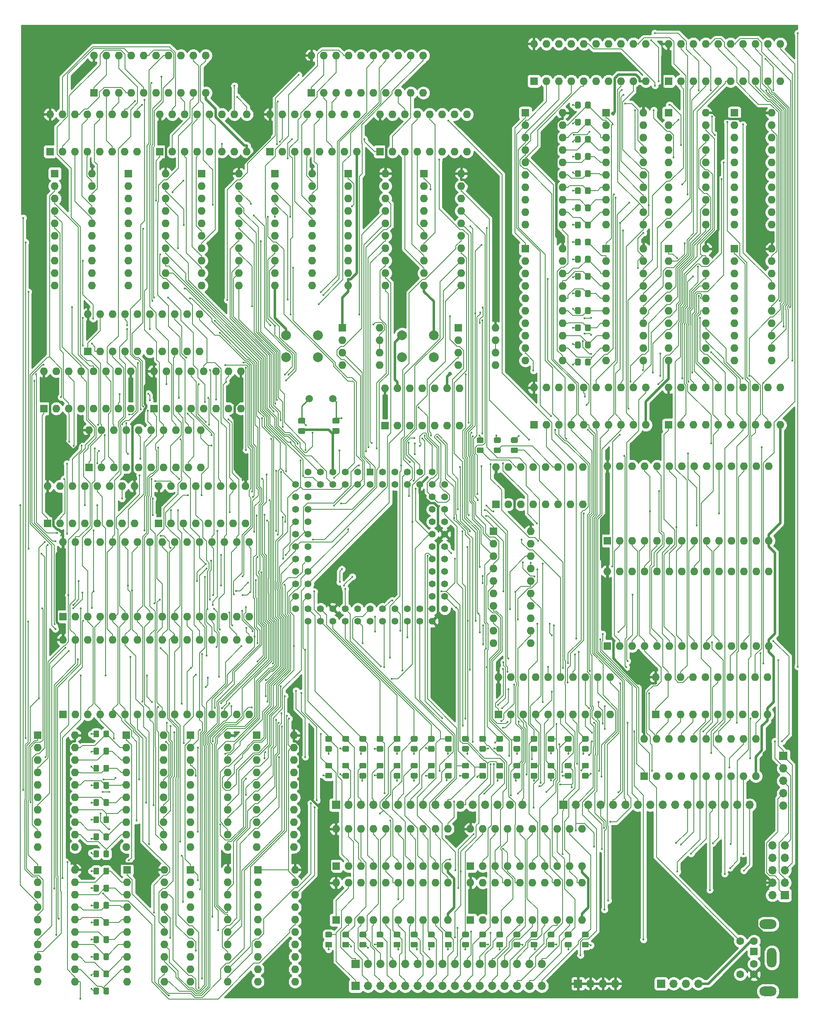
<source format=gbr>
%TF.GenerationSoftware,KiCad,Pcbnew,(5.1.10)-1*%
%TF.CreationDate,2022-03-07T13:42:18+08:00*%
%TF.ProjectId,MAX7000CPU-Gen2_5,4d415837-3030-4304-9350-552d47656e32,rev?*%
%TF.SameCoordinates,Original*%
%TF.FileFunction,Copper,L1,Top*%
%TF.FilePolarity,Positive*%
%FSLAX46Y46*%
G04 Gerber Fmt 4.6, Leading zero omitted, Abs format (unit mm)*
G04 Created by KiCad (PCBNEW (5.1.10)-1) date 2022-03-07 13:42:18*
%MOMM*%
%LPD*%
G01*
G04 APERTURE LIST*
%TA.AperFunction,ComponentPad*%
%ADD10O,1.700000X1.700000*%
%TD*%
%TA.AperFunction,ComponentPad*%
%ADD11R,1.700000X1.700000*%
%TD*%
%TA.AperFunction,ComponentPad*%
%ADD12C,1.500000*%
%TD*%
%TA.AperFunction,ComponentPad*%
%ADD13O,1.600000X1.600000*%
%TD*%
%TA.AperFunction,ComponentPad*%
%ADD14R,1.600000X1.600000*%
%TD*%
%TA.AperFunction,ComponentPad*%
%ADD15C,1.422400*%
%TD*%
%TA.AperFunction,ComponentPad*%
%ADD16R,1.422400X1.422400*%
%TD*%
%TA.AperFunction,ComponentPad*%
%ADD17C,2.000000*%
%TD*%
%TA.AperFunction,ComponentPad*%
%ADD18O,2.000000X4.000000*%
%TD*%
%TA.AperFunction,ComponentPad*%
%ADD19C,1.600000*%
%TD*%
%TA.AperFunction,ComponentPad*%
%ADD20O,3.500000X2.000000*%
%TD*%
%TA.AperFunction,ViaPad*%
%ADD21C,0.800000*%
%TD*%
%TA.AperFunction,ViaPad*%
%ADD22C,0.400000*%
%TD*%
%TA.AperFunction,Conductor*%
%ADD23C,0.500000*%
%TD*%
%TA.AperFunction,Conductor*%
%ADD24C,0.150000*%
%TD*%
%TA.AperFunction,Conductor*%
%ADD25C,0.250000*%
%TD*%
%TA.AperFunction,Conductor*%
%ADD26C,0.254000*%
%TD*%
%TA.AperFunction,Conductor*%
%ADD27C,0.100000*%
%TD*%
G04 APERTURE END LIST*
%TO.P,D3,2*%
%TO.N,/Counter Module/State2*%
%TA.AperFunction,SMDPad,CuDef*%
G36*
G01*
X-84950001Y-85950000D02*
X-84049999Y-85950000D01*
G75*
G02*
X-83800000Y-86199999I0J-249999D01*
G01*
X-83800000Y-86850001D01*
G75*
G02*
X-84049999Y-87100000I-249999J0D01*
G01*
X-84950001Y-87100000D01*
G75*
G02*
X-85200000Y-86850001I0J249999D01*
G01*
X-85200000Y-86199999D01*
G75*
G02*
X-84950001Y-85950000I249999J0D01*
G01*
G37*
%TD.AperFunction*%
%TO.P,D3,1*%
%TO.N,Net-(D3-Pad1)*%
%TA.AperFunction,SMDPad,CuDef*%
G36*
G01*
X-84950001Y-83900000D02*
X-84049999Y-83900000D01*
G75*
G02*
X-83800000Y-84149999I0J-249999D01*
G01*
X-83800000Y-84800001D01*
G75*
G02*
X-84049999Y-85050000I-249999J0D01*
G01*
X-84950001Y-85050000D01*
G75*
G02*
X-85200000Y-84800001I0J249999D01*
G01*
X-85200000Y-84149999D01*
G75*
G02*
X-84950001Y-83900000I249999J0D01*
G01*
G37*
%TD.AperFunction*%
%TD*%
%TO.P,D2,2*%
%TO.N,/Counter Module/State1*%
%TA.AperFunction,SMDPad,CuDef*%
G36*
G01*
X-81450001Y-85950000D02*
X-80549999Y-85950000D01*
G75*
G02*
X-80300000Y-86199999I0J-249999D01*
G01*
X-80300000Y-86850001D01*
G75*
G02*
X-80549999Y-87100000I-249999J0D01*
G01*
X-81450001Y-87100000D01*
G75*
G02*
X-81700000Y-86850001I0J249999D01*
G01*
X-81700000Y-86199999D01*
G75*
G02*
X-81450001Y-85950000I249999J0D01*
G01*
G37*
%TD.AperFunction*%
%TO.P,D2,1*%
%TO.N,Net-(D2-Pad1)*%
%TA.AperFunction,SMDPad,CuDef*%
G36*
G01*
X-81450001Y-83900000D02*
X-80549999Y-83900000D01*
G75*
G02*
X-80300000Y-84149999I0J-249999D01*
G01*
X-80300000Y-84800001D01*
G75*
G02*
X-80549999Y-85050000I-249999J0D01*
G01*
X-81450001Y-85050000D01*
G75*
G02*
X-81700000Y-84800001I0J249999D01*
G01*
X-81700000Y-84149999D01*
G75*
G02*
X-81450001Y-83900000I249999J0D01*
G01*
G37*
%TD.AperFunction*%
%TD*%
%TO.P,D1,2*%
%TO.N,/Counter Module/State0*%
%TA.AperFunction,SMDPad,CuDef*%
G36*
G01*
X-77950001Y-85950000D02*
X-77049999Y-85950000D01*
G75*
G02*
X-76800000Y-86199999I0J-249999D01*
G01*
X-76800000Y-86850001D01*
G75*
G02*
X-77049999Y-87100000I-249999J0D01*
G01*
X-77950001Y-87100000D01*
G75*
G02*
X-78200000Y-86850001I0J249999D01*
G01*
X-78200000Y-86199999D01*
G75*
G02*
X-77950001Y-85950000I249999J0D01*
G01*
G37*
%TD.AperFunction*%
%TO.P,D1,1*%
%TO.N,Net-(D1-Pad1)*%
%TA.AperFunction,SMDPad,CuDef*%
G36*
G01*
X-77950001Y-83900000D02*
X-77049999Y-83900000D01*
G75*
G02*
X-76800000Y-84149999I0J-249999D01*
G01*
X-76800000Y-84800001D01*
G75*
G02*
X-77049999Y-85050000I-249999J0D01*
G01*
X-77950001Y-85050000D01*
G75*
G02*
X-78200000Y-84800001I0J249999D01*
G01*
X-78200000Y-84149999D01*
G75*
G02*
X-77950001Y-83900000I249999J0D01*
G01*
G37*
%TD.AperFunction*%
%TD*%
D10*
%TO.P,J8,16*%
%TO.N,/Interface/PI15*%
X-71900000Y-191500000D03*
%TO.P,J8,15*%
%TO.N,/Interface/PI14*%
X-74440000Y-191500000D03*
%TO.P,J8,14*%
%TO.N,/Interface/PI13*%
X-76980000Y-191500000D03*
%TO.P,J8,13*%
%TO.N,/Interface/PI12*%
X-79520000Y-191500000D03*
%TO.P,J8,12*%
%TO.N,/Interface/PI11*%
X-82060000Y-191500000D03*
%TO.P,J8,11*%
%TO.N,/Interface/PI10*%
X-84600000Y-191500000D03*
%TO.P,J8,10*%
%TO.N,/Interface/PI9*%
X-87140000Y-191500000D03*
%TO.P,J8,9*%
%TO.N,/Interface/PI8*%
X-89680000Y-191500000D03*
%TO.P,J8,8*%
%TO.N,/Interface/PI7*%
X-92220000Y-191500000D03*
%TO.P,J8,7*%
%TO.N,/Interface/PI6*%
X-94760000Y-191500000D03*
%TO.P,J8,6*%
%TO.N,/Interface/PI5*%
X-97300000Y-191500000D03*
%TO.P,J8,5*%
%TO.N,/Interface/PI4*%
X-99840000Y-191500000D03*
%TO.P,J8,4*%
%TO.N,/Interface/PI3*%
X-102380000Y-191500000D03*
%TO.P,J8,3*%
%TO.N,/Interface/PI2*%
X-104920000Y-191500000D03*
%TO.P,J8,2*%
%TO.N,/Interface/PI1*%
X-107460000Y-191500000D03*
D11*
%TO.P,J8,1*%
%TO.N,/Interface/PI0*%
X-110000000Y-191500000D03*
%TD*%
D10*
%TO.P,J7,16*%
%TO.N,/Interface/PO15*%
X-71900000Y-196000000D03*
%TO.P,J7,15*%
%TO.N,/Interface/PO14*%
X-74440000Y-196000000D03*
%TO.P,J7,14*%
%TO.N,/Interface/PO13*%
X-76980000Y-196000000D03*
%TO.P,J7,13*%
%TO.N,/Interface/PO12*%
X-79520000Y-196000000D03*
%TO.P,J7,12*%
%TO.N,/Interface/PO11*%
X-82060000Y-196000000D03*
%TO.P,J7,11*%
%TO.N,/Interface/PO10*%
X-84600000Y-196000000D03*
%TO.P,J7,10*%
%TO.N,/Interface/PO9*%
X-87140000Y-196000000D03*
%TO.P,J7,9*%
%TO.N,/Interface/PO8*%
X-89680000Y-196000000D03*
%TO.P,J7,8*%
%TO.N,/Interface/PO7*%
X-92220000Y-196000000D03*
%TO.P,J7,7*%
%TO.N,/Interface/PO6*%
X-94760000Y-196000000D03*
%TO.P,J7,6*%
%TO.N,/Interface/PO5*%
X-97300000Y-196000000D03*
%TO.P,J7,5*%
%TO.N,/Interface/PO4*%
X-99840000Y-196000000D03*
%TO.P,J7,4*%
%TO.N,/Interface/PO3*%
X-102380000Y-196000000D03*
%TO.P,J7,3*%
%TO.N,/Interface/PO2*%
X-104920000Y-196000000D03*
%TO.P,J7,2*%
%TO.N,/Interface/PO1*%
X-107460000Y-196000000D03*
D11*
%TO.P,J7,1*%
%TO.N,/Interface/PO0*%
X-110000000Y-196000000D03*
%TD*%
D10*
%TO.P,J6,4*%
%TO.N,GND*%
X-39880000Y-195500000D03*
%TO.P,J6,3*%
X-42420000Y-195500000D03*
%TO.P,J6,2*%
X-44960000Y-195500000D03*
D11*
%TO.P,J6,1*%
X-47500000Y-195500000D03*
%TD*%
D10*
%TO.P,J4,4*%
%TO.N,+5V*%
X-56880000Y-195500000D03*
%TO.P,J4,3*%
X-59420000Y-195500000D03*
%TO.P,J4,2*%
X-61960000Y-195500000D03*
D11*
%TO.P,J4,1*%
X-64500000Y-195500000D03*
%TD*%
D10*
%TO.P,J3,16*%
%TO.N,/ALU/Ins15*%
X-75900000Y-159000000D03*
%TO.P,J3,15*%
%TO.N,/ALU/Ins14*%
X-78440000Y-159000000D03*
%TO.P,J3,14*%
%TO.N,/ALU/Ins13*%
X-80980000Y-159000000D03*
%TO.P,J3,13*%
%TO.N,/ALU/Ins12*%
X-83520000Y-159000000D03*
%TO.P,J3,12*%
%TO.N,/ALU/Ins11*%
X-86060000Y-159000000D03*
%TO.P,J3,11*%
%TO.N,/ALU/Ins10*%
X-88600000Y-159000000D03*
%TO.P,J3,10*%
%TO.N,/ALU/Ins9*%
X-91140000Y-159000000D03*
%TO.P,J3,9*%
%TO.N,/ALU/Ins8*%
X-93680000Y-159000000D03*
%TO.P,J3,8*%
%TO.N,/ALU/Ins7*%
X-96220000Y-159000000D03*
%TO.P,J3,7*%
%TO.N,/ALU/Ins6*%
X-98760000Y-159000000D03*
%TO.P,J3,6*%
%TO.N,/ALU/Ins5*%
X-101300000Y-159000000D03*
%TO.P,J3,5*%
%TO.N,/ALU/Ins4*%
X-103840000Y-159000000D03*
%TO.P,J3,4*%
%TO.N,/ALU/Ins3*%
X-106380000Y-159000000D03*
%TO.P,J3,3*%
%TO.N,/ALU/Ins2*%
X-108920000Y-159000000D03*
%TO.P,J3,2*%
%TO.N,/ALU/Ins1*%
X-111460000Y-159000000D03*
D11*
%TO.P,J3,1*%
%TO.N,/ALU/Ins0*%
X-114000000Y-159000000D03*
%TD*%
D10*
%TO.P,J2,16*%
%TO.N,/ALU/B15*%
X-29400000Y-159000000D03*
%TO.P,J2,15*%
%TO.N,/ALU/B14*%
X-31940000Y-159000000D03*
%TO.P,J2,14*%
%TO.N,/ALU/B13*%
X-34480000Y-159000000D03*
%TO.P,J2,13*%
%TO.N,/ALU/B12*%
X-37020000Y-159000000D03*
%TO.P,J2,12*%
%TO.N,/ALU/B11*%
X-39560000Y-159000000D03*
%TO.P,J2,11*%
%TO.N,/ALU/B10*%
X-42100000Y-159000000D03*
%TO.P,J2,10*%
%TO.N,/ALU/B9*%
X-44640000Y-159000000D03*
%TO.P,J2,9*%
%TO.N,/ALU/B8*%
X-47180000Y-159000000D03*
%TO.P,J2,8*%
%TO.N,/ALU/B7*%
X-49720000Y-159000000D03*
%TO.P,J2,7*%
%TO.N,/ALU/B6*%
X-52260000Y-159000000D03*
%TO.P,J2,6*%
%TO.N,/ALU/B5*%
X-54800000Y-159000000D03*
%TO.P,J2,5*%
%TO.N,/ALU/B4*%
X-57340000Y-159000000D03*
%TO.P,J2,4*%
%TO.N,/ALU/B3*%
X-59880000Y-159000000D03*
%TO.P,J2,3*%
%TO.N,/ALU/B2*%
X-62420000Y-159000000D03*
%TO.P,J2,2*%
%TO.N,/ALU/B1*%
X-64960000Y-159000000D03*
D11*
%TO.P,J2,1*%
%TO.N,/ALU/B0*%
X-67500000Y-159000000D03*
%TD*%
D12*
%TO.P,Y1,2*%
%TO.N,Net-(C78-Pad1)*%
X-114620000Y-76000000D03*
%TO.P,Y1,1*%
%TO.N,Net-(C77-Pad1)*%
X-119500000Y-76000000D03*
%TD*%
D13*
%TO.P,U55,16*%
%TO.N,+5V*%
X-150250000Y-93880000D03*
%TO.P,U55,8*%
%TO.N,GND*%
X-132470000Y-101500000D03*
%TO.P,U55,15*%
%TO.N,StackCount*%
X-147710000Y-93880000D03*
%TO.P,U55,7*%
%TO.N,N/C*%
X-135010000Y-101500000D03*
%TO.P,U55,14*%
%TO.N,Net-(U54-Pad8)*%
X-145170000Y-93880000D03*
%TO.P,U55,6*%
%TO.N,Net-(U54-Pad6)*%
X-137550000Y-101500000D03*
%TO.P,U55,13*%
%TO.N,/ALU/B14*%
X-142630000Y-93880000D03*
%TO.P,U55,5*%
%TO.N,Net-(U53-Pad7)*%
X-140090000Y-101500000D03*
%TO.P,U55,12*%
%TO.N,/ALU/B13*%
X-140090000Y-93880000D03*
%TO.P,U55,4*%
%TO.N,/ALU/B12*%
X-142630000Y-101500000D03*
%TO.P,U55,11*%
%TO.N,Net-(U54-Pad7)*%
X-137550000Y-93880000D03*
%TO.P,U55,3*%
%TO.N,/ALU/B15*%
X-145170000Y-101500000D03*
%TO.P,U55,10*%
%TO.N,StackCountDirection*%
X-135010000Y-93880000D03*
%TO.P,U55,2*%
%TO.N,Net-(U54-Pad9)*%
X-147710000Y-101500000D03*
%TO.P,U55,9*%
%TO.N,+5V*%
X-132470000Y-93880000D03*
D14*
%TO.P,U55,1*%
%TO.N,StackJump*%
X-150250000Y-101500000D03*
%TD*%
D13*
%TO.P,U54,20*%
%TO.N,+5V*%
X-164750000Y-58750000D03*
%TO.P,U54,10*%
%TO.N,GND*%
X-141890000Y-66370000D03*
%TO.P,U54,19*%
%TO.N,StackOutControl*%
X-162210000Y-58750000D03*
%TO.P,U54,9*%
%TO.N,Net-(U54-Pad9)*%
X-144430000Y-66370000D03*
%TO.P,U54,18*%
%TO.N,/Counter Module/RA8*%
X-159670000Y-58750000D03*
%TO.P,U54,8*%
%TO.N,Net-(U54-Pad8)*%
X-146970000Y-66370000D03*
%TO.P,U54,17*%
%TO.N,/Counter Module/RA9*%
X-157130000Y-58750000D03*
%TO.P,U54,7*%
%TO.N,Net-(U54-Pad7)*%
X-149510000Y-66370000D03*
%TO.P,U54,16*%
%TO.N,/Counter Module/RA10*%
X-154590000Y-58750000D03*
%TO.P,U54,6*%
%TO.N,Net-(U54-Pad6)*%
X-152050000Y-66370000D03*
%TO.P,U54,15*%
%TO.N,/Counter Module/RA11*%
X-152050000Y-58750000D03*
%TO.P,U54,5*%
%TO.N,Net-(U53-Pad2)*%
X-154590000Y-66370000D03*
%TO.P,U54,14*%
%TO.N,/Counter Module/RA12*%
X-149510000Y-58750000D03*
%TO.P,U54,4*%
%TO.N,Net-(U53-Pad14)*%
X-157130000Y-66370000D03*
%TO.P,U54,13*%
%TO.N,/Counter Module/RA13*%
X-146970000Y-58750000D03*
%TO.P,U54,3*%
%TO.N,Net-(U53-Pad11)*%
X-159670000Y-66370000D03*
%TO.P,U54,12*%
%TO.N,/Counter Module/RA14*%
X-144430000Y-58750000D03*
%TO.P,U54,2*%
%TO.N,Net-(U53-Pad6)*%
X-162210000Y-66370000D03*
%TO.P,U54,11*%
%TO.N,/Counter Module/RA15*%
X-141890000Y-58750000D03*
D14*
%TO.P,U54,1*%
%TO.N,StackOutControl*%
X-164750000Y-66370000D03*
%TD*%
D13*
%TO.P,U53,16*%
%TO.N,+5V*%
X-173000000Y-93880000D03*
%TO.P,U53,8*%
%TO.N,GND*%
X-155220000Y-101500000D03*
%TO.P,U53,15*%
%TO.N,StackCount*%
X-170460000Y-93880000D03*
%TO.P,U53,7*%
%TO.N,Net-(U53-Pad7)*%
X-157760000Y-101500000D03*
%TO.P,U53,14*%
%TO.N,Net-(U53-Pad14)*%
X-167920000Y-93880000D03*
%TO.P,U53,6*%
%TO.N,Net-(U53-Pad6)*%
X-160300000Y-101500000D03*
%TO.P,U53,13*%
%TO.N,/ALU/B10*%
X-165380000Y-93880000D03*
%TO.P,U53,5*%
%TO.N,Net-(U52-Pad7)*%
X-162840000Y-101500000D03*
%TO.P,U53,12*%
%TO.N,/ALU/B9*%
X-162840000Y-93880000D03*
%TO.P,U53,4*%
%TO.N,/ALU/B8*%
X-165380000Y-101500000D03*
%TO.P,U53,11*%
%TO.N,Net-(U53-Pad11)*%
X-160300000Y-93880000D03*
%TO.P,U53,3*%
%TO.N,/ALU/B11*%
X-167920000Y-101500000D03*
%TO.P,U53,10*%
%TO.N,StackCountDirection*%
X-157760000Y-93880000D03*
%TO.P,U53,2*%
%TO.N,Net-(U53-Pad2)*%
X-170460000Y-101500000D03*
%TO.P,U53,9*%
%TO.N,+5V*%
X-155220000Y-93880000D03*
D14*
%TO.P,U53,1*%
%TO.N,StackJump*%
X-173000000Y-101500000D03*
%TD*%
D13*
%TO.P,U52,16*%
%TO.N,+5V*%
X-151250000Y-70380000D03*
%TO.P,U52,8*%
%TO.N,GND*%
X-133470000Y-78000000D03*
%TO.P,U52,15*%
%TO.N,StackCount*%
X-148710000Y-70380000D03*
%TO.P,U52,7*%
%TO.N,Net-(U52-Pad7)*%
X-136010000Y-78000000D03*
%TO.P,U52,14*%
%TO.N,Net-(U51-Pad8)*%
X-146170000Y-70380000D03*
%TO.P,U52,6*%
%TO.N,Net-(U51-Pad6)*%
X-138550000Y-78000000D03*
%TO.P,U52,13*%
%TO.N,/ALU/B6*%
X-143630000Y-70380000D03*
%TO.P,U52,5*%
%TO.N,Net-(U50-Pad7)*%
X-141090000Y-78000000D03*
%TO.P,U52,12*%
%TO.N,/ALU/B5*%
X-141090000Y-70380000D03*
%TO.P,U52,4*%
%TO.N,/ALU/B4*%
X-143630000Y-78000000D03*
%TO.P,U52,11*%
%TO.N,Net-(U51-Pad7)*%
X-138550000Y-70380000D03*
%TO.P,U52,3*%
%TO.N,/ALU/B7*%
X-146170000Y-78000000D03*
%TO.P,U52,10*%
%TO.N,StackCountDirection*%
X-136010000Y-70380000D03*
%TO.P,U52,2*%
%TO.N,Net-(U51-Pad9)*%
X-148710000Y-78000000D03*
%TO.P,U52,9*%
%TO.N,+5V*%
X-133470000Y-70380000D03*
D14*
%TO.P,U52,1*%
%TO.N,StackJump*%
X-151250000Y-78000000D03*
%TD*%
D13*
%TO.P,U51,20*%
%TO.N,+5V*%
X-164500000Y-82380000D03*
%TO.P,U51,10*%
%TO.N,GND*%
X-141640000Y-90000000D03*
%TO.P,U51,19*%
%TO.N,StackOutControl*%
X-161960000Y-82380000D03*
%TO.P,U51,9*%
%TO.N,Net-(U51-Pad9)*%
X-144180000Y-90000000D03*
%TO.P,U51,18*%
%TO.N,/Counter Module/RA0*%
X-159420000Y-82380000D03*
%TO.P,U51,8*%
%TO.N,Net-(U51-Pad8)*%
X-146720000Y-90000000D03*
%TO.P,U51,17*%
%TO.N,/Counter Module/RA1*%
X-156880000Y-82380000D03*
%TO.P,U51,7*%
%TO.N,Net-(U51-Pad7)*%
X-149260000Y-90000000D03*
%TO.P,U51,16*%
%TO.N,/Counter Module/RA2*%
X-154340000Y-82380000D03*
%TO.P,U51,6*%
%TO.N,Net-(U51-Pad6)*%
X-151800000Y-90000000D03*
%TO.P,U51,15*%
%TO.N,/Counter Module/RA3*%
X-151800000Y-82380000D03*
%TO.P,U51,5*%
%TO.N,Net-(U50-Pad2)*%
X-154340000Y-90000000D03*
%TO.P,U51,14*%
%TO.N,/Counter Module/RA4*%
X-149260000Y-82380000D03*
%TO.P,U51,4*%
%TO.N,Net-(U50-Pad14)*%
X-156880000Y-90000000D03*
%TO.P,U51,13*%
%TO.N,/Counter Module/RA5*%
X-146720000Y-82380000D03*
%TO.P,U51,3*%
%TO.N,Net-(U50-Pad11)*%
X-159420000Y-90000000D03*
%TO.P,U51,12*%
%TO.N,/Counter Module/RA6*%
X-144180000Y-82380000D03*
%TO.P,U51,2*%
%TO.N,Net-(U50-Pad6)*%
X-161960000Y-90000000D03*
%TO.P,U51,11*%
%TO.N,/Counter Module/RA7*%
X-141640000Y-82380000D03*
D14*
%TO.P,U51,1*%
%TO.N,StackOutControl*%
X-164500000Y-90000000D03*
%TD*%
D13*
%TO.P,U50,16*%
%TO.N,+5V*%
X-173750000Y-70380000D03*
%TO.P,U50,8*%
%TO.N,GND*%
X-155970000Y-78000000D03*
%TO.P,U50,15*%
%TO.N,StackCount*%
X-171210000Y-70380000D03*
%TO.P,U50,7*%
%TO.N,Net-(U50-Pad7)*%
X-158510000Y-78000000D03*
%TO.P,U50,14*%
%TO.N,Net-(U50-Pad14)*%
X-168670000Y-70380000D03*
%TO.P,U50,6*%
%TO.N,Net-(U50-Pad6)*%
X-161050000Y-78000000D03*
%TO.P,U50,13*%
%TO.N,/ALU/B2*%
X-166130000Y-70380000D03*
%TO.P,U50,5*%
%TO.N,Net-(R149-Pad1)*%
X-163590000Y-78000000D03*
%TO.P,U50,12*%
%TO.N,/ALU/B1*%
X-163590000Y-70380000D03*
%TO.P,U50,4*%
%TO.N,/ALU/B0*%
X-166130000Y-78000000D03*
%TO.P,U50,11*%
%TO.N,Net-(U50-Pad11)*%
X-161050000Y-70380000D03*
%TO.P,U50,3*%
%TO.N,/ALU/B3*%
X-168670000Y-78000000D03*
%TO.P,U50,10*%
%TO.N,StackCountDirection*%
X-158510000Y-70380000D03*
%TO.P,U50,2*%
%TO.N,Net-(U50-Pad2)*%
X-171210000Y-78000000D03*
%TO.P,U50,9*%
%TO.N,+5V*%
X-155970000Y-70380000D03*
D14*
%TO.P,U50,1*%
%TO.N,StackJump*%
X-173750000Y-78000000D03*
%TD*%
D13*
%TO.P,U49,20*%
%TO.N,+5V*%
X-48600000Y-132880000D03*
%TO.P,U49,10*%
%TO.N,GND*%
X-25740000Y-140500000D03*
%TO.P,U49,19*%
%TO.N,ALU_Regs*%
X-46060000Y-132880000D03*
%TO.P,U49,9*%
%TO.N,/ALU/Ins7*%
X-28280000Y-140500000D03*
%TO.P,U49,18*%
%TO.N,MainAOutput*%
X-43520000Y-132880000D03*
%TO.P,U49,8*%
%TO.N,/ALU/Ins6*%
X-30820000Y-140500000D03*
%TO.P,U49,17*%
%TO.N,R1Output*%
X-40980000Y-132880000D03*
%TO.P,U49,7*%
%TO.N,/ALU/Ins5*%
X-33360000Y-140500000D03*
%TO.P,U49,16*%
%TO.N,JumpBufferAOutput*%
X-38440000Y-132880000D03*
%TO.P,U49,6*%
%TO.N,/ALU/Ins4*%
X-35900000Y-140500000D03*
%TO.P,U49,15*%
%TO.N,MemAddrAOutput*%
X-35900000Y-132880000D03*
%TO.P,U49,5*%
%TO.N,/ALU/Ins3*%
X-38440000Y-140500000D03*
%TO.P,U49,14*%
%TO.N,MainBOutput*%
X-33360000Y-132880000D03*
%TO.P,U49,4*%
%TO.N,/ALU/Ins2*%
X-40980000Y-140500000D03*
%TO.P,U49,13*%
%TO.N,R2Output*%
X-30820000Y-132880000D03*
%TO.P,U49,3*%
%TO.N,/ALU/Ins1*%
X-43520000Y-140500000D03*
%TO.P,U49,12*%
%TO.N,JumpBufferBOutput*%
X-28280000Y-132880000D03*
%TO.P,U49,2*%
%TO.N,/ALU/Ins0*%
X-46060000Y-140500000D03*
%TO.P,U49,11*%
%TO.N,MemAddrBOutput*%
X-25740000Y-132880000D03*
D14*
%TO.P,U49,1*%
%TO.N,ALU_Regs*%
X-48600000Y-140500000D03*
%TD*%
D13*
%TO.P,U48,20*%
%TO.N,+5V*%
X-80800000Y-132880000D03*
%TO.P,U48,10*%
%TO.N,GND*%
X-57940000Y-140500000D03*
%TO.P,U48,19*%
%TO.N,RegRead*%
X-78260000Y-132880000D03*
%TO.P,U48,9*%
%TO.N,/ALU/Ins7*%
X-60480000Y-140500000D03*
%TO.P,U48,18*%
%TO.N,MainRegReadControl*%
X-75720000Y-132880000D03*
%TO.P,U48,8*%
%TO.N,/ALU/Ins6*%
X-63020000Y-140500000D03*
%TO.P,U48,17*%
%TO.N,R1ReadControl*%
X-73180000Y-132880000D03*
%TO.P,U48,7*%
%TO.N,/ALU/Ins5*%
X-65560000Y-140500000D03*
%TO.P,U48,16*%
%TO.N,R2ReadControl*%
X-70640000Y-132880000D03*
%TO.P,U48,6*%
%TO.N,/ALU/Ins4*%
X-68100000Y-140500000D03*
%TO.P,U48,15*%
%TO.N,JumpRegLoad*%
X-68100000Y-132880000D03*
%TO.P,U48,5*%
%TO.N,/ALU/Ins3*%
X-70640000Y-140500000D03*
%TO.P,U48,14*%
%TO.N,StackJump*%
X-65560000Y-132880000D03*
%TO.P,U48,4*%
%TO.N,/ALU/Ins2*%
X-73180000Y-140500000D03*
%TO.P,U48,13*%
%TO.N,Ram_Addr_Read*%
X-63020000Y-132880000D03*
%TO.P,U48,3*%
%TO.N,/ALU/Ins1*%
X-75720000Y-140500000D03*
%TO.P,U48,12*%
%TO.N,PortCRead*%
X-60480000Y-132880000D03*
%TO.P,U48,2*%
%TO.N,/ALU/Ins0*%
X-78260000Y-140500000D03*
%TO.P,U48,11*%
%TO.N,PortDRead*%
X-57940000Y-132880000D03*
D14*
%TO.P,U48,1*%
%TO.N,RegRead*%
X-80800000Y-140500000D03*
%TD*%
D13*
%TO.P,U47,28*%
%TO.N,+5V*%
X-58500000Y-89760000D03*
%TO.P,U47,14*%
%TO.N,GND*%
X-25480000Y-105000000D03*
%TO.P,U47,27*%
%TO.N,Net-(R148-Pad1)*%
X-55960000Y-89760000D03*
%TO.P,U47,13*%
%TO.N,StackCountDirection*%
X-28020000Y-105000000D03*
%TO.P,U47,26*%
%TO.N,N/C*%
X-53420000Y-89760000D03*
%TO.P,U47,12*%
%TO.N,StackCount*%
X-30560000Y-105000000D03*
%TO.P,U47,25*%
%TO.N,/Counter Module/State0*%
X-50880000Y-89760000D03*
%TO.P,U47,11*%
%TO.N,StackOutControl*%
X-33100000Y-105000000D03*
%TO.P,U47,24*%
%TO.N,/Counter Module/State1*%
X-48340000Y-89760000D03*
%TO.P,U47,10*%
%TO.N,/ALU/Ins8*%
X-35640000Y-105000000D03*
%TO.P,U47,23*%
%TO.N,EqualFlag*%
X-45800000Y-89760000D03*
%TO.P,U47,9*%
%TO.N,/ALU/Ins9*%
X-38180000Y-105000000D03*
%TO.P,U47,22*%
%TO.N,Net-(R146-Pad1)*%
X-43260000Y-89760000D03*
%TO.P,U47,8*%
%TO.N,/ALU/Ins10*%
X-40720000Y-105000000D03*
%TO.P,U47,21*%
%TO.N,/Counter Module/State2*%
X-40720000Y-89760000D03*
%TO.P,U47,7*%
%TO.N,/ALU/Ins11*%
X-43260000Y-105000000D03*
%TO.P,U47,20*%
%TO.N,Net-(R144-Pad1)*%
X-38180000Y-89760000D03*
%TO.P,U47,6*%
%TO.N,/ALU/Ins12*%
X-45800000Y-105000000D03*
%TO.P,U47,19*%
%TO.N,RegRead*%
X-35640000Y-89760000D03*
%TO.P,U47,5*%
%TO.N,/ALU/Ins13*%
X-48340000Y-105000000D03*
%TO.P,U47,18*%
%TO.N,ALU_Regs*%
X-33100000Y-89760000D03*
%TO.P,U47,4*%
%TO.N,/ALU/Ins14*%
X-50880000Y-105000000D03*
%TO.P,U47,17*%
%TO.N,PortBLatch*%
X-30560000Y-89760000D03*
%TO.P,U47,3*%
%TO.N,/ALU/Ins15*%
X-53420000Y-105000000D03*
%TO.P,U47,16*%
%TO.N,PortALatch*%
X-28020000Y-89760000D03*
%TO.P,U47,2*%
%TO.N,OverflowFlag*%
X-55960000Y-105000000D03*
%TO.P,U47,15*%
%TO.N,MainRegOutputControl*%
X-25480000Y-89760000D03*
D14*
%TO.P,U47,1*%
%TO.N,N/C*%
X-58500000Y-105000000D03*
%TD*%
D13*
%TO.P,U46,28*%
%TO.N,+5V*%
X-58500000Y-111260000D03*
%TO.P,U46,14*%
%TO.N,GND*%
X-25480000Y-126500000D03*
%TO.P,U46,27*%
%TO.N,Net-(R147-Pad1)*%
X-55960000Y-111260000D03*
%TO.P,U46,13*%
%TO.N,Count*%
X-28020000Y-126500000D03*
%TO.P,U46,26*%
%TO.N,N/C*%
X-53420000Y-111260000D03*
%TO.P,U46,12*%
%TO.N,CounterOutControl*%
X-30560000Y-126500000D03*
%TO.P,U46,25*%
%TO.N,/Counter Module/State0*%
X-50880000Y-111260000D03*
%TO.P,U46,11*%
%TO.N,InsRegControl*%
X-33100000Y-126500000D03*
%TO.P,U46,24*%
%TO.N,/Counter Module/State1*%
X-48340000Y-111260000D03*
%TO.P,U46,10*%
%TO.N,/ALU/Ins8*%
X-35640000Y-126500000D03*
%TO.P,U46,23*%
%TO.N,EqualFlag*%
X-45800000Y-111260000D03*
%TO.P,U46,9*%
%TO.N,/ALU/Ins9*%
X-38180000Y-126500000D03*
%TO.P,U46,22*%
%TO.N,Net-(R145-Pad1)*%
X-43260000Y-111260000D03*
%TO.P,U46,8*%
%TO.N,/ALU/Ins10*%
X-40720000Y-126500000D03*
%TO.P,U46,21*%
%TO.N,/Counter Module/State2*%
X-40720000Y-111260000D03*
%TO.P,U46,7*%
%TO.N,/ALU/Ins11*%
X-43260000Y-126500000D03*
%TO.P,U46,20*%
%TO.N,Net-(R143-Pad1)*%
X-38180000Y-111260000D03*
%TO.P,U46,6*%
%TO.N,/ALU/Ins12*%
X-45800000Y-126500000D03*
%TO.P,U46,19*%
%TO.N,RAM_Addr_Enable*%
X-35640000Y-111260000D03*
%TO.P,U46,5*%
%TO.N,/ALU/Ins13*%
X-48340000Y-126500000D03*
%TO.P,U46,18*%
%TO.N,JumpEnable*%
X-33100000Y-111260000D03*
%TO.P,U46,4*%
%TO.N,/ALU/Ins14*%
X-50880000Y-126500000D03*
%TO.P,U46,17*%
%TO.N,MemWriteControlL*%
X-30560000Y-111260000D03*
%TO.P,U46,3*%
%TO.N,/ALU/Ins15*%
X-53420000Y-126500000D03*
%TO.P,U46,16*%
%TO.N,MemWriteControlH*%
X-28020000Y-111260000D03*
%TO.P,U46,2*%
%TO.N,OverflowFlag*%
X-55960000Y-126500000D03*
%TO.P,U46,15*%
%TO.N,MemOutEnable*%
X-25480000Y-111260000D03*
D14*
%TO.P,U46,1*%
%TO.N,N/C*%
X-58500000Y-126500000D03*
%TD*%
D15*
%TO.P,U45,72*%
%TO.N,GND*%
X-91760000Y-96080000D03*
%TO.P,U45,70*%
%TO.N,/ALU/r_B12*%
X-91760000Y-98620000D03*
%TO.P,U45,68*%
%TO.N,/ALU/r_B14*%
X-91760000Y-101160000D03*
%TO.P,U45,66*%
%TO.N,+5V*%
X-91760000Y-103700000D03*
%TO.P,U45,64*%
%TO.N,OverflowFlag*%
X-91760000Y-106240000D03*
%TO.P,U45,62*%
%TO.N,TCK*%
X-91760000Y-108780000D03*
%TO.P,U45,60*%
%TO.N,/ALU/Ins12*%
X-91760000Y-111320000D03*
%TO.P,U45,58*%
%TO.N,/ALU/Ins11*%
X-91760000Y-113860000D03*
%TO.P,U45,56*%
%TO.N,/ALU/Ins9*%
X-91760000Y-116400000D03*
%TO.P,U45,54*%
%TO.N,I2CCLK*%
X-91760000Y-118940000D03*
%TO.P,U45,73*%
%TO.N,/ALU/r_B11*%
X-94300000Y-96080000D03*
%TO.P,U45,71*%
%TO.N,TDO*%
X-94300000Y-98620000D03*
%TO.P,U45,69*%
%TO.N,/ALU/r_B13*%
X-94300000Y-101160000D03*
%TO.P,U45,67*%
%TO.N,/ALU/r_B15*%
X-94300000Y-103700000D03*
%TO.P,U45,65*%
%TO.N,EqualFlag*%
X-94300000Y-106240000D03*
%TO.P,U45,63*%
%TO.N,ALU_Regs*%
X-94300000Y-108780000D03*
%TO.P,U45,61*%
%TO.N,/ALU/Ins13*%
X-94300000Y-111320000D03*
%TO.P,U45,59*%
%TO.N,GND*%
X-94300000Y-113860000D03*
%TO.P,U45,57*%
%TO.N,/ALU/Ins10*%
X-94300000Y-116400000D03*
%TO.P,U45,55*%
%TO.N,/ALU/Ins8*%
X-94300000Y-118940000D03*
%TO.P,U45,53*%
%TO.N,+5V*%
X-94300000Y-121480000D03*
%TO.P,U45,51*%
%TO.N,I2CData*%
X-96840000Y-121480000D03*
%TO.P,U45,49*%
%TO.N,/ALU/B13*%
X-99380000Y-121480000D03*
%TO.P,U45,47*%
%TO.N,GND*%
X-101920000Y-121480000D03*
%TO.P,U45,45*%
%TO.N,/ALU/B10*%
X-104460000Y-121480000D03*
%TO.P,U45,43*%
%TO.N,+5V*%
X-107000000Y-121480000D03*
%TO.P,U45,41*%
%TO.N,/ALU/B8*%
X-109540000Y-121480000D03*
%TO.P,U45,39*%
%TO.N,/ALU/B6*%
X-112080000Y-121480000D03*
%TO.P,U45,37*%
%TO.N,/ALU/B5*%
X-114620000Y-121480000D03*
%TO.P,U45,35*%
%TO.N,/ALU/B3*%
X-117160000Y-121480000D03*
%TO.P,U45,33*%
%TO.N,/ALU/B1*%
X-119700000Y-121480000D03*
%TO.P,U45,52*%
%TO.N,/ALU/B15*%
X-96840000Y-118940000D03*
%TO.P,U45,50*%
%TO.N,/ALU/B14*%
X-99380000Y-118940000D03*
%TO.P,U45,48*%
%TO.N,/ALU/B12*%
X-101920000Y-118940000D03*
%TO.P,U45,46*%
%TO.N,/ALU/B11*%
X-104460000Y-118940000D03*
%TO.P,U45,44*%
%TO.N,/ALU/B9*%
X-107000000Y-118940000D03*
%TO.P,U45,42*%
%TO.N,GND*%
X-109540000Y-118940000D03*
%TO.P,U45,40*%
%TO.N,/ALU/B7*%
X-112080000Y-118940000D03*
%TO.P,U45,38*%
%TO.N,+5V*%
X-114620000Y-118940000D03*
%TO.P,U45,36*%
%TO.N,/ALU/B4*%
X-117160000Y-118940000D03*
%TO.P,U45,34*%
%TO.N,/ALU/B2*%
X-119700000Y-118940000D03*
%TO.P,U45,32*%
%TO.N,GND*%
X-122240000Y-118940000D03*
%TO.P,U45,30*%
%TO.N,/ALU/r_B4*%
X-122240000Y-116400000D03*
%TO.P,U45,28*%
%TO.N,/ALU/r_B2*%
X-122240000Y-113860000D03*
%TO.P,U45,26*%
%TO.N,+5V*%
X-122240000Y-111320000D03*
%TO.P,U45,24*%
%TO.N,/ALU/r_A15*%
X-122240000Y-108780000D03*
%TO.P,U45,22*%
%TO.N,/ALU/r_A14*%
X-122240000Y-106240000D03*
%TO.P,U45,20*%
%TO.N,/ALU/r_A12*%
X-122240000Y-103700000D03*
%TO.P,U45,18*%
%TO.N,/ALU/r_A11*%
X-122240000Y-101160000D03*
%TO.P,U45,16*%
%TO.N,/ALU/r_A9*%
X-122240000Y-98620000D03*
%TO.P,U45,14*%
%TO.N,TDI*%
X-122240000Y-96080000D03*
%TO.P,U45,12*%
%TO.N,/ALU/r_A7*%
X-122240000Y-93540000D03*
%TO.P,U45,31*%
%TO.N,/ALU/B0*%
X-119700000Y-116400000D03*
%TO.P,U45,29*%
%TO.N,/ALU/r_B3*%
X-119700000Y-113860000D03*
%TO.P,U45,27*%
%TO.N,/ALU/r_B1*%
X-119700000Y-111320000D03*
%TO.P,U45,25*%
%TO.N,/ALU/r_B0*%
X-119700000Y-108780000D03*
%TO.P,U45,23*%
%TO.N,TMS*%
X-119700000Y-106240000D03*
%TO.P,U45,21*%
%TO.N,/ALU/r_A13*%
X-119700000Y-103700000D03*
%TO.P,U45,19*%
%TO.N,GND*%
X-119700000Y-101160000D03*
%TO.P,U45,17*%
%TO.N,/ALU/r_A10*%
X-119700000Y-98620000D03*
%TO.P,U45,15*%
%TO.N,/ALU/r_A8*%
X-119700000Y-96080000D03*
%TO.P,U45,13*%
%TO.N,+5V*%
X-119700000Y-93540000D03*
%TO.P,U45,75*%
%TO.N,/ALU/r_B10*%
X-94300000Y-91000000D03*
%TO.P,U45,77*%
%TO.N,/ALU/r_B8*%
X-96840000Y-91000000D03*
%TO.P,U45,79*%
%TO.N,/ALU/r_B7*%
X-99380000Y-91000000D03*
%TO.P,U45,81*%
%TO.N,ProgramEnable*%
X-101920000Y-91000000D03*
%TO.P,U45,83*%
%TO.N,UserCLK*%
X-104460000Y-91000000D03*
%TO.P,U45,11*%
%TO.N,/ALU/r_A6*%
X-119700000Y-91000000D03*
%TO.P,U45,9*%
%TO.N,/ALU/r_A4*%
X-117160000Y-91000000D03*
%TO.P,U45,7*%
%TO.N,GND*%
X-114620000Y-91000000D03*
%TO.P,U45,5*%
%TO.N,/ALU/r_A1*%
X-112080000Y-91000000D03*
%TO.P,U45,3*%
%TO.N,+5V*%
X-109540000Y-91000000D03*
D16*
%TO.P,U45,1*%
%TO.N,CLK_Select*%
X-107000000Y-91000000D03*
D15*
%TO.P,U45,74*%
%TO.N,CLK*%
X-91760000Y-93540000D03*
%TO.P,U45,76*%
%TO.N,/ALU/r_B9*%
X-94300000Y-93540000D03*
%TO.P,U45,78*%
%TO.N,+5V*%
X-96840000Y-93540000D03*
%TO.P,U45,80*%
%TO.N,/ALU/r_B6*%
X-99380000Y-93540000D03*
%TO.P,U45,82*%
%TO.N,GND*%
X-101920000Y-93540000D03*
%TO.P,U45,84*%
%TO.N,/ALU/r_B5*%
X-104460000Y-93540000D03*
%TO.P,U45,10*%
%TO.N,/ALU/r_A5*%
X-117160000Y-93540000D03*
%TO.P,U45,8*%
%TO.N,/ALU/r_A3*%
X-114620000Y-93540000D03*
%TO.P,U45,6*%
%TO.N,/ALU/r_A2*%
X-112080000Y-93540000D03*
%TO.P,U45,4*%
%TO.N,/ALU/r_A0*%
X-109540000Y-93540000D03*
%TO.P,U45,2*%
%TO.N,FastCLK*%
X-107000000Y-93540000D03*
%TD*%
D13*
%TO.P,U44,20*%
%TO.N,+5V*%
X-38380000Y-45350000D03*
%TO.P,U44,10*%
%TO.N,GND*%
X-46000000Y-68210000D03*
%TO.P,U44,19*%
%TO.N,MainAOutput*%
X-38380000Y-47890000D03*
%TO.P,U44,9*%
%TO.N,/Registers/MR15*%
X-46000000Y-65670000D03*
%TO.P,U44,18*%
%TO.N,/Registers/rA8*%
X-38380000Y-50430000D03*
%TO.P,U44,8*%
%TO.N,/Registers/MR14*%
X-46000000Y-63130000D03*
%TO.P,U44,17*%
%TO.N,/Registers/rA9*%
X-38380000Y-52970000D03*
%TO.P,U44,7*%
%TO.N,/Registers/MR13*%
X-46000000Y-60590000D03*
%TO.P,U44,16*%
%TO.N,/Registers/rA10*%
X-38380000Y-55510000D03*
%TO.P,U44,6*%
%TO.N,/Registers/MR12*%
X-46000000Y-58050000D03*
%TO.P,U44,15*%
%TO.N,/Registers/rA11*%
X-38380000Y-58050000D03*
%TO.P,U44,5*%
%TO.N,/Registers/MR11*%
X-46000000Y-55510000D03*
%TO.P,U44,14*%
%TO.N,/Registers/rA12*%
X-38380000Y-60590000D03*
%TO.P,U44,4*%
%TO.N,/Registers/MR10*%
X-46000000Y-52970000D03*
%TO.P,U44,13*%
%TO.N,/Registers/rA13*%
X-38380000Y-63130000D03*
%TO.P,U44,3*%
%TO.N,/Registers/MR9*%
X-46000000Y-50430000D03*
%TO.P,U44,12*%
%TO.N,/Registers/rA14*%
X-38380000Y-65670000D03*
%TO.P,U44,2*%
%TO.N,/Registers/MR8*%
X-46000000Y-47890000D03*
%TO.P,U44,11*%
%TO.N,/Registers/rA15*%
X-38380000Y-68210000D03*
D14*
%TO.P,U44,1*%
%TO.N,MainAOutput*%
X-46000000Y-45350000D03*
%TD*%
D13*
%TO.P,U43,20*%
%TO.N,+5V*%
X-38380000Y-17600000D03*
%TO.P,U43,10*%
%TO.N,GND*%
X-46000000Y-40460000D03*
%TO.P,U43,19*%
%TO.N,MainAOutput*%
X-38380000Y-20140000D03*
%TO.P,U43,9*%
%TO.N,/Registers/MR7*%
X-46000000Y-37920000D03*
%TO.P,U43,18*%
%TO.N,/Registers/rA0*%
X-38380000Y-22680000D03*
%TO.P,U43,8*%
%TO.N,/Registers/MR6*%
X-46000000Y-35380000D03*
%TO.P,U43,17*%
%TO.N,/Registers/rA1*%
X-38380000Y-25220000D03*
%TO.P,U43,7*%
%TO.N,/Registers/MR5*%
X-46000000Y-32840000D03*
%TO.P,U43,16*%
%TO.N,/Registers/rA2*%
X-38380000Y-27760000D03*
%TO.P,U43,6*%
%TO.N,/Registers/MR4*%
X-46000000Y-30300000D03*
%TO.P,U43,15*%
%TO.N,/Registers/rA3*%
X-38380000Y-30300000D03*
%TO.P,U43,5*%
%TO.N,/Registers/MR3*%
X-46000000Y-27760000D03*
%TO.P,U43,14*%
%TO.N,/Registers/rA4*%
X-38380000Y-32840000D03*
%TO.P,U43,4*%
%TO.N,/Registers/MR2*%
X-46000000Y-25220000D03*
%TO.P,U43,13*%
%TO.N,/Registers/rA5*%
X-38380000Y-35380000D03*
%TO.P,U43,3*%
%TO.N,/Registers/MR1*%
X-46000000Y-22680000D03*
%TO.P,U43,12*%
%TO.N,/Registers/rA6*%
X-38380000Y-37920000D03*
%TO.P,U43,2*%
%TO.N,/Registers/MR0*%
X-46000000Y-20140000D03*
%TO.P,U43,11*%
%TO.N,/Registers/rA7*%
X-38380000Y-40460000D03*
D14*
%TO.P,U43,1*%
%TO.N,MainAOutput*%
X-46000000Y-17600000D03*
%TD*%
D13*
%TO.P,U42,20*%
%TO.N,+5V*%
X-51130000Y-45350000D03*
%TO.P,U42,10*%
%TO.N,GND*%
X-58750000Y-68210000D03*
%TO.P,U42,19*%
%TO.N,MainRegOutputControl*%
X-51130000Y-47890000D03*
%TO.P,U42,9*%
%TO.N,/Registers/MR15*%
X-58750000Y-65670000D03*
%TO.P,U42,18*%
%TO.N,/ALU/B8*%
X-51130000Y-50430000D03*
%TO.P,U42,8*%
%TO.N,/Registers/MR14*%
X-58750000Y-63130000D03*
%TO.P,U42,17*%
%TO.N,/ALU/B9*%
X-51130000Y-52970000D03*
%TO.P,U42,7*%
%TO.N,/Registers/MR13*%
X-58750000Y-60590000D03*
%TO.P,U42,16*%
%TO.N,/ALU/B10*%
X-51130000Y-55510000D03*
%TO.P,U42,6*%
%TO.N,/Registers/MR12*%
X-58750000Y-58050000D03*
%TO.P,U42,15*%
%TO.N,/ALU/B11*%
X-51130000Y-58050000D03*
%TO.P,U42,5*%
%TO.N,/Registers/MR11*%
X-58750000Y-55510000D03*
%TO.P,U42,14*%
%TO.N,/ALU/B12*%
X-51130000Y-60590000D03*
%TO.P,U42,4*%
%TO.N,/Registers/MR10*%
X-58750000Y-52970000D03*
%TO.P,U42,13*%
%TO.N,/ALU/B13*%
X-51130000Y-63130000D03*
%TO.P,U42,3*%
%TO.N,/Registers/MR9*%
X-58750000Y-50430000D03*
%TO.P,U42,12*%
%TO.N,/ALU/B14*%
X-51130000Y-65670000D03*
%TO.P,U42,2*%
%TO.N,/Registers/MR8*%
X-58750000Y-47890000D03*
%TO.P,U42,11*%
%TO.N,/ALU/B15*%
X-51130000Y-68210000D03*
D14*
%TO.P,U42,1*%
%TO.N,MainRegOutputControl*%
X-58750000Y-45350000D03*
%TD*%
D13*
%TO.P,U41,20*%
%TO.N,+5V*%
X-51130000Y-17600000D03*
%TO.P,U41,10*%
%TO.N,GND*%
X-58750000Y-40460000D03*
%TO.P,U41,19*%
%TO.N,MainRegOutputControl*%
X-51130000Y-20140000D03*
%TO.P,U41,9*%
%TO.N,/Registers/MR7*%
X-58750000Y-37920000D03*
%TO.P,U41,18*%
%TO.N,/ALU/B0*%
X-51130000Y-22680000D03*
%TO.P,U41,8*%
%TO.N,/Registers/MR6*%
X-58750000Y-35380000D03*
%TO.P,U41,17*%
%TO.N,/ALU/B1*%
X-51130000Y-25220000D03*
%TO.P,U41,7*%
%TO.N,/Registers/MR5*%
X-58750000Y-32840000D03*
%TO.P,U41,16*%
%TO.N,/ALU/B2*%
X-51130000Y-27760000D03*
%TO.P,U41,6*%
%TO.N,/Registers/MR4*%
X-58750000Y-30300000D03*
%TO.P,U41,15*%
%TO.N,/ALU/B3*%
X-51130000Y-30300000D03*
%TO.P,U41,5*%
%TO.N,/Registers/MR3*%
X-58750000Y-27760000D03*
%TO.P,U41,14*%
%TO.N,/ALU/B4*%
X-51130000Y-32840000D03*
%TO.P,U41,4*%
%TO.N,/Registers/MR2*%
X-58750000Y-25220000D03*
%TO.P,U41,13*%
%TO.N,/ALU/B5*%
X-51130000Y-35380000D03*
%TO.P,U41,3*%
%TO.N,/Registers/MR1*%
X-58750000Y-22680000D03*
%TO.P,U41,12*%
%TO.N,/ALU/B6*%
X-51130000Y-37920000D03*
%TO.P,U41,2*%
%TO.N,/Registers/MR0*%
X-58750000Y-20140000D03*
%TO.P,U41,11*%
%TO.N,/ALU/B7*%
X-51130000Y-40460000D03*
D14*
%TO.P,U41,1*%
%TO.N,MainRegOutputControl*%
X-58750000Y-17600000D03*
%TD*%
D13*
%TO.P,U40,20*%
%TO.N,+5V*%
X-74180000Y-103100000D03*
%TO.P,U40,10*%
%TO.N,GND*%
X-81800000Y-125960000D03*
%TO.P,U40,19*%
%TO.N,/ALU/Ins8*%
X-74180000Y-105640000D03*
%TO.P,U40,9*%
%TO.N,/ALU/B15*%
X-81800000Y-123420000D03*
%TO.P,U40,18*%
%TO.N,/ALU/Ins9*%
X-74180000Y-108180000D03*
%TO.P,U40,8*%
%TO.N,/ALU/B14*%
X-81800000Y-120880000D03*
%TO.P,U40,17*%
%TO.N,/ALU/Ins10*%
X-74180000Y-110720000D03*
%TO.P,U40,7*%
%TO.N,/ALU/B13*%
X-81800000Y-118340000D03*
%TO.P,U40,16*%
%TO.N,/ALU/Ins11*%
X-74180000Y-113260000D03*
%TO.P,U40,6*%
%TO.N,/ALU/B12*%
X-81800000Y-115800000D03*
%TO.P,U40,15*%
%TO.N,/ALU/Ins12*%
X-74180000Y-115800000D03*
%TO.P,U40,5*%
%TO.N,/ALU/B11*%
X-81800000Y-113260000D03*
%TO.P,U40,14*%
%TO.N,/ALU/Ins13*%
X-74180000Y-118340000D03*
%TO.P,U40,4*%
%TO.N,/ALU/B10*%
X-81800000Y-110720000D03*
%TO.P,U40,13*%
%TO.N,/ALU/Ins14*%
X-74180000Y-120880000D03*
%TO.P,U40,3*%
%TO.N,/ALU/B9*%
X-81800000Y-108180000D03*
%TO.P,U40,12*%
%TO.N,/ALU/Ins15*%
X-74180000Y-123420000D03*
%TO.P,U40,2*%
%TO.N,/ALU/B8*%
X-81800000Y-105640000D03*
%TO.P,U40,11*%
%TO.N,InsRegControl*%
X-74180000Y-125960000D03*
D14*
%TO.P,U40,1*%
%TO.N,ProgramEnable*%
X-81800000Y-103100000D03*
%TD*%
D13*
%TO.P,U39,20*%
%TO.N,+5V*%
X-46000000Y-3480000D03*
%TO.P,U39,10*%
%TO.N,GND*%
X-23140000Y-11100000D03*
%TO.P,U39,19*%
%TO.N,/Registers/rB8*%
X-43460000Y-3480000D03*
%TO.P,U39,9*%
%TO.N,/ALU/B15*%
X-25680000Y-11100000D03*
%TO.P,U39,18*%
%TO.N,/Registers/rB9*%
X-40920000Y-3480000D03*
%TO.P,U39,8*%
%TO.N,/ALU/B14*%
X-28220000Y-11100000D03*
%TO.P,U39,17*%
%TO.N,/Registers/rB10*%
X-38380000Y-3480000D03*
%TO.P,U39,7*%
%TO.N,/ALU/B13*%
X-30760000Y-11100000D03*
%TO.P,U39,16*%
%TO.N,/Registers/rB11*%
X-35840000Y-3480000D03*
%TO.P,U39,6*%
%TO.N,/ALU/B12*%
X-33300000Y-11100000D03*
%TO.P,U39,15*%
%TO.N,/Registers/rB12*%
X-33300000Y-3480000D03*
%TO.P,U39,5*%
%TO.N,/ALU/B11*%
X-35840000Y-11100000D03*
%TO.P,U39,14*%
%TO.N,/Registers/rB13*%
X-30760000Y-3480000D03*
%TO.P,U39,4*%
%TO.N,/ALU/B10*%
X-38380000Y-11100000D03*
%TO.P,U39,13*%
%TO.N,/Registers/rB14*%
X-28220000Y-3480000D03*
%TO.P,U39,3*%
%TO.N,/ALU/B9*%
X-40920000Y-11100000D03*
%TO.P,U39,12*%
%TO.N,/Registers/rB15*%
X-25680000Y-3480000D03*
%TO.P,U39,2*%
%TO.N,/ALU/B8*%
X-43460000Y-11100000D03*
%TO.P,U39,11*%
%TO.N,R2ReadControl*%
X-23140000Y-3480000D03*
D14*
%TO.P,U39,1*%
%TO.N,R2Output*%
X-46000000Y-11100000D03*
%TD*%
D13*
%TO.P,U38,20*%
%TO.N,+5V*%
X-46000000Y-73730000D03*
%TO.P,U38,10*%
%TO.N,GND*%
X-23140000Y-81350000D03*
%TO.P,U38,19*%
%TO.N,/Registers/rA8*%
X-43460000Y-73730000D03*
%TO.P,U38,9*%
%TO.N,/ALU/B15*%
X-25680000Y-81350000D03*
%TO.P,U38,18*%
%TO.N,/Registers/rA9*%
X-40920000Y-73730000D03*
%TO.P,U38,8*%
%TO.N,/ALU/B14*%
X-28220000Y-81350000D03*
%TO.P,U38,17*%
%TO.N,/Registers/rA10*%
X-38380000Y-73730000D03*
%TO.P,U38,7*%
%TO.N,/ALU/B13*%
X-30760000Y-81350000D03*
%TO.P,U38,16*%
%TO.N,/Registers/rA11*%
X-35840000Y-73730000D03*
%TO.P,U38,6*%
%TO.N,/ALU/B12*%
X-33300000Y-81350000D03*
%TO.P,U38,15*%
%TO.N,/Registers/rA12*%
X-33300000Y-73730000D03*
%TO.P,U38,5*%
%TO.N,/ALU/B11*%
X-35840000Y-81350000D03*
%TO.P,U38,14*%
%TO.N,/Registers/rA13*%
X-30760000Y-73730000D03*
%TO.P,U38,4*%
%TO.N,/ALU/B10*%
X-38380000Y-81350000D03*
%TO.P,U38,13*%
%TO.N,/Registers/rA14*%
X-28220000Y-73730000D03*
%TO.P,U38,3*%
%TO.N,/ALU/B9*%
X-40920000Y-81350000D03*
%TO.P,U38,12*%
%TO.N,/Registers/rA15*%
X-25680000Y-73730000D03*
%TO.P,U38,2*%
%TO.N,/ALU/B8*%
X-43460000Y-81350000D03*
%TO.P,U38,11*%
%TO.N,R1ReadControl*%
X-23140000Y-73730000D03*
D14*
%TO.P,U38,1*%
%TO.N,R1Output*%
X-46000000Y-81350000D03*
%TD*%
D13*
%TO.P,U37,20*%
%TO.N,+5V*%
X-67630000Y-45350000D03*
%TO.P,U37,10*%
%TO.N,GND*%
X-75250000Y-68210000D03*
%TO.P,U37,19*%
%TO.N,/Registers/MR8*%
X-67630000Y-47890000D03*
%TO.P,U37,9*%
%TO.N,/ALU/B15*%
X-75250000Y-65670000D03*
%TO.P,U37,18*%
%TO.N,/Registers/MR9*%
X-67630000Y-50430000D03*
%TO.P,U37,8*%
%TO.N,/ALU/B14*%
X-75250000Y-63130000D03*
%TO.P,U37,17*%
%TO.N,/Registers/MR10*%
X-67630000Y-52970000D03*
%TO.P,U37,7*%
%TO.N,/ALU/B13*%
X-75250000Y-60590000D03*
%TO.P,U37,16*%
%TO.N,/Registers/MR11*%
X-67630000Y-55510000D03*
%TO.P,U37,6*%
%TO.N,/ALU/B12*%
X-75250000Y-58050000D03*
%TO.P,U37,15*%
%TO.N,/Registers/MR12*%
X-67630000Y-58050000D03*
%TO.P,U37,5*%
%TO.N,/ALU/B11*%
X-75250000Y-55510000D03*
%TO.P,U37,14*%
%TO.N,/Registers/MR13*%
X-67630000Y-60590000D03*
%TO.P,U37,4*%
%TO.N,/ALU/B10*%
X-75250000Y-52970000D03*
%TO.P,U37,13*%
%TO.N,/Registers/MR14*%
X-67630000Y-63130000D03*
%TO.P,U37,3*%
%TO.N,/ALU/B9*%
X-75250000Y-50430000D03*
%TO.P,U37,12*%
%TO.N,/Registers/MR15*%
X-67630000Y-65670000D03*
%TO.P,U37,2*%
%TO.N,/ALU/B8*%
X-75250000Y-47890000D03*
%TO.P,U37,11*%
%TO.N,MainRegReadControl*%
X-67630000Y-68210000D03*
D14*
%TO.P,U37,1*%
%TO.N,Net-(R105-Pad1)*%
X-75250000Y-45350000D03*
%TD*%
D13*
%TO.P,U36,20*%
%TO.N,+5V*%
X-51000000Y-145500000D03*
%TO.P,U36,10*%
%TO.N,GND*%
X-28140000Y-153120000D03*
%TO.P,U36,19*%
%TO.N,/ALU/Ins0*%
X-48460000Y-145500000D03*
%TO.P,U36,9*%
%TO.N,/ALU/B7*%
X-30680000Y-153120000D03*
%TO.P,U36,18*%
%TO.N,/ALU/Ins1*%
X-45920000Y-145500000D03*
%TO.P,U36,8*%
%TO.N,/ALU/B6*%
X-33220000Y-153120000D03*
%TO.P,U36,17*%
%TO.N,/ALU/Ins2*%
X-43380000Y-145500000D03*
%TO.P,U36,7*%
%TO.N,/ALU/B5*%
X-35760000Y-153120000D03*
%TO.P,U36,16*%
%TO.N,/ALU/Ins3*%
X-40840000Y-145500000D03*
%TO.P,U36,6*%
%TO.N,/ALU/B4*%
X-38300000Y-153120000D03*
%TO.P,U36,15*%
%TO.N,/ALU/Ins4*%
X-38300000Y-145500000D03*
%TO.P,U36,5*%
%TO.N,/ALU/B3*%
X-40840000Y-153120000D03*
%TO.P,U36,14*%
%TO.N,/ALU/Ins5*%
X-35760000Y-145500000D03*
%TO.P,U36,4*%
%TO.N,/ALU/B2*%
X-43380000Y-153120000D03*
%TO.P,U36,13*%
%TO.N,/ALU/Ins6*%
X-33220000Y-145500000D03*
%TO.P,U36,3*%
%TO.N,/ALU/B1*%
X-45920000Y-153120000D03*
%TO.P,U36,12*%
%TO.N,/ALU/Ins7*%
X-30680000Y-145500000D03*
%TO.P,U36,2*%
%TO.N,/ALU/B0*%
X-48460000Y-153120000D03*
%TO.P,U36,11*%
%TO.N,InsRegControl*%
X-28140000Y-145500000D03*
D14*
%TO.P,U36,1*%
%TO.N,ProgramEnable*%
X-51000000Y-153120000D03*
%TD*%
D13*
%TO.P,U35,20*%
%TO.N,+5V*%
X-73500000Y-3480000D03*
%TO.P,U35,10*%
%TO.N,GND*%
X-50640000Y-11100000D03*
%TO.P,U35,19*%
%TO.N,/Registers/rB0*%
X-70960000Y-3480000D03*
%TO.P,U35,9*%
%TO.N,/ALU/B7*%
X-53180000Y-11100000D03*
%TO.P,U35,18*%
%TO.N,/Registers/rB1*%
X-68420000Y-3480000D03*
%TO.P,U35,8*%
%TO.N,/ALU/B6*%
X-55720000Y-11100000D03*
%TO.P,U35,17*%
%TO.N,/Registers/rB2*%
X-65880000Y-3480000D03*
%TO.P,U35,7*%
%TO.N,/ALU/B5*%
X-58260000Y-11100000D03*
%TO.P,U35,16*%
%TO.N,/Registers/rB3*%
X-63340000Y-3480000D03*
%TO.P,U35,6*%
%TO.N,/ALU/B4*%
X-60800000Y-11100000D03*
%TO.P,U35,15*%
%TO.N,/Registers/rB4*%
X-60800000Y-3480000D03*
%TO.P,U35,5*%
%TO.N,/ALU/B3*%
X-63340000Y-11100000D03*
%TO.P,U35,14*%
%TO.N,/Registers/rB5*%
X-58260000Y-3480000D03*
%TO.P,U35,4*%
%TO.N,/ALU/B2*%
X-65880000Y-11100000D03*
%TO.P,U35,13*%
%TO.N,/Registers/rB6*%
X-55720000Y-3480000D03*
%TO.P,U35,3*%
%TO.N,/ALU/B1*%
X-68420000Y-11100000D03*
%TO.P,U35,12*%
%TO.N,/Registers/rB7*%
X-53180000Y-3480000D03*
%TO.P,U35,2*%
%TO.N,/ALU/B0*%
X-70960000Y-11100000D03*
%TO.P,U35,11*%
%TO.N,R2ReadControl*%
X-50640000Y-3480000D03*
D14*
%TO.P,U35,1*%
%TO.N,R2Output*%
X-73500000Y-11100000D03*
%TD*%
D13*
%TO.P,U34,20*%
%TO.N,+5V*%
X-73500000Y-73730000D03*
%TO.P,U34,10*%
%TO.N,GND*%
X-50640000Y-81350000D03*
%TO.P,U34,19*%
%TO.N,/Registers/rA0*%
X-70960000Y-73730000D03*
%TO.P,U34,9*%
%TO.N,/ALU/B7*%
X-53180000Y-81350000D03*
%TO.P,U34,18*%
%TO.N,/Registers/rA1*%
X-68420000Y-73730000D03*
%TO.P,U34,8*%
%TO.N,/ALU/B6*%
X-55720000Y-81350000D03*
%TO.P,U34,17*%
%TO.N,/Registers/rA2*%
X-65880000Y-73730000D03*
%TO.P,U34,7*%
%TO.N,/ALU/B5*%
X-58260000Y-81350000D03*
%TO.P,U34,16*%
%TO.N,/Registers/rA3*%
X-63340000Y-73730000D03*
%TO.P,U34,6*%
%TO.N,/ALU/B4*%
X-60800000Y-81350000D03*
%TO.P,U34,15*%
%TO.N,/Registers/rA4*%
X-60800000Y-73730000D03*
%TO.P,U34,5*%
%TO.N,/ALU/B3*%
X-63340000Y-81350000D03*
%TO.P,U34,14*%
%TO.N,/Registers/rA5*%
X-58260000Y-73730000D03*
%TO.P,U34,4*%
%TO.N,/ALU/B2*%
X-65880000Y-81350000D03*
%TO.P,U34,13*%
%TO.N,/Registers/rA6*%
X-55720000Y-73730000D03*
%TO.P,U34,3*%
%TO.N,/ALU/B1*%
X-68420000Y-81350000D03*
%TO.P,U34,12*%
%TO.N,/Registers/rA7*%
X-53180000Y-73730000D03*
%TO.P,U34,2*%
%TO.N,/ALU/B0*%
X-70960000Y-81350000D03*
%TO.P,U34,11*%
%TO.N,R1ReadControl*%
X-50640000Y-73730000D03*
D14*
%TO.P,U34,1*%
%TO.N,R1Output*%
X-73500000Y-81350000D03*
%TD*%
D13*
%TO.P,U33,20*%
%TO.N,+5V*%
X-67630000Y-17600000D03*
%TO.P,U33,10*%
%TO.N,GND*%
X-75250000Y-40460000D03*
%TO.P,U33,19*%
%TO.N,/Registers/MR0*%
X-67630000Y-20140000D03*
%TO.P,U33,9*%
%TO.N,/ALU/B7*%
X-75250000Y-37920000D03*
%TO.P,U33,18*%
%TO.N,/Registers/MR1*%
X-67630000Y-22680000D03*
%TO.P,U33,8*%
%TO.N,/ALU/B6*%
X-75250000Y-35380000D03*
%TO.P,U33,17*%
%TO.N,/Registers/MR2*%
X-67630000Y-25220000D03*
%TO.P,U33,7*%
%TO.N,/ALU/B5*%
X-75250000Y-32840000D03*
%TO.P,U33,16*%
%TO.N,/Registers/MR3*%
X-67630000Y-27760000D03*
%TO.P,U33,6*%
%TO.N,/ALU/B4*%
X-75250000Y-30300000D03*
%TO.P,U33,15*%
%TO.N,/Registers/MR4*%
X-67630000Y-30300000D03*
%TO.P,U33,5*%
%TO.N,/ALU/B3*%
X-75250000Y-27760000D03*
%TO.P,U33,14*%
%TO.N,/Registers/MR5*%
X-67630000Y-32840000D03*
%TO.P,U33,4*%
%TO.N,/ALU/B2*%
X-75250000Y-25220000D03*
%TO.P,U33,13*%
%TO.N,/Registers/MR6*%
X-67630000Y-35380000D03*
%TO.P,U33,3*%
%TO.N,/ALU/B1*%
X-75250000Y-22680000D03*
%TO.P,U33,12*%
%TO.N,/Registers/MR7*%
X-67630000Y-37920000D03*
%TO.P,U33,2*%
%TO.N,/ALU/B0*%
X-75250000Y-20140000D03*
%TO.P,U33,11*%
%TO.N,MainRegReadControl*%
X-67630000Y-40460000D03*
D14*
%TO.P,U33,1*%
%TO.N,Net-(R105-Pad1)*%
X-75250000Y-17600000D03*
%TD*%
D13*
%TO.P,U32,20*%
%TO.N,+5V*%
X-24880000Y-45350000D03*
%TO.P,U32,10*%
%TO.N,GND*%
X-32500000Y-68210000D03*
%TO.P,U32,19*%
%TO.N,MainBOutput*%
X-24880000Y-47890000D03*
%TO.P,U32,9*%
%TO.N,/Registers/MR15*%
X-32500000Y-65670000D03*
%TO.P,U32,18*%
%TO.N,/Registers/rB8*%
X-24880000Y-50430000D03*
%TO.P,U32,8*%
%TO.N,/Registers/MR14*%
X-32500000Y-63130000D03*
%TO.P,U32,17*%
%TO.N,/Registers/rB9*%
X-24880000Y-52970000D03*
%TO.P,U32,7*%
%TO.N,/Registers/MR13*%
X-32500000Y-60590000D03*
%TO.P,U32,16*%
%TO.N,/Registers/rB10*%
X-24880000Y-55510000D03*
%TO.P,U32,6*%
%TO.N,/Registers/MR12*%
X-32500000Y-58050000D03*
%TO.P,U32,15*%
%TO.N,/Registers/rB11*%
X-24880000Y-58050000D03*
%TO.P,U32,5*%
%TO.N,/Registers/MR11*%
X-32500000Y-55510000D03*
%TO.P,U32,14*%
%TO.N,/Registers/rB12*%
X-24880000Y-60590000D03*
%TO.P,U32,4*%
%TO.N,/Registers/MR10*%
X-32500000Y-52970000D03*
%TO.P,U32,13*%
%TO.N,/Registers/rB13*%
X-24880000Y-63130000D03*
%TO.P,U32,3*%
%TO.N,/Registers/MR9*%
X-32500000Y-50430000D03*
%TO.P,U32,12*%
%TO.N,/Registers/rB14*%
X-24880000Y-65670000D03*
%TO.P,U32,2*%
%TO.N,/Registers/MR8*%
X-32500000Y-47890000D03*
%TO.P,U32,11*%
%TO.N,/Registers/rB15*%
X-24880000Y-68210000D03*
D14*
%TO.P,U32,1*%
%TO.N,MainBOutput*%
X-32500000Y-45350000D03*
%TD*%
D13*
%TO.P,U31,20*%
%TO.N,+5V*%
X-24880000Y-17600000D03*
%TO.P,U31,10*%
%TO.N,GND*%
X-32500000Y-40460000D03*
%TO.P,U31,19*%
%TO.N,MainBOutput*%
X-24880000Y-20140000D03*
%TO.P,U31,9*%
%TO.N,/Registers/MR7*%
X-32500000Y-37920000D03*
%TO.P,U31,18*%
%TO.N,/Registers/rB0*%
X-24880000Y-22680000D03*
%TO.P,U31,8*%
%TO.N,/Registers/MR6*%
X-32500000Y-35380000D03*
%TO.P,U31,17*%
%TO.N,/Registers/rB1*%
X-24880000Y-25220000D03*
%TO.P,U31,7*%
%TO.N,/Registers/MR5*%
X-32500000Y-32840000D03*
%TO.P,U31,16*%
%TO.N,/Registers/rB2*%
X-24880000Y-27760000D03*
%TO.P,U31,6*%
%TO.N,/Registers/MR4*%
X-32500000Y-30300000D03*
%TO.P,U31,15*%
%TO.N,/Registers/rB3*%
X-24880000Y-30300000D03*
%TO.P,U31,5*%
%TO.N,/Registers/MR3*%
X-32500000Y-27760000D03*
%TO.P,U31,14*%
%TO.N,/Registers/rB4*%
X-24880000Y-32840000D03*
%TO.P,U31,4*%
%TO.N,/Registers/MR2*%
X-32500000Y-25220000D03*
%TO.P,U31,13*%
%TO.N,/Registers/rB5*%
X-24880000Y-35380000D03*
%TO.P,U31,3*%
%TO.N,/Registers/MR1*%
X-32500000Y-22680000D03*
%TO.P,U31,12*%
%TO.N,/Registers/rB6*%
X-24880000Y-37920000D03*
%TO.P,U31,2*%
%TO.N,/Registers/MR0*%
X-32500000Y-20140000D03*
%TO.P,U31,11*%
%TO.N,/Registers/rB7*%
X-24880000Y-40460000D03*
D14*
%TO.P,U31,1*%
%TO.N,MainBOutput*%
X-32500000Y-17600000D03*
%TD*%
D13*
%TO.P,U30,20*%
%TO.N,+5V*%
X-136130000Y-172250000D03*
%TO.P,U30,10*%
%TO.N,GND*%
X-143750000Y-195110000D03*
%TO.P,U30,19*%
%TO.N,MemAddrBOutput*%
X-136130000Y-174790000D03*
%TO.P,U30,9*%
%TO.N,/Memory/MA15*%
X-143750000Y-192570000D03*
%TO.P,U30,18*%
%TO.N,/ALU/r_B8*%
X-136130000Y-177330000D03*
%TO.P,U30,8*%
%TO.N,/Memory/MA14*%
X-143750000Y-190030000D03*
%TO.P,U30,17*%
%TO.N,/ALU/r_B9*%
X-136130000Y-179870000D03*
%TO.P,U30,7*%
%TO.N,/Memory/MA13*%
X-143750000Y-187490000D03*
%TO.P,U30,16*%
%TO.N,/ALU/r_B10*%
X-136130000Y-182410000D03*
%TO.P,U30,6*%
%TO.N,/Memory/MA12*%
X-143750000Y-184950000D03*
%TO.P,U30,15*%
%TO.N,/ALU/r_B11*%
X-136130000Y-184950000D03*
%TO.P,U30,5*%
%TO.N,/Memory/MA11*%
X-143750000Y-182410000D03*
%TO.P,U30,14*%
%TO.N,/ALU/r_B12*%
X-136130000Y-187490000D03*
%TO.P,U30,4*%
%TO.N,/Memory/MA10*%
X-143750000Y-179870000D03*
%TO.P,U30,13*%
%TO.N,/ALU/r_B13*%
X-136130000Y-190030000D03*
%TO.P,U30,3*%
%TO.N,/Memory/MA9*%
X-143750000Y-177330000D03*
%TO.P,U30,12*%
%TO.N,/ALU/r_B14*%
X-136130000Y-192570000D03*
%TO.P,U30,2*%
%TO.N,/Memory/MA8*%
X-143750000Y-174790000D03*
%TO.P,U30,11*%
%TO.N,/ALU/r_B15*%
X-136130000Y-195110000D03*
D14*
%TO.P,U30,1*%
%TO.N,MemAddrBOutput*%
X-143750000Y-172250000D03*
%TD*%
D13*
%TO.P,U29,20*%
%TO.N,+5V*%
X-149130000Y-172250000D03*
%TO.P,U29,10*%
%TO.N,GND*%
X-156750000Y-195110000D03*
%TO.P,U29,19*%
%TO.N,MemAddrAOutput*%
X-149130000Y-174790000D03*
%TO.P,U29,9*%
%TO.N,/Memory/MA15*%
X-156750000Y-192570000D03*
%TO.P,U29,18*%
%TO.N,/ALU/r_A8*%
X-149130000Y-177330000D03*
%TO.P,U29,8*%
%TO.N,/Memory/MA14*%
X-156750000Y-190030000D03*
%TO.P,U29,17*%
%TO.N,/ALU/r_A9*%
X-149130000Y-179870000D03*
%TO.P,U29,7*%
%TO.N,/Memory/MA13*%
X-156750000Y-187490000D03*
%TO.P,U29,16*%
%TO.N,/ALU/r_A10*%
X-149130000Y-182410000D03*
%TO.P,U29,6*%
%TO.N,/Memory/MA12*%
X-156750000Y-184950000D03*
%TO.P,U29,15*%
%TO.N,/ALU/r_A11*%
X-149130000Y-184950000D03*
%TO.P,U29,5*%
%TO.N,/Memory/MA11*%
X-156750000Y-182410000D03*
%TO.P,U29,14*%
%TO.N,/ALU/r_A12*%
X-149130000Y-187490000D03*
%TO.P,U29,4*%
%TO.N,/Memory/MA10*%
X-156750000Y-179870000D03*
%TO.P,U29,13*%
%TO.N,/ALU/r_A13*%
X-149130000Y-190030000D03*
%TO.P,U29,3*%
%TO.N,/Memory/MA9*%
X-156750000Y-177330000D03*
%TO.P,U29,12*%
%TO.N,/ALU/r_A14*%
X-149130000Y-192570000D03*
%TO.P,U29,2*%
%TO.N,/Memory/MA8*%
X-156750000Y-174790000D03*
%TO.P,U29,11*%
%TO.N,/ALU/r_A15*%
X-149130000Y-195110000D03*
D14*
%TO.P,U29,1*%
%TO.N,MemAddrAOutput*%
X-156750000Y-172250000D03*
%TD*%
D13*
%TO.P,U28,20*%
%TO.N,+5V*%
X-122380000Y-172250000D03*
%TO.P,U28,10*%
%TO.N,GND*%
X-130000000Y-195110000D03*
%TO.P,U28,19*%
%TO.N,RAM_Addr_Enable*%
X-122380000Y-174790000D03*
%TO.P,U28,9*%
%TO.N,/Memory/MA15*%
X-130000000Y-192570000D03*
%TO.P,U28,18*%
%TO.N,/Counter Module/RA8*%
X-122380000Y-177330000D03*
%TO.P,U28,8*%
%TO.N,/Memory/MA14*%
X-130000000Y-190030000D03*
%TO.P,U28,17*%
%TO.N,/Counter Module/RA9*%
X-122380000Y-179870000D03*
%TO.P,U28,7*%
%TO.N,/Memory/MA13*%
X-130000000Y-187490000D03*
%TO.P,U28,16*%
%TO.N,/Counter Module/RA10*%
X-122380000Y-182410000D03*
%TO.P,U28,6*%
%TO.N,/Memory/MA12*%
X-130000000Y-184950000D03*
%TO.P,U28,15*%
%TO.N,/Counter Module/RA11*%
X-122380000Y-184950000D03*
%TO.P,U28,5*%
%TO.N,/Memory/MA11*%
X-130000000Y-182410000D03*
%TO.P,U28,14*%
%TO.N,/Counter Module/RA12*%
X-122380000Y-187490000D03*
%TO.P,U28,4*%
%TO.N,/Memory/MA10*%
X-130000000Y-179870000D03*
%TO.P,U28,13*%
%TO.N,/Counter Module/RA13*%
X-122380000Y-190030000D03*
%TO.P,U28,3*%
%TO.N,/Memory/MA9*%
X-130000000Y-177330000D03*
%TO.P,U28,12*%
%TO.N,/Counter Module/RA14*%
X-122380000Y-192570000D03*
%TO.P,U28,2*%
%TO.N,/Memory/MA8*%
X-130000000Y-174790000D03*
%TO.P,U28,11*%
%TO.N,/Counter Module/RA15*%
X-122380000Y-195110000D03*
D14*
%TO.P,U28,1*%
%TO.N,RAM_Addr_Enable*%
X-130000000Y-172250000D03*
%TD*%
D13*
%TO.P,U27,20*%
%TO.N,+5V*%
X-167380000Y-172250000D03*
%TO.P,U27,10*%
%TO.N,GND*%
X-175000000Y-195110000D03*
%TO.P,U27,19*%
%TO.N,/Memory/MA8*%
X-167380000Y-174790000D03*
%TO.P,U27,9*%
%TO.N,/ALU/B15*%
X-175000000Y-192570000D03*
%TO.P,U27,18*%
%TO.N,/Memory/MA9*%
X-167380000Y-177330000D03*
%TO.P,U27,8*%
%TO.N,/ALU/B14*%
X-175000000Y-190030000D03*
%TO.P,U27,17*%
%TO.N,/Memory/MA10*%
X-167380000Y-179870000D03*
%TO.P,U27,7*%
%TO.N,/ALU/B13*%
X-175000000Y-187490000D03*
%TO.P,U27,16*%
%TO.N,/Memory/MA11*%
X-167380000Y-182410000D03*
%TO.P,U27,6*%
%TO.N,/ALU/B12*%
X-175000000Y-184950000D03*
%TO.P,U27,15*%
%TO.N,/Memory/MA12*%
X-167380000Y-184950000D03*
%TO.P,U27,5*%
%TO.N,/ALU/B11*%
X-175000000Y-182410000D03*
%TO.P,U27,14*%
%TO.N,/Memory/MA13*%
X-167380000Y-187490000D03*
%TO.P,U27,4*%
%TO.N,/ALU/B10*%
X-175000000Y-179870000D03*
%TO.P,U27,13*%
%TO.N,/Memory/MA14*%
X-167380000Y-190030000D03*
%TO.P,U27,3*%
%TO.N,/ALU/B9*%
X-175000000Y-177330000D03*
%TO.P,U27,12*%
%TO.N,/Memory/MA15*%
X-167380000Y-192570000D03*
%TO.P,U27,2*%
%TO.N,/ALU/B8*%
X-175000000Y-174790000D03*
%TO.P,U27,11*%
%TO.N,Ram_Addr_Read*%
X-167380000Y-195110000D03*
D14*
%TO.P,U27,1*%
%TO.N,Net-(R82-Pad1)*%
X-175000000Y-172250000D03*
%TD*%
D13*
%TO.P,U26,32*%
%TO.N,+5V*%
X-169830000Y-125260000D03*
%TO.P,U26,16*%
%TO.N,GND*%
X-131730000Y-140500000D03*
%TO.P,U26,31*%
%TO.N,/Counter Module/RA10*%
X-167290000Y-125260000D03*
%TO.P,U26,15*%
%TO.N,/ALU/B10*%
X-134270000Y-140500000D03*
%TO.P,U26,30*%
%TO.N,Net-(R83-Pad1)*%
X-164750000Y-125260000D03*
%TO.P,U26,14*%
%TO.N,/ALU/B9*%
X-136810000Y-140500000D03*
%TO.P,U26,29*%
%TO.N,MemWriteControlH*%
X-162210000Y-125260000D03*
%TO.P,U26,13*%
%TO.N,/ALU/B8*%
X-139350000Y-140500000D03*
%TO.P,U26,28*%
%TO.N,/Counter Module/RA11*%
X-159670000Y-125260000D03*
%TO.P,U26,12*%
%TO.N,/Counter Module/RA9*%
X-141890000Y-140500000D03*
%TO.P,U26,27*%
%TO.N,/Counter Module/RA12*%
X-157130000Y-125260000D03*
%TO.P,U26,11*%
%TO.N,/Counter Module/RA8*%
X-144430000Y-140500000D03*
%TO.P,U26,26*%
%TO.N,/Counter Module/RA13*%
X-154590000Y-125260000D03*
%TO.P,U26,10*%
%TO.N,/Counter Module/RA7*%
X-146970000Y-140500000D03*
%TO.P,U26,25*%
%TO.N,/Counter Module/RA14*%
X-152050000Y-125260000D03*
%TO.P,U26,9*%
%TO.N,/Counter Module/RA6*%
X-149510000Y-140500000D03*
%TO.P,U26,24*%
%TO.N,MemOutEnable*%
X-149510000Y-125260000D03*
%TO.P,U26,8*%
%TO.N,/Counter Module/RA5*%
X-152050000Y-140500000D03*
%TO.P,U26,23*%
%TO.N,/Counter Module/RA15*%
X-146970000Y-125260000D03*
%TO.P,U26,7*%
%TO.N,/Counter Module/RA4*%
X-154590000Y-140500000D03*
%TO.P,U26,22*%
%TO.N,Net-(R86-Pad2)*%
X-144430000Y-125260000D03*
%TO.P,U26,6*%
%TO.N,/Counter Module/RA3*%
X-157130000Y-140500000D03*
%TO.P,U26,21*%
%TO.N,/ALU/B15*%
X-141890000Y-125260000D03*
%TO.P,U26,5*%
%TO.N,/Counter Module/RA2*%
X-159670000Y-140500000D03*
%TO.P,U26,20*%
%TO.N,/ALU/B14*%
X-139350000Y-125260000D03*
%TO.P,U26,4*%
%TO.N,/Counter Module/RA1*%
X-162210000Y-140500000D03*
%TO.P,U26,19*%
%TO.N,/ALU/B13*%
X-136810000Y-125260000D03*
%TO.P,U26,3*%
%TO.N,/Counter Module/RA0*%
X-164750000Y-140500000D03*
%TO.P,U26,18*%
%TO.N,/ALU/B12*%
X-134270000Y-125260000D03*
%TO.P,U26,2*%
%TO.N,Net-(R87-Pad2)*%
X-167290000Y-140500000D03*
%TO.P,U26,17*%
%TO.N,/ALU/B11*%
X-131730000Y-125260000D03*
D14*
%TO.P,U26,1*%
%TO.N,N/C*%
X-169830000Y-140500000D03*
%TD*%
D13*
%TO.P,U25,20*%
%TO.N,+5V*%
X-167380000Y-144750000D03*
%TO.P,U25,10*%
%TO.N,GND*%
X-175000000Y-167610000D03*
%TO.P,U25,19*%
%TO.N,/Memory/MA0*%
X-167380000Y-147290000D03*
%TO.P,U25,9*%
%TO.N,/ALU/B7*%
X-175000000Y-165070000D03*
%TO.P,U25,18*%
%TO.N,/Memory/MA1*%
X-167380000Y-149830000D03*
%TO.P,U25,8*%
%TO.N,/ALU/B6*%
X-175000000Y-162530000D03*
%TO.P,U25,17*%
%TO.N,/Memory/MA2*%
X-167380000Y-152370000D03*
%TO.P,U25,7*%
%TO.N,/ALU/B5*%
X-175000000Y-159990000D03*
%TO.P,U25,16*%
%TO.N,/Memory/MA3*%
X-167380000Y-154910000D03*
%TO.P,U25,6*%
%TO.N,/ALU/B4*%
X-175000000Y-157450000D03*
%TO.P,U25,15*%
%TO.N,/Memory/MA4*%
X-167380000Y-157450000D03*
%TO.P,U25,5*%
%TO.N,/ALU/B3*%
X-175000000Y-154910000D03*
%TO.P,U25,14*%
%TO.N,/Memory/MA5*%
X-167380000Y-159990000D03*
%TO.P,U25,4*%
%TO.N,/ALU/B2*%
X-175000000Y-152370000D03*
%TO.P,U25,13*%
%TO.N,/Memory/MA6*%
X-167380000Y-162530000D03*
%TO.P,U25,3*%
%TO.N,/ALU/B1*%
X-175000000Y-149830000D03*
%TO.P,U25,12*%
%TO.N,/Memory/MA7*%
X-167380000Y-165070000D03*
%TO.P,U25,2*%
%TO.N,/ALU/B0*%
X-175000000Y-147290000D03*
%TO.P,U25,11*%
%TO.N,Ram_Addr_Read*%
X-167380000Y-167610000D03*
D14*
%TO.P,U25,1*%
%TO.N,Net-(R82-Pad1)*%
X-175000000Y-144750000D03*
%TD*%
D13*
%TO.P,U24,20*%
%TO.N,+5V*%
X-136130000Y-144750000D03*
%TO.P,U24,10*%
%TO.N,GND*%
X-143750000Y-167610000D03*
%TO.P,U24,19*%
%TO.N,MemAddrBOutput*%
X-136130000Y-147290000D03*
%TO.P,U24,9*%
%TO.N,/Memory/MA7*%
X-143750000Y-165070000D03*
%TO.P,U24,18*%
%TO.N,/ALU/r_B0*%
X-136130000Y-149830000D03*
%TO.P,U24,8*%
%TO.N,/Memory/MA6*%
X-143750000Y-162530000D03*
%TO.P,U24,17*%
%TO.N,/ALU/r_B1*%
X-136130000Y-152370000D03*
%TO.P,U24,7*%
%TO.N,/Memory/MA5*%
X-143750000Y-159990000D03*
%TO.P,U24,16*%
%TO.N,/ALU/r_B2*%
X-136130000Y-154910000D03*
%TO.P,U24,6*%
%TO.N,/Memory/MA4*%
X-143750000Y-157450000D03*
%TO.P,U24,15*%
%TO.N,/ALU/r_B3*%
X-136130000Y-157450000D03*
%TO.P,U24,5*%
%TO.N,/Memory/MA3*%
X-143750000Y-154910000D03*
%TO.P,U24,14*%
%TO.N,/ALU/r_B4*%
X-136130000Y-159990000D03*
%TO.P,U24,4*%
%TO.N,/Memory/MA2*%
X-143750000Y-152370000D03*
%TO.P,U24,13*%
%TO.N,/ALU/r_B5*%
X-136130000Y-162530000D03*
%TO.P,U24,3*%
%TO.N,/Memory/MA1*%
X-143750000Y-149830000D03*
%TO.P,U24,12*%
%TO.N,/ALU/r_B6*%
X-136130000Y-165070000D03*
%TO.P,U24,2*%
%TO.N,/Memory/MA0*%
X-143750000Y-147290000D03*
%TO.P,U24,11*%
%TO.N,/ALU/r_B7*%
X-136130000Y-167610000D03*
D14*
%TO.P,U24,1*%
%TO.N,MemAddrBOutput*%
X-143750000Y-144750000D03*
%TD*%
D13*
%TO.P,U23,20*%
%TO.N,+5V*%
X-149230000Y-144750000D03*
%TO.P,U23,10*%
%TO.N,GND*%
X-156850000Y-167610000D03*
%TO.P,U23,19*%
%TO.N,MemAddrAOutput*%
X-149230000Y-147290000D03*
%TO.P,U23,9*%
%TO.N,/Memory/MA7*%
X-156850000Y-165070000D03*
%TO.P,U23,18*%
%TO.N,/ALU/r_A0*%
X-149230000Y-149830000D03*
%TO.P,U23,8*%
%TO.N,/Memory/MA6*%
X-156850000Y-162530000D03*
%TO.P,U23,17*%
%TO.N,/ALU/r_A1*%
X-149230000Y-152370000D03*
%TO.P,U23,7*%
%TO.N,/Memory/MA5*%
X-156850000Y-159990000D03*
%TO.P,U23,16*%
%TO.N,/ALU/r_A2*%
X-149230000Y-154910000D03*
%TO.P,U23,6*%
%TO.N,/Memory/MA4*%
X-156850000Y-157450000D03*
%TO.P,U23,15*%
%TO.N,/ALU/r_A3*%
X-149230000Y-157450000D03*
%TO.P,U23,5*%
%TO.N,/Memory/MA3*%
X-156850000Y-154910000D03*
%TO.P,U23,14*%
%TO.N,/ALU/r_A4*%
X-149230000Y-159990000D03*
%TO.P,U23,4*%
%TO.N,/Memory/MA2*%
X-156850000Y-152370000D03*
%TO.P,U23,13*%
%TO.N,/ALU/r_A5*%
X-149230000Y-162530000D03*
%TO.P,U23,3*%
%TO.N,/Memory/MA1*%
X-156850000Y-149830000D03*
%TO.P,U23,12*%
%TO.N,/ALU/r_A6*%
X-149230000Y-165070000D03*
%TO.P,U23,2*%
%TO.N,/Memory/MA0*%
X-156850000Y-147290000D03*
%TO.P,U23,11*%
%TO.N,/ALU/r_A7*%
X-149230000Y-167610000D03*
D14*
%TO.P,U23,1*%
%TO.N,MemAddrAOutput*%
X-156850000Y-144750000D03*
%TD*%
D13*
%TO.P,U22,20*%
%TO.N,+5V*%
X-122630000Y-144750000D03*
%TO.P,U22,10*%
%TO.N,GND*%
X-130250000Y-167610000D03*
%TO.P,U22,19*%
%TO.N,RAM_Addr_Enable*%
X-122630000Y-147290000D03*
%TO.P,U22,9*%
%TO.N,/Memory/MA7*%
X-130250000Y-165070000D03*
%TO.P,U22,18*%
%TO.N,/Counter Module/RA0*%
X-122630000Y-149830000D03*
%TO.P,U22,8*%
%TO.N,/Memory/MA6*%
X-130250000Y-162530000D03*
%TO.P,U22,17*%
%TO.N,/Counter Module/RA1*%
X-122630000Y-152370000D03*
%TO.P,U22,7*%
%TO.N,/Memory/MA5*%
X-130250000Y-159990000D03*
%TO.P,U22,16*%
%TO.N,/Counter Module/RA2*%
X-122630000Y-154910000D03*
%TO.P,U22,6*%
%TO.N,/Memory/MA4*%
X-130250000Y-157450000D03*
%TO.P,U22,15*%
%TO.N,/Counter Module/RA3*%
X-122630000Y-157450000D03*
%TO.P,U22,5*%
%TO.N,/Memory/MA3*%
X-130250000Y-154910000D03*
%TO.P,U22,14*%
%TO.N,/Counter Module/RA4*%
X-122630000Y-159990000D03*
%TO.P,U22,4*%
%TO.N,/Memory/MA2*%
X-130250000Y-152370000D03*
%TO.P,U22,13*%
%TO.N,/Counter Module/RA5*%
X-122630000Y-162530000D03*
%TO.P,U22,3*%
%TO.N,/Memory/MA1*%
X-130250000Y-149830000D03*
%TO.P,U22,12*%
%TO.N,/Counter Module/RA6*%
X-122630000Y-165070000D03*
%TO.P,U22,2*%
%TO.N,/Memory/MA0*%
X-130250000Y-147290000D03*
%TO.P,U22,11*%
%TO.N,/Counter Module/RA7*%
X-122630000Y-167610000D03*
D14*
%TO.P,U22,1*%
%TO.N,RAM_Addr_Enable*%
X-130250000Y-144750000D03*
%TD*%
D13*
%TO.P,U21,32*%
%TO.N,+5V*%
X-169830000Y-105260000D03*
%TO.P,U21,16*%
%TO.N,GND*%
X-131730000Y-120500000D03*
%TO.P,U21,31*%
%TO.N,/Counter Module/RA10*%
X-167290000Y-105260000D03*
%TO.P,U21,15*%
%TO.N,/ALU/B2*%
X-134270000Y-120500000D03*
%TO.P,U21,30*%
%TO.N,Net-(R74-Pad1)*%
X-164750000Y-105260000D03*
%TO.P,U21,14*%
%TO.N,/ALU/B1*%
X-136810000Y-120500000D03*
%TO.P,U21,29*%
%TO.N,MemWriteControlL*%
X-162210000Y-105260000D03*
%TO.P,U21,13*%
%TO.N,/ALU/B0*%
X-139350000Y-120500000D03*
%TO.P,U21,28*%
%TO.N,/Counter Module/RA11*%
X-159670000Y-105260000D03*
%TO.P,U21,12*%
%TO.N,/Counter Module/RA9*%
X-141890000Y-120500000D03*
%TO.P,U21,27*%
%TO.N,/Counter Module/RA12*%
X-157130000Y-105260000D03*
%TO.P,U21,11*%
%TO.N,/Counter Module/RA8*%
X-144430000Y-120500000D03*
%TO.P,U21,26*%
%TO.N,/Counter Module/RA13*%
X-154590000Y-105260000D03*
%TO.P,U21,10*%
%TO.N,/Counter Module/RA7*%
X-146970000Y-120500000D03*
%TO.P,U21,25*%
%TO.N,/Counter Module/RA14*%
X-152050000Y-105260000D03*
%TO.P,U21,9*%
%TO.N,/Counter Module/RA6*%
X-149510000Y-120500000D03*
%TO.P,U21,24*%
%TO.N,MemOutEnable*%
X-149510000Y-105260000D03*
%TO.P,U21,8*%
%TO.N,/Counter Module/RA5*%
X-152050000Y-120500000D03*
%TO.P,U21,23*%
%TO.N,/Counter Module/RA15*%
X-146970000Y-105260000D03*
%TO.P,U21,7*%
%TO.N,/Counter Module/RA4*%
X-154590000Y-120500000D03*
%TO.P,U21,22*%
%TO.N,Net-(R77-Pad2)*%
X-144430000Y-105260000D03*
%TO.P,U21,6*%
%TO.N,/Counter Module/RA3*%
X-157130000Y-120500000D03*
%TO.P,U21,21*%
%TO.N,/ALU/B7*%
X-141890000Y-105260000D03*
%TO.P,U21,5*%
%TO.N,/Counter Module/RA2*%
X-159670000Y-120500000D03*
%TO.P,U21,20*%
%TO.N,/ALU/B6*%
X-139350000Y-105260000D03*
%TO.P,U21,4*%
%TO.N,/Counter Module/RA1*%
X-162210000Y-120500000D03*
%TO.P,U21,19*%
%TO.N,/ALU/B5*%
X-136810000Y-105260000D03*
%TO.P,U21,3*%
%TO.N,/Counter Module/RA0*%
X-164750000Y-120500000D03*
%TO.P,U21,18*%
%TO.N,/ALU/B4*%
X-134270000Y-105260000D03*
%TO.P,U21,2*%
%TO.N,Net-(R81-Pad2)*%
X-167290000Y-120500000D03*
%TO.P,U21,17*%
%TO.N,/ALU/B3*%
X-131730000Y-105260000D03*
D14*
%TO.P,U21,1*%
%TO.N,N/C*%
X-169830000Y-120500000D03*
%TD*%
D13*
%TO.P,U20,20*%
%TO.N,+5V*%
X-86500000Y-174880000D03*
%TO.P,U20,10*%
%TO.N,GND*%
X-63640000Y-182500000D03*
%TO.P,U20,19*%
%TO.N,PortDRead*%
X-83960000Y-174880000D03*
%TO.P,U20,9*%
%TO.N,/Interface/PI15*%
X-66180000Y-182500000D03*
%TO.P,U20,18*%
%TO.N,/ALU/B8*%
X-81420000Y-174880000D03*
%TO.P,U20,8*%
%TO.N,/Interface/PI14*%
X-68720000Y-182500000D03*
%TO.P,U20,17*%
%TO.N,/ALU/B9*%
X-78880000Y-174880000D03*
%TO.P,U20,7*%
%TO.N,/Interface/PI13*%
X-71260000Y-182500000D03*
%TO.P,U20,16*%
%TO.N,/ALU/B10*%
X-76340000Y-174880000D03*
%TO.P,U20,6*%
%TO.N,/Interface/PI12*%
X-73800000Y-182500000D03*
%TO.P,U20,15*%
%TO.N,/ALU/B11*%
X-73800000Y-174880000D03*
%TO.P,U20,5*%
%TO.N,/Interface/PI11*%
X-76340000Y-182500000D03*
%TO.P,U20,14*%
%TO.N,/ALU/B12*%
X-71260000Y-174880000D03*
%TO.P,U20,4*%
%TO.N,/Interface/PI10*%
X-78880000Y-182500000D03*
%TO.P,U20,13*%
%TO.N,/ALU/B13*%
X-68720000Y-174880000D03*
%TO.P,U20,3*%
%TO.N,/Interface/PI9*%
X-81420000Y-182500000D03*
%TO.P,U20,12*%
%TO.N,/ALU/B14*%
X-66180000Y-174880000D03*
%TO.P,U20,2*%
%TO.N,/Interface/PI8*%
X-83960000Y-182500000D03*
%TO.P,U20,11*%
%TO.N,/ALU/B15*%
X-63640000Y-174880000D03*
D14*
%TO.P,U20,1*%
%TO.N,PortDRead*%
X-86500000Y-182500000D03*
%TD*%
D13*
%TO.P,U19,20*%
%TO.N,+5V*%
X-86500000Y-163880000D03*
%TO.P,U19,10*%
%TO.N,GND*%
X-63640000Y-171500000D03*
%TO.P,U19,19*%
%TO.N,/Interface/PO8*%
X-83960000Y-163880000D03*
%TO.P,U19,9*%
%TO.N,/ALU/B15*%
X-66180000Y-171500000D03*
%TO.P,U19,18*%
%TO.N,/Interface/PO9*%
X-81420000Y-163880000D03*
%TO.P,U19,8*%
%TO.N,/ALU/B14*%
X-68720000Y-171500000D03*
%TO.P,U19,17*%
%TO.N,/Interface/PO10*%
X-78880000Y-163880000D03*
%TO.P,U19,7*%
%TO.N,/ALU/B13*%
X-71260000Y-171500000D03*
%TO.P,U19,16*%
%TO.N,/Interface/PO11*%
X-76340000Y-163880000D03*
%TO.P,U19,6*%
%TO.N,/ALU/B12*%
X-73800000Y-171500000D03*
%TO.P,U19,15*%
%TO.N,/Interface/PO12*%
X-73800000Y-163880000D03*
%TO.P,U19,5*%
%TO.N,/ALU/B11*%
X-76340000Y-171500000D03*
%TO.P,U19,14*%
%TO.N,/Interface/PO13*%
X-71260000Y-163880000D03*
%TO.P,U19,4*%
%TO.N,/ALU/B10*%
X-78880000Y-171500000D03*
%TO.P,U19,13*%
%TO.N,/Interface/PO14*%
X-68720000Y-163880000D03*
%TO.P,U19,3*%
%TO.N,/ALU/B9*%
X-81420000Y-171500000D03*
%TO.P,U19,12*%
%TO.N,/Interface/PO15*%
X-66180000Y-163880000D03*
%TO.P,U19,2*%
%TO.N,/ALU/B8*%
X-83960000Y-171500000D03*
%TO.P,U19,11*%
%TO.N,PortBLatch*%
X-63640000Y-163880000D03*
D14*
%TO.P,U19,1*%
%TO.N,Net-(R44-Pad1)*%
X-86500000Y-171500000D03*
%TD*%
D13*
%TO.P,U18,20*%
%TO.N,+5V*%
X-114000000Y-174880000D03*
%TO.P,U18,10*%
%TO.N,GND*%
X-91140000Y-182500000D03*
%TO.P,U18,19*%
%TO.N,PortCRead*%
X-111460000Y-174880000D03*
%TO.P,U18,9*%
%TO.N,/Interface/PI7*%
X-93680000Y-182500000D03*
%TO.P,U18,18*%
%TO.N,/ALU/B0*%
X-108920000Y-174880000D03*
%TO.P,U18,8*%
%TO.N,/Interface/PI6*%
X-96220000Y-182500000D03*
%TO.P,U18,17*%
%TO.N,/ALU/B1*%
X-106380000Y-174880000D03*
%TO.P,U18,7*%
%TO.N,/Interface/PI5*%
X-98760000Y-182500000D03*
%TO.P,U18,16*%
%TO.N,/ALU/B2*%
X-103840000Y-174880000D03*
%TO.P,U18,6*%
%TO.N,/Interface/PI4*%
X-101300000Y-182500000D03*
%TO.P,U18,15*%
%TO.N,/ALU/B3*%
X-101300000Y-174880000D03*
%TO.P,U18,5*%
%TO.N,/Interface/PI3*%
X-103840000Y-182500000D03*
%TO.P,U18,14*%
%TO.N,/ALU/B4*%
X-98760000Y-174880000D03*
%TO.P,U18,4*%
%TO.N,/Interface/PI2*%
X-106380000Y-182500000D03*
%TO.P,U18,13*%
%TO.N,/ALU/B5*%
X-96220000Y-174880000D03*
%TO.P,U18,3*%
%TO.N,/Interface/PI1*%
X-108920000Y-182500000D03*
%TO.P,U18,12*%
%TO.N,/ALU/B6*%
X-93680000Y-174880000D03*
%TO.P,U18,2*%
%TO.N,/Interface/PI0*%
X-111460000Y-182500000D03*
%TO.P,U18,11*%
%TO.N,/ALU/B7*%
X-91140000Y-174880000D03*
D14*
%TO.P,U18,1*%
%TO.N,PortCRead*%
X-114000000Y-182500000D03*
%TD*%
D13*
%TO.P,U17,20*%
%TO.N,+5V*%
X-114000000Y-163880000D03*
%TO.P,U17,10*%
%TO.N,GND*%
X-91140000Y-171500000D03*
%TO.P,U17,19*%
%TO.N,/Interface/PO0*%
X-111460000Y-163880000D03*
%TO.P,U17,9*%
%TO.N,/ALU/B7*%
X-93680000Y-171500000D03*
%TO.P,U17,18*%
%TO.N,/Interface/PO1*%
X-108920000Y-163880000D03*
%TO.P,U17,8*%
%TO.N,/ALU/B6*%
X-96220000Y-171500000D03*
%TO.P,U17,17*%
%TO.N,/Interface/PO2*%
X-106380000Y-163880000D03*
%TO.P,U17,7*%
%TO.N,/ALU/B5*%
X-98760000Y-171500000D03*
%TO.P,U17,16*%
%TO.N,/Interface/PO3*%
X-103840000Y-163880000D03*
%TO.P,U17,6*%
%TO.N,/ALU/B4*%
X-101300000Y-171500000D03*
%TO.P,U17,15*%
%TO.N,/Interface/PO4*%
X-101300000Y-163880000D03*
%TO.P,U17,5*%
%TO.N,/ALU/B3*%
X-103840000Y-171500000D03*
%TO.P,U17,14*%
%TO.N,/Interface/PO5*%
X-98760000Y-163880000D03*
%TO.P,U17,4*%
%TO.N,/ALU/B2*%
X-106380000Y-171500000D03*
%TO.P,U17,13*%
%TO.N,/Interface/PO6*%
X-96220000Y-163880000D03*
%TO.P,U17,3*%
%TO.N,/ALU/B1*%
X-108920000Y-171500000D03*
%TO.P,U17,12*%
%TO.N,/Interface/PO7*%
X-93680000Y-163880000D03*
%TO.P,U17,2*%
%TO.N,/ALU/B0*%
X-111460000Y-171500000D03*
%TO.P,U17,11*%
%TO.N,PortALatch*%
X-91140000Y-163880000D03*
D14*
%TO.P,U17,1*%
%TO.N,Net-(R33-Pad1)*%
X-114000000Y-171500000D03*
%TD*%
D13*
%TO.P,U16,16*%
%TO.N,+5V*%
X-81270000Y-89980000D03*
%TO.P,U16,8*%
%TO.N,GND*%
X-63490000Y-97600000D03*
%TO.P,U16,15*%
%TO.N,CLK*%
X-78730000Y-89980000D03*
%TO.P,U16,7*%
%TO.N,N/C*%
X-66030000Y-97600000D03*
%TO.P,U16,14*%
%TO.N,/Counter Module/State2*%
X-76190000Y-89980000D03*
%TO.P,U16,6*%
%TO.N,/Counter Module/State0*%
X-68570000Y-97600000D03*
%TO.P,U16,13*%
%TO.N,N/C*%
X-73650000Y-89980000D03*
%TO.P,U16,5*%
%TO.N,Net-(R16-Pad1)*%
X-71110000Y-97600000D03*
%TO.P,U16,12*%
%TO.N,N/C*%
X-71110000Y-89980000D03*
%TO.P,U16,4*%
X-73650000Y-97600000D03*
%TO.P,U16,11*%
%TO.N,/Counter Module/State1*%
X-68570000Y-89980000D03*
%TO.P,U16,3*%
%TO.N,N/C*%
X-76190000Y-97600000D03*
%TO.P,U16,10*%
%TO.N,Net-(R17-Pad1)*%
X-66030000Y-89980000D03*
%TO.P,U16,2*%
%TO.N,N/C*%
X-78730000Y-97600000D03*
%TO.P,U16,9*%
%TO.N,Net-(R18-Pad1)*%
X-63490000Y-89980000D03*
D14*
%TO.P,U16,1*%
%TO.N,Net-(R15-Pad1)*%
X-81270000Y-97600000D03*
%TD*%
D13*
%TO.P,U15,16*%
%TO.N,+5V*%
X-105000000Y-17880000D03*
%TO.P,U15,8*%
%TO.N,GND*%
X-87220000Y-25500000D03*
%TO.P,U15,15*%
%TO.N,Count*%
X-102460000Y-17880000D03*
%TO.P,U15,7*%
%TO.N,N/C*%
X-89760000Y-25500000D03*
%TO.P,U15,14*%
%TO.N,Net-(U14-Pad8)*%
X-99920000Y-17880000D03*
%TO.P,U15,6*%
%TO.N,Net-(U14-Pad6)*%
X-92300000Y-25500000D03*
%TO.P,U15,13*%
%TO.N,/Counter Module/JB14*%
X-97380000Y-17880000D03*
%TO.P,U15,5*%
%TO.N,Net-(U10-Pad7)*%
X-94840000Y-25500000D03*
%TO.P,U15,12*%
%TO.N,/Counter Module/JB13*%
X-94840000Y-17880000D03*
%TO.P,U15,4*%
%TO.N,/Counter Module/JB12*%
X-97380000Y-25500000D03*
%TO.P,U15,11*%
%TO.N,Net-(U14-Pad7)*%
X-92300000Y-17880000D03*
%TO.P,U15,3*%
%TO.N,/Counter Module/JB15*%
X-99920000Y-25500000D03*
%TO.P,U15,10*%
%TO.N,Net-(R7-Pad1)*%
X-89760000Y-17880000D03*
%TO.P,U15,2*%
%TO.N,Net-(U14-Pad9)*%
X-102460000Y-25500000D03*
%TO.P,U15,9*%
%TO.N,Net-(R12-Pad1)*%
X-87220000Y-17880000D03*
D14*
%TO.P,U15,1*%
%TO.N,JumpEnable*%
X-105000000Y-25500000D03*
%TD*%
D13*
%TO.P,U14,20*%
%TO.N,+5V*%
X-119000000Y-5880000D03*
%TO.P,U14,10*%
%TO.N,GND*%
X-96140000Y-13500000D03*
%TO.P,U14,19*%
%TO.N,CounterOutControl*%
X-116460000Y-5880000D03*
%TO.P,U14,9*%
%TO.N,Net-(U14-Pad9)*%
X-98680000Y-13500000D03*
%TO.P,U14,18*%
%TO.N,/Counter Module/RA8*%
X-113920000Y-5880000D03*
%TO.P,U14,8*%
%TO.N,Net-(U14-Pad8)*%
X-101220000Y-13500000D03*
%TO.P,U14,17*%
%TO.N,/Counter Module/RA9*%
X-111380000Y-5880000D03*
%TO.P,U14,7*%
%TO.N,Net-(U14-Pad7)*%
X-103760000Y-13500000D03*
%TO.P,U14,16*%
%TO.N,/Counter Module/RA10*%
X-108840000Y-5880000D03*
%TO.P,U14,6*%
%TO.N,Net-(U14-Pad6)*%
X-106300000Y-13500000D03*
%TO.P,U14,15*%
%TO.N,/Counter Module/RA11*%
X-106300000Y-5880000D03*
%TO.P,U14,5*%
%TO.N,Net-(U10-Pad2)*%
X-108840000Y-13500000D03*
%TO.P,U14,14*%
%TO.N,/Counter Module/RA12*%
X-103760000Y-5880000D03*
%TO.P,U14,4*%
%TO.N,Net-(U10-Pad14)*%
X-111380000Y-13500000D03*
%TO.P,U14,13*%
%TO.N,/Counter Module/RA13*%
X-101220000Y-5880000D03*
%TO.P,U14,3*%
%TO.N,Net-(U10-Pad11)*%
X-113920000Y-13500000D03*
%TO.P,U14,12*%
%TO.N,/Counter Module/RA14*%
X-98680000Y-5880000D03*
%TO.P,U14,2*%
%TO.N,Net-(U10-Pad6)*%
X-116460000Y-13500000D03*
%TO.P,U14,11*%
%TO.N,/Counter Module/RA15*%
X-96140000Y-5880000D03*
D14*
%TO.P,U14,1*%
%TO.N,CounterOutControl*%
X-119000000Y-13500000D03*
%TD*%
D13*
%TO.P,U13,20*%
%TO.N,+5V*%
X-118880000Y-30000000D03*
%TO.P,U13,10*%
%TO.N,GND*%
X-126500000Y-52860000D03*
%TO.P,U13,19*%
%TO.N,/Counter Module/JB8*%
X-118880000Y-32540000D03*
%TO.P,U13,9*%
%TO.N,/ALU/B15*%
X-126500000Y-50320000D03*
%TO.P,U13,18*%
%TO.N,/Counter Module/JB9*%
X-118880000Y-35080000D03*
%TO.P,U13,8*%
%TO.N,/ALU/B14*%
X-126500000Y-47780000D03*
%TO.P,U13,17*%
%TO.N,/Counter Module/JB10*%
X-118880000Y-37620000D03*
%TO.P,U13,7*%
%TO.N,/ALU/B13*%
X-126500000Y-45240000D03*
%TO.P,U13,16*%
%TO.N,/Counter Module/JB11*%
X-118880000Y-40160000D03*
%TO.P,U13,6*%
%TO.N,/ALU/B12*%
X-126500000Y-42700000D03*
%TO.P,U13,15*%
%TO.N,/Counter Module/JB12*%
X-118880000Y-42700000D03*
%TO.P,U13,5*%
%TO.N,/ALU/B11*%
X-126500000Y-40160000D03*
%TO.P,U13,14*%
%TO.N,/Counter Module/JB13*%
X-118880000Y-45240000D03*
%TO.P,U13,4*%
%TO.N,/ALU/B10*%
X-126500000Y-37620000D03*
%TO.P,U13,13*%
%TO.N,/Counter Module/JB14*%
X-118880000Y-47780000D03*
%TO.P,U13,3*%
%TO.N,/ALU/B9*%
X-126500000Y-35080000D03*
%TO.P,U13,12*%
%TO.N,/Counter Module/JB15*%
X-118880000Y-50320000D03*
%TO.P,U13,2*%
%TO.N,/ALU/B8*%
X-126500000Y-32540000D03*
%TO.P,U13,11*%
%TO.N,JumpRegLoad*%
X-118880000Y-52860000D03*
D14*
%TO.P,U13,1*%
%TO.N,Net-(R13-Pad1)*%
X-126500000Y-30000000D03*
%TD*%
D13*
%TO.P,U12,20*%
%TO.N,+5V*%
X-88380000Y-30000000D03*
%TO.P,U12,10*%
%TO.N,GND*%
X-96000000Y-52860000D03*
%TO.P,U12,19*%
%TO.N,JumpBufferBOutput*%
X-88380000Y-32540000D03*
%TO.P,U12,9*%
%TO.N,/Counter Module/JB15*%
X-96000000Y-50320000D03*
%TO.P,U12,18*%
%TO.N,/ALU/r_B0*%
X-88380000Y-35080000D03*
%TO.P,U12,8*%
%TO.N,/Counter Module/JB14*%
X-96000000Y-47780000D03*
%TO.P,U12,17*%
%TO.N,/ALU/r_B1*%
X-88380000Y-37620000D03*
%TO.P,U12,7*%
%TO.N,/Counter Module/JB13*%
X-96000000Y-45240000D03*
%TO.P,U12,16*%
%TO.N,/ALU/r_B2*%
X-88380000Y-40160000D03*
%TO.P,U12,6*%
%TO.N,/Counter Module/JB12*%
X-96000000Y-42700000D03*
%TO.P,U12,15*%
%TO.N,/ALU/r_B3*%
X-88380000Y-42700000D03*
%TO.P,U12,5*%
%TO.N,/Counter Module/JB11*%
X-96000000Y-40160000D03*
%TO.P,U12,14*%
%TO.N,/ALU/r_B4*%
X-88380000Y-45240000D03*
%TO.P,U12,4*%
%TO.N,/Counter Module/JB10*%
X-96000000Y-37620000D03*
%TO.P,U12,13*%
%TO.N,/ALU/r_B5*%
X-88380000Y-47780000D03*
%TO.P,U12,3*%
%TO.N,/Counter Module/JB9*%
X-96000000Y-35080000D03*
%TO.P,U12,12*%
%TO.N,/ALU/r_B6*%
X-88380000Y-50320000D03*
%TO.P,U12,2*%
%TO.N,/Counter Module/JB8*%
X-96000000Y-32540000D03*
%TO.P,U12,11*%
%TO.N,/ALU/r_B7*%
X-88380000Y-52860000D03*
D14*
%TO.P,U12,1*%
%TO.N,JumpBufferBOutput*%
X-96000000Y-30000000D03*
%TD*%
D13*
%TO.P,U11,20*%
%TO.N,+5V*%
X-103880000Y-30000000D03*
%TO.P,U11,10*%
%TO.N,GND*%
X-111500000Y-52860000D03*
%TO.P,U11,19*%
%TO.N,JumpBufferAOutput*%
X-103880000Y-32540000D03*
%TO.P,U11,9*%
%TO.N,/Counter Module/JB15*%
X-111500000Y-50320000D03*
%TO.P,U11,18*%
%TO.N,/ALU/r_A8*%
X-103880000Y-35080000D03*
%TO.P,U11,8*%
%TO.N,/Counter Module/JB14*%
X-111500000Y-47780000D03*
%TO.P,U11,17*%
%TO.N,/ALU/r_A9*%
X-103880000Y-37620000D03*
%TO.P,U11,7*%
%TO.N,/Counter Module/JB13*%
X-111500000Y-45240000D03*
%TO.P,U11,16*%
%TO.N,/ALU/r_A10*%
X-103880000Y-40160000D03*
%TO.P,U11,6*%
%TO.N,/Counter Module/JB12*%
X-111500000Y-42700000D03*
%TO.P,U11,15*%
%TO.N,/ALU/r_A11*%
X-103880000Y-42700000D03*
%TO.P,U11,5*%
%TO.N,/Counter Module/JB11*%
X-111500000Y-40160000D03*
%TO.P,U11,14*%
%TO.N,/ALU/r_A12*%
X-103880000Y-45240000D03*
%TO.P,U11,4*%
%TO.N,/Counter Module/JB10*%
X-111500000Y-37620000D03*
%TO.P,U11,13*%
%TO.N,/ALU/r_A13*%
X-103880000Y-47780000D03*
%TO.P,U11,3*%
%TO.N,/Counter Module/JB9*%
X-111500000Y-35080000D03*
%TO.P,U11,12*%
%TO.N,/ALU/r_A14*%
X-103880000Y-50320000D03*
%TO.P,U11,2*%
%TO.N,/Counter Module/JB8*%
X-111500000Y-32540000D03*
%TO.P,U11,11*%
%TO.N,/ALU/r_A15*%
X-103880000Y-52860000D03*
D14*
%TO.P,U11,1*%
%TO.N,JumpBufferAOutput*%
X-111500000Y-30000000D03*
%TD*%
D13*
%TO.P,U10,16*%
%TO.N,+5V*%
X-127500000Y-17880000D03*
%TO.P,U10,8*%
%TO.N,GND*%
X-109720000Y-25500000D03*
%TO.P,U10,15*%
%TO.N,Count*%
X-124960000Y-17880000D03*
%TO.P,U10,7*%
%TO.N,Net-(U10-Pad7)*%
X-112260000Y-25500000D03*
%TO.P,U10,14*%
%TO.N,Net-(U10-Pad14)*%
X-122420000Y-17880000D03*
%TO.P,U10,6*%
%TO.N,Net-(U10-Pad6)*%
X-114800000Y-25500000D03*
%TO.P,U10,13*%
%TO.N,/Counter Module/JB10*%
X-119880000Y-17880000D03*
%TO.P,U10,5*%
%TO.N,Net-(U10-Pad5)*%
X-117340000Y-25500000D03*
%TO.P,U10,12*%
%TO.N,/Counter Module/JB9*%
X-117340000Y-17880000D03*
%TO.P,U10,4*%
%TO.N,/Counter Module/JB8*%
X-119880000Y-25500000D03*
%TO.P,U10,11*%
%TO.N,Net-(U10-Pad11)*%
X-114800000Y-17880000D03*
%TO.P,U10,3*%
%TO.N,/Counter Module/JB11*%
X-122420000Y-25500000D03*
%TO.P,U10,10*%
%TO.N,Net-(R7-Pad1)*%
X-112260000Y-17880000D03*
%TO.P,U10,2*%
%TO.N,Net-(U10-Pad2)*%
X-124960000Y-25500000D03*
%TO.P,U10,9*%
%TO.N,Net-(R12-Pad1)*%
X-109720000Y-17880000D03*
D14*
%TO.P,U10,1*%
%TO.N,JumpEnable*%
X-127500000Y-25500000D03*
%TD*%
D13*
%TO.P,U9,16*%
%TO.N,+5V*%
X-150000000Y-17880000D03*
%TO.P,U9,8*%
%TO.N,GND*%
X-132220000Y-25500000D03*
%TO.P,U9,15*%
%TO.N,Count*%
X-147460000Y-17880000D03*
%TO.P,U9,7*%
%TO.N,Net-(U10-Pad5)*%
X-134760000Y-25500000D03*
%TO.P,U9,14*%
%TO.N,Net-(U8-Pad8)*%
X-144920000Y-17880000D03*
%TO.P,U9,6*%
%TO.N,Net-(U8-Pad6)*%
X-137300000Y-25500000D03*
%TO.P,U9,13*%
%TO.N,/Counter Module/JB6*%
X-142380000Y-17880000D03*
%TO.P,U9,5*%
%TO.N,Net-(U4-Pad7)*%
X-139840000Y-25500000D03*
%TO.P,U9,12*%
%TO.N,/Counter Module/JB5*%
X-139840000Y-17880000D03*
%TO.P,U9,4*%
%TO.N,/Counter Module/JB4*%
X-142380000Y-25500000D03*
%TO.P,U9,11*%
%TO.N,Net-(U8-Pad7)*%
X-137300000Y-17880000D03*
%TO.P,U9,3*%
%TO.N,/Counter Module/JB7*%
X-144920000Y-25500000D03*
%TO.P,U9,10*%
%TO.N,Net-(R7-Pad1)*%
X-134760000Y-17880000D03*
%TO.P,U9,2*%
%TO.N,Net-(U8-Pad9)*%
X-147460000Y-25500000D03*
%TO.P,U9,9*%
%TO.N,Net-(R12-Pad1)*%
X-132220000Y-17880000D03*
D14*
%TO.P,U9,1*%
%TO.N,JumpEnable*%
X-150000000Y-25500000D03*
%TD*%
D13*
%TO.P,U8,20*%
%TO.N,+5V*%
X-163500000Y-5880000D03*
%TO.P,U8,10*%
%TO.N,GND*%
X-140640000Y-13500000D03*
%TO.P,U8,19*%
%TO.N,CounterOutControl*%
X-160960000Y-5880000D03*
%TO.P,U8,9*%
%TO.N,Net-(U8-Pad9)*%
X-143180000Y-13500000D03*
%TO.P,U8,18*%
%TO.N,/Counter Module/RA0*%
X-158420000Y-5880000D03*
%TO.P,U8,8*%
%TO.N,Net-(U8-Pad8)*%
X-145720000Y-13500000D03*
%TO.P,U8,17*%
%TO.N,/Counter Module/RA1*%
X-155880000Y-5880000D03*
%TO.P,U8,7*%
%TO.N,Net-(U8-Pad7)*%
X-148260000Y-13500000D03*
%TO.P,U8,16*%
%TO.N,/Counter Module/RA2*%
X-153340000Y-5880000D03*
%TO.P,U8,6*%
%TO.N,Net-(U8-Pad6)*%
X-150800000Y-13500000D03*
%TO.P,U8,15*%
%TO.N,/Counter Module/RA3*%
X-150800000Y-5880000D03*
%TO.P,U8,5*%
%TO.N,Net-(U4-Pad2)*%
X-153340000Y-13500000D03*
%TO.P,U8,14*%
%TO.N,/Counter Module/RA4*%
X-148260000Y-5880000D03*
%TO.P,U8,4*%
%TO.N,Net-(U4-Pad14)*%
X-155880000Y-13500000D03*
%TO.P,U8,13*%
%TO.N,/Counter Module/RA5*%
X-145720000Y-5880000D03*
%TO.P,U8,3*%
%TO.N,Net-(U4-Pad11)*%
X-158420000Y-13500000D03*
%TO.P,U8,12*%
%TO.N,/Counter Module/RA6*%
X-143180000Y-5880000D03*
%TO.P,U8,2*%
%TO.N,Net-(U4-Pad6)*%
X-160960000Y-13500000D03*
%TO.P,U8,11*%
%TO.N,/Counter Module/RA7*%
X-140640000Y-5880000D03*
D14*
%TO.P,U8,1*%
%TO.N,CounterOutControl*%
X-163500000Y-13500000D03*
%TD*%
D13*
%TO.P,U7,20*%
%TO.N,+5V*%
X-163880000Y-30000000D03*
%TO.P,U7,10*%
%TO.N,GND*%
X-171500000Y-52860000D03*
%TO.P,U7,19*%
%TO.N,/Counter Module/JB0*%
X-163880000Y-32540000D03*
%TO.P,U7,9*%
%TO.N,/ALU/B7*%
X-171500000Y-50320000D03*
%TO.P,U7,18*%
%TO.N,/Counter Module/JB1*%
X-163880000Y-35080000D03*
%TO.P,U7,8*%
%TO.N,/ALU/B6*%
X-171500000Y-47780000D03*
%TO.P,U7,17*%
%TO.N,/Counter Module/JB2*%
X-163880000Y-37620000D03*
%TO.P,U7,7*%
%TO.N,/ALU/B5*%
X-171500000Y-45240000D03*
%TO.P,U7,16*%
%TO.N,/Counter Module/JB3*%
X-163880000Y-40160000D03*
%TO.P,U7,6*%
%TO.N,/ALU/B4*%
X-171500000Y-42700000D03*
%TO.P,U7,15*%
%TO.N,/Counter Module/JB4*%
X-163880000Y-42700000D03*
%TO.P,U7,5*%
%TO.N,/ALU/B3*%
X-171500000Y-40160000D03*
%TO.P,U7,14*%
%TO.N,/Counter Module/JB5*%
X-163880000Y-45240000D03*
%TO.P,U7,4*%
%TO.N,/ALU/B2*%
X-171500000Y-37620000D03*
%TO.P,U7,13*%
%TO.N,/Counter Module/JB6*%
X-163880000Y-47780000D03*
%TO.P,U7,3*%
%TO.N,/ALU/B1*%
X-171500000Y-35080000D03*
%TO.P,U7,12*%
%TO.N,/Counter Module/JB7*%
X-163880000Y-50320000D03*
%TO.P,U7,2*%
%TO.N,/ALU/B0*%
X-171500000Y-32540000D03*
%TO.P,U7,11*%
%TO.N,JumpRegLoad*%
X-163880000Y-52860000D03*
D14*
%TO.P,U7,1*%
%TO.N,Net-(R11-Pad1)*%
X-171500000Y-30000000D03*
%TD*%
D13*
%TO.P,U6,20*%
%TO.N,+5V*%
X-133880000Y-30000000D03*
%TO.P,U6,10*%
%TO.N,GND*%
X-141500000Y-52860000D03*
%TO.P,U6,19*%
%TO.N,JumpBufferBOutput*%
X-133880000Y-32540000D03*
%TO.P,U6,9*%
%TO.N,/Counter Module/JB7*%
X-141500000Y-50320000D03*
%TO.P,U6,18*%
%TO.N,/ALU/r_B8*%
X-133880000Y-35080000D03*
%TO.P,U6,8*%
%TO.N,/Counter Module/JB6*%
X-141500000Y-47780000D03*
%TO.P,U6,17*%
%TO.N,/ALU/r_B9*%
X-133880000Y-37620000D03*
%TO.P,U6,7*%
%TO.N,/Counter Module/JB5*%
X-141500000Y-45240000D03*
%TO.P,U6,16*%
%TO.N,/ALU/r_B10*%
X-133880000Y-40160000D03*
%TO.P,U6,6*%
%TO.N,/Counter Module/JB4*%
X-141500000Y-42700000D03*
%TO.P,U6,15*%
%TO.N,/ALU/r_B11*%
X-133880000Y-42700000D03*
%TO.P,U6,5*%
%TO.N,/Counter Module/JB3*%
X-141500000Y-40160000D03*
%TO.P,U6,14*%
%TO.N,/ALU/r_B12*%
X-133880000Y-45240000D03*
%TO.P,U6,4*%
%TO.N,/Counter Module/JB2*%
X-141500000Y-37620000D03*
%TO.P,U6,13*%
%TO.N,/ALU/r_B13*%
X-133880000Y-47780000D03*
%TO.P,U6,3*%
%TO.N,/Counter Module/JB1*%
X-141500000Y-35080000D03*
%TO.P,U6,12*%
%TO.N,/ALU/r_B14*%
X-133880000Y-50320000D03*
%TO.P,U6,2*%
%TO.N,/Counter Module/JB0*%
X-141500000Y-32540000D03*
%TO.P,U6,11*%
%TO.N,/ALU/r_B15*%
X-133880000Y-52860000D03*
D14*
%TO.P,U6,1*%
%TO.N,JumpBufferBOutput*%
X-141500000Y-30000000D03*
%TD*%
D13*
%TO.P,U5,20*%
%TO.N,+5V*%
X-148880000Y-30000000D03*
%TO.P,U5,10*%
%TO.N,GND*%
X-156500000Y-52860000D03*
%TO.P,U5,19*%
%TO.N,JumpBufferAOutput*%
X-148880000Y-32540000D03*
%TO.P,U5,9*%
%TO.N,/Counter Module/JB7*%
X-156500000Y-50320000D03*
%TO.P,U5,18*%
%TO.N,/ALU/r_A0*%
X-148880000Y-35080000D03*
%TO.P,U5,8*%
%TO.N,/Counter Module/JB6*%
X-156500000Y-47780000D03*
%TO.P,U5,17*%
%TO.N,/ALU/r_A1*%
X-148880000Y-37620000D03*
%TO.P,U5,7*%
%TO.N,/Counter Module/JB5*%
X-156500000Y-45240000D03*
%TO.P,U5,16*%
%TO.N,/ALU/r_A2*%
X-148880000Y-40160000D03*
%TO.P,U5,6*%
%TO.N,/Counter Module/JB4*%
X-156500000Y-42700000D03*
%TO.P,U5,15*%
%TO.N,/ALU/r_A3*%
X-148880000Y-42700000D03*
%TO.P,U5,5*%
%TO.N,/Counter Module/JB3*%
X-156500000Y-40160000D03*
%TO.P,U5,14*%
%TO.N,/ALU/r_A4*%
X-148880000Y-45240000D03*
%TO.P,U5,4*%
%TO.N,/Counter Module/JB2*%
X-156500000Y-37620000D03*
%TO.P,U5,13*%
%TO.N,/ALU/r_A5*%
X-148880000Y-47780000D03*
%TO.P,U5,3*%
%TO.N,/Counter Module/JB1*%
X-156500000Y-35080000D03*
%TO.P,U5,12*%
%TO.N,/ALU/r_A6*%
X-148880000Y-50320000D03*
%TO.P,U5,2*%
%TO.N,/Counter Module/JB0*%
X-156500000Y-32540000D03*
%TO.P,U5,11*%
%TO.N,/ALU/r_A7*%
X-148880000Y-52860000D03*
D14*
%TO.P,U5,1*%
%TO.N,JumpBufferAOutput*%
X-156500000Y-30000000D03*
%TD*%
D13*
%TO.P,U4,16*%
%TO.N,+5V*%
X-172500000Y-17880000D03*
%TO.P,U4,8*%
%TO.N,GND*%
X-154720000Y-25500000D03*
%TO.P,U4,15*%
%TO.N,Count*%
X-169960000Y-17880000D03*
%TO.P,U4,7*%
%TO.N,Net-(U4-Pad7)*%
X-157260000Y-25500000D03*
%TO.P,U4,14*%
%TO.N,Net-(U4-Pad14)*%
X-167420000Y-17880000D03*
%TO.P,U4,6*%
%TO.N,Net-(U4-Pad6)*%
X-159800000Y-25500000D03*
%TO.P,U4,13*%
%TO.N,/Counter Module/JB2*%
X-164880000Y-17880000D03*
%TO.P,U4,5*%
%TO.N,Net-(R8-Pad1)*%
X-162340000Y-25500000D03*
%TO.P,U4,12*%
%TO.N,/Counter Module/JB1*%
X-162340000Y-17880000D03*
%TO.P,U4,4*%
%TO.N,/Counter Module/JB0*%
X-164880000Y-25500000D03*
%TO.P,U4,11*%
%TO.N,Net-(U4-Pad11)*%
X-159800000Y-17880000D03*
%TO.P,U4,3*%
%TO.N,/Counter Module/JB3*%
X-167420000Y-25500000D03*
%TO.P,U4,10*%
%TO.N,Net-(R7-Pad1)*%
X-157260000Y-17880000D03*
%TO.P,U4,2*%
%TO.N,Net-(U4-Pad2)*%
X-169960000Y-25500000D03*
%TO.P,U4,9*%
%TO.N,Net-(R12-Pad1)*%
X-154720000Y-17880000D03*
D14*
%TO.P,U4,1*%
%TO.N,JumpEnable*%
X-172500000Y-25500000D03*
%TD*%
D13*
%TO.P,U3,14*%
%TO.N,+5V*%
X-104000000Y-73880000D03*
%TO.P,U3,7*%
%TO.N,GND*%
X-88760000Y-81500000D03*
%TO.P,U3,13*%
X-101460000Y-73880000D03*
%TO.P,U3,6*%
%TO.N,FastCLK*%
X-91300000Y-81500000D03*
%TO.P,U3,12*%
%TO.N,GND*%
X-98920000Y-73880000D03*
%TO.P,U3,5*%
%TO.N,Net-(R5-Pad1)*%
X-93840000Y-81500000D03*
%TO.P,U3,11*%
%TO.N,N/C*%
X-96380000Y-73880000D03*
%TO.P,U3,4*%
%TO.N,Net-(R5-Pad1)*%
X-96380000Y-81500000D03*
%TO.P,U3,10*%
%TO.N,GND*%
X-93840000Y-73880000D03*
%TO.P,U3,3*%
%TO.N,Net-(R5-Pad1)*%
X-98920000Y-81500000D03*
%TO.P,U3,9*%
%TO.N,GND*%
X-91300000Y-73880000D03*
%TO.P,U3,2*%
%TO.N,Net-(C77-Pad1)*%
X-101460000Y-81500000D03*
%TO.P,U3,8*%
%TO.N,N/C*%
X-88760000Y-73880000D03*
D14*
%TO.P,U3,1*%
%TO.N,Net-(C77-Pad1)*%
X-104000000Y-81500000D03*
%TD*%
D13*
%TO.P,U2,8*%
%TO.N,+5V*%
X-81380000Y-61500000D03*
%TO.P,U2,4*%
X-89000000Y-69120000D03*
%TO.P,U2,7*%
%TO.N,Net-(C76-Pad1)*%
X-81380000Y-64040000D03*
%TO.P,U2,3*%
%TO.N,UserCLK*%
X-89000000Y-66580000D03*
%TO.P,U2,6*%
%TO.N,Net-(C76-Pad1)*%
X-81380000Y-66580000D03*
%TO.P,U2,2*%
%TO.N,Net-(R4-Pad2)*%
X-89000000Y-64040000D03*
%TO.P,U2,5*%
%TO.N,Net-(C75-Pad1)*%
X-81380000Y-69120000D03*
D14*
%TO.P,U2,1*%
%TO.N,GND*%
X-89000000Y-61500000D03*
%TD*%
D13*
%TO.P,U1,8*%
%TO.N,+5V*%
X-105100000Y-61500000D03*
%TO.P,U1,4*%
X-112720000Y-69120000D03*
%TO.P,U1,7*%
%TO.N,Net-(C74-Pad1)*%
X-105100000Y-64040000D03*
%TO.P,U1,3*%
%TO.N,CLK_Select*%
X-112720000Y-66580000D03*
%TO.P,U1,6*%
%TO.N,Net-(C74-Pad1)*%
X-105100000Y-66580000D03*
%TO.P,U1,2*%
%TO.N,Net-(R3-Pad2)*%
X-112720000Y-64040000D03*
%TO.P,U1,5*%
%TO.N,Net-(C73-Pad1)*%
X-105100000Y-69120000D03*
D14*
%TO.P,U1,1*%
%TO.N,GND*%
X-112720000Y-61500000D03*
%TD*%
D17*
%TO.P,SW2,1*%
%TO.N,GND*%
X-94000000Y-63000000D03*
%TO.P,SW2,2*%
%TO.N,Net-(R4-Pad2)*%
X-94000000Y-67500000D03*
%TO.P,SW2,1*%
%TO.N,GND*%
X-100500000Y-63000000D03*
%TO.P,SW2,2*%
%TO.N,Net-(R4-Pad2)*%
X-100500000Y-67500000D03*
%TD*%
%TO.P,SW1,1*%
%TO.N,GND*%
X-117670000Y-63000000D03*
%TO.P,SW1,2*%
%TO.N,Net-(R3-Pad2)*%
X-117670000Y-67500000D03*
%TO.P,SW1,1*%
%TO.N,GND*%
X-124170000Y-63000000D03*
%TO.P,SW1,2*%
%TO.N,Net-(R3-Pad2)*%
X-124170000Y-67500000D03*
%TD*%
D18*
%TO.P,J9,7*%
%TO.N,N/C*%
X-24850000Y-190200000D03*
D19*
%TO.P,J9,6*%
X-31300000Y-193600000D03*
%TO.P,J9,5*%
%TO.N,I2CCLK*%
X-31300000Y-186800000D03*
%TO.P,J9,4*%
%TO.N,+5V*%
X-28500000Y-193600000D03*
%TO.P,J9,3*%
%TO.N,GND*%
X-28500000Y-186800000D03*
%TO.P,J9,2*%
%TO.N,N/C*%
X-28500000Y-191500000D03*
D14*
%TO.P,J9,1*%
%TO.N,I2CData*%
X-28500000Y-188900000D03*
D20*
%TO.P,J9,7*%
%TO.N,N/C*%
X-25650000Y-183350000D03*
X-25650000Y-197050000D03*
%TD*%
D10*
%TO.P,J5,5*%
%TO.N,GND*%
X-22500000Y-159160000D03*
%TO.P,J5,4*%
%TO.N,TCK*%
X-22500000Y-156620000D03*
%TO.P,J5,3*%
%TO.N,TDO*%
X-22500000Y-154080000D03*
%TO.P,J5,2*%
%TO.N,TDI*%
X-22500000Y-151540000D03*
D11*
%TO.P,J5,1*%
%TO.N,TMS*%
X-22500000Y-149000000D03*
%TD*%
D10*
%TO.P,J1,10*%
%TO.N,GND*%
X-24750000Y-167250000D03*
%TO.P,J1,9*%
%TO.N,TDI*%
X-22210000Y-167250000D03*
%TO.P,J1,8*%
%TO.N,N/C*%
X-24750000Y-169790000D03*
%TO.P,J1,7*%
X-22210000Y-169790000D03*
%TO.P,J1,6*%
X-24750000Y-172330000D03*
%TO.P,J1,5*%
%TO.N,TMS*%
X-22210000Y-172330000D03*
%TO.P,J1,4*%
%TO.N,+5V*%
X-24750000Y-174870000D03*
%TO.P,J1,3*%
%TO.N,TDO*%
X-22210000Y-174870000D03*
%TO.P,J1,2*%
%TO.N,GND*%
X-24750000Y-177410000D03*
D11*
%TO.P,J1,1*%
%TO.N,TCK*%
X-22210000Y-177410000D03*
%TD*%
%TO.P,D83,2*%
%TO.N,/Registers/MR15*%
%TA.AperFunction,SMDPad,CuDef*%
G36*
G01*
X-63050000Y-68950001D02*
X-63050000Y-68049999D01*
G75*
G02*
X-62800001Y-67800000I249999J0D01*
G01*
X-62149999Y-67800000D01*
G75*
G02*
X-61900000Y-68049999I0J-249999D01*
G01*
X-61900000Y-68950001D01*
G75*
G02*
X-62149999Y-69200000I-249999J0D01*
G01*
X-62800001Y-69200000D01*
G75*
G02*
X-63050000Y-68950001I0J249999D01*
G01*
G37*
%TD.AperFunction*%
%TO.P,D83,1*%
%TO.N,Net-(D83-Pad1)*%
%TA.AperFunction,SMDPad,CuDef*%
G36*
G01*
X-65100000Y-68950001D02*
X-65100000Y-68049999D01*
G75*
G02*
X-64850001Y-67800000I249999J0D01*
G01*
X-64199999Y-67800000D01*
G75*
G02*
X-63950000Y-68049999I0J-249999D01*
G01*
X-63950000Y-68950001D01*
G75*
G02*
X-64199999Y-69200000I-249999J0D01*
G01*
X-64850001Y-69200000D01*
G75*
G02*
X-65100000Y-68950001I0J249999D01*
G01*
G37*
%TD.AperFunction*%
%TD*%
%TO.P,D82,2*%
%TO.N,/Registers/MR14*%
%TA.AperFunction,SMDPad,CuDef*%
G36*
G01*
X-63050000Y-65450001D02*
X-63050000Y-64549999D01*
G75*
G02*
X-62800001Y-64300000I249999J0D01*
G01*
X-62149999Y-64300000D01*
G75*
G02*
X-61900000Y-64549999I0J-249999D01*
G01*
X-61900000Y-65450001D01*
G75*
G02*
X-62149999Y-65700000I-249999J0D01*
G01*
X-62800001Y-65700000D01*
G75*
G02*
X-63050000Y-65450001I0J249999D01*
G01*
G37*
%TD.AperFunction*%
%TO.P,D82,1*%
%TO.N,Net-(D82-Pad1)*%
%TA.AperFunction,SMDPad,CuDef*%
G36*
G01*
X-65100000Y-65450001D02*
X-65100000Y-64549999D01*
G75*
G02*
X-64850001Y-64300000I249999J0D01*
G01*
X-64199999Y-64300000D01*
G75*
G02*
X-63950000Y-64549999I0J-249999D01*
G01*
X-63950000Y-65450001D01*
G75*
G02*
X-64199999Y-65700000I-249999J0D01*
G01*
X-64850001Y-65700000D01*
G75*
G02*
X-65100000Y-65450001I0J249999D01*
G01*
G37*
%TD.AperFunction*%
%TD*%
%TO.P,D81,2*%
%TO.N,/Registers/MR13*%
%TA.AperFunction,SMDPad,CuDef*%
G36*
G01*
X-63050000Y-61950001D02*
X-63050000Y-61049999D01*
G75*
G02*
X-62800001Y-60800000I249999J0D01*
G01*
X-62149999Y-60800000D01*
G75*
G02*
X-61900000Y-61049999I0J-249999D01*
G01*
X-61900000Y-61950001D01*
G75*
G02*
X-62149999Y-62200000I-249999J0D01*
G01*
X-62800001Y-62200000D01*
G75*
G02*
X-63050000Y-61950001I0J249999D01*
G01*
G37*
%TD.AperFunction*%
%TO.P,D81,1*%
%TO.N,Net-(D81-Pad1)*%
%TA.AperFunction,SMDPad,CuDef*%
G36*
G01*
X-65100000Y-61950001D02*
X-65100000Y-61049999D01*
G75*
G02*
X-64850001Y-60800000I249999J0D01*
G01*
X-64199999Y-60800000D01*
G75*
G02*
X-63950000Y-61049999I0J-249999D01*
G01*
X-63950000Y-61950001D01*
G75*
G02*
X-64199999Y-62200000I-249999J0D01*
G01*
X-64850001Y-62200000D01*
G75*
G02*
X-65100000Y-61950001I0J249999D01*
G01*
G37*
%TD.AperFunction*%
%TD*%
%TO.P,D80,2*%
%TO.N,/Registers/MR12*%
%TA.AperFunction,SMDPad,CuDef*%
G36*
G01*
X-63050000Y-58450001D02*
X-63050000Y-57549999D01*
G75*
G02*
X-62800001Y-57300000I249999J0D01*
G01*
X-62149999Y-57300000D01*
G75*
G02*
X-61900000Y-57549999I0J-249999D01*
G01*
X-61900000Y-58450001D01*
G75*
G02*
X-62149999Y-58700000I-249999J0D01*
G01*
X-62800001Y-58700000D01*
G75*
G02*
X-63050000Y-58450001I0J249999D01*
G01*
G37*
%TD.AperFunction*%
%TO.P,D80,1*%
%TO.N,Net-(D80-Pad1)*%
%TA.AperFunction,SMDPad,CuDef*%
G36*
G01*
X-65100000Y-58450001D02*
X-65100000Y-57549999D01*
G75*
G02*
X-64850001Y-57300000I249999J0D01*
G01*
X-64199999Y-57300000D01*
G75*
G02*
X-63950000Y-57549999I0J-249999D01*
G01*
X-63950000Y-58450001D01*
G75*
G02*
X-64199999Y-58700000I-249999J0D01*
G01*
X-64850001Y-58700000D01*
G75*
G02*
X-65100000Y-58450001I0J249999D01*
G01*
G37*
%TD.AperFunction*%
%TD*%
%TO.P,D79,2*%
%TO.N,/Registers/MR11*%
%TA.AperFunction,SMDPad,CuDef*%
G36*
G01*
X-63050000Y-54950001D02*
X-63050000Y-54049999D01*
G75*
G02*
X-62800001Y-53800000I249999J0D01*
G01*
X-62149999Y-53800000D01*
G75*
G02*
X-61900000Y-54049999I0J-249999D01*
G01*
X-61900000Y-54950001D01*
G75*
G02*
X-62149999Y-55200000I-249999J0D01*
G01*
X-62800001Y-55200000D01*
G75*
G02*
X-63050000Y-54950001I0J249999D01*
G01*
G37*
%TD.AperFunction*%
%TO.P,D79,1*%
%TO.N,Net-(D79-Pad1)*%
%TA.AperFunction,SMDPad,CuDef*%
G36*
G01*
X-65100000Y-54950001D02*
X-65100000Y-54049999D01*
G75*
G02*
X-64850001Y-53800000I249999J0D01*
G01*
X-64199999Y-53800000D01*
G75*
G02*
X-63950000Y-54049999I0J-249999D01*
G01*
X-63950000Y-54950001D01*
G75*
G02*
X-64199999Y-55200000I-249999J0D01*
G01*
X-64850001Y-55200000D01*
G75*
G02*
X-65100000Y-54950001I0J249999D01*
G01*
G37*
%TD.AperFunction*%
%TD*%
%TO.P,D78,2*%
%TO.N,/Registers/MR10*%
%TA.AperFunction,SMDPad,CuDef*%
G36*
G01*
X-63050000Y-51450001D02*
X-63050000Y-50549999D01*
G75*
G02*
X-62800001Y-50300000I249999J0D01*
G01*
X-62149999Y-50300000D01*
G75*
G02*
X-61900000Y-50549999I0J-249999D01*
G01*
X-61900000Y-51450001D01*
G75*
G02*
X-62149999Y-51700000I-249999J0D01*
G01*
X-62800001Y-51700000D01*
G75*
G02*
X-63050000Y-51450001I0J249999D01*
G01*
G37*
%TD.AperFunction*%
%TO.P,D78,1*%
%TO.N,Net-(D78-Pad1)*%
%TA.AperFunction,SMDPad,CuDef*%
G36*
G01*
X-65100000Y-51450001D02*
X-65100000Y-50549999D01*
G75*
G02*
X-64850001Y-50300000I249999J0D01*
G01*
X-64199999Y-50300000D01*
G75*
G02*
X-63950000Y-50549999I0J-249999D01*
G01*
X-63950000Y-51450001D01*
G75*
G02*
X-64199999Y-51700000I-249999J0D01*
G01*
X-64850001Y-51700000D01*
G75*
G02*
X-65100000Y-51450001I0J249999D01*
G01*
G37*
%TD.AperFunction*%
%TD*%
%TO.P,D77,2*%
%TO.N,/Registers/MR9*%
%TA.AperFunction,SMDPad,CuDef*%
G36*
G01*
X-63050000Y-47950001D02*
X-63050000Y-47049999D01*
G75*
G02*
X-62800001Y-46800000I249999J0D01*
G01*
X-62149999Y-46800000D01*
G75*
G02*
X-61900000Y-47049999I0J-249999D01*
G01*
X-61900000Y-47950001D01*
G75*
G02*
X-62149999Y-48200000I-249999J0D01*
G01*
X-62800001Y-48200000D01*
G75*
G02*
X-63050000Y-47950001I0J249999D01*
G01*
G37*
%TD.AperFunction*%
%TO.P,D77,1*%
%TO.N,Net-(D77-Pad1)*%
%TA.AperFunction,SMDPad,CuDef*%
G36*
G01*
X-65100000Y-47950001D02*
X-65100000Y-47049999D01*
G75*
G02*
X-64850001Y-46800000I249999J0D01*
G01*
X-64199999Y-46800000D01*
G75*
G02*
X-63950000Y-47049999I0J-249999D01*
G01*
X-63950000Y-47950001D01*
G75*
G02*
X-64199999Y-48200000I-249999J0D01*
G01*
X-64850001Y-48200000D01*
G75*
G02*
X-65100000Y-47950001I0J249999D01*
G01*
G37*
%TD.AperFunction*%
%TD*%
%TO.P,D76,2*%
%TO.N,/Registers/MR8*%
%TA.AperFunction,SMDPad,CuDef*%
G36*
G01*
X-63050000Y-44450001D02*
X-63050000Y-43549999D01*
G75*
G02*
X-62800001Y-43300000I249999J0D01*
G01*
X-62149999Y-43300000D01*
G75*
G02*
X-61900000Y-43549999I0J-249999D01*
G01*
X-61900000Y-44450001D01*
G75*
G02*
X-62149999Y-44700000I-249999J0D01*
G01*
X-62800001Y-44700000D01*
G75*
G02*
X-63050000Y-44450001I0J249999D01*
G01*
G37*
%TD.AperFunction*%
%TO.P,D76,1*%
%TO.N,Net-(D76-Pad1)*%
%TA.AperFunction,SMDPad,CuDef*%
G36*
G01*
X-65100000Y-44450001D02*
X-65100000Y-43549999D01*
G75*
G02*
X-64850001Y-43300000I249999J0D01*
G01*
X-64199999Y-43300000D01*
G75*
G02*
X-63950000Y-43549999I0J-249999D01*
G01*
X-63950000Y-44450001D01*
G75*
G02*
X-64199999Y-44700000I-249999J0D01*
G01*
X-64850001Y-44700000D01*
G75*
G02*
X-65100000Y-44450001I0J249999D01*
G01*
G37*
%TD.AperFunction*%
%TD*%
%TO.P,D75,2*%
%TO.N,/Registers/MR7*%
%TA.AperFunction,SMDPad,CuDef*%
G36*
G01*
X-63050000Y-40950001D02*
X-63050000Y-40049999D01*
G75*
G02*
X-62800001Y-39800000I249999J0D01*
G01*
X-62149999Y-39800000D01*
G75*
G02*
X-61900000Y-40049999I0J-249999D01*
G01*
X-61900000Y-40950001D01*
G75*
G02*
X-62149999Y-41200000I-249999J0D01*
G01*
X-62800001Y-41200000D01*
G75*
G02*
X-63050000Y-40950001I0J249999D01*
G01*
G37*
%TD.AperFunction*%
%TO.P,D75,1*%
%TO.N,Net-(D75-Pad1)*%
%TA.AperFunction,SMDPad,CuDef*%
G36*
G01*
X-65100000Y-40950001D02*
X-65100000Y-40049999D01*
G75*
G02*
X-64850001Y-39800000I249999J0D01*
G01*
X-64199999Y-39800000D01*
G75*
G02*
X-63950000Y-40049999I0J-249999D01*
G01*
X-63950000Y-40950001D01*
G75*
G02*
X-64199999Y-41200000I-249999J0D01*
G01*
X-64850001Y-41200000D01*
G75*
G02*
X-65100000Y-40950001I0J249999D01*
G01*
G37*
%TD.AperFunction*%
%TD*%
%TO.P,D74,2*%
%TO.N,/Registers/MR6*%
%TA.AperFunction,SMDPad,CuDef*%
G36*
G01*
X-63050000Y-37450001D02*
X-63050000Y-36549999D01*
G75*
G02*
X-62800001Y-36300000I249999J0D01*
G01*
X-62149999Y-36300000D01*
G75*
G02*
X-61900000Y-36549999I0J-249999D01*
G01*
X-61900000Y-37450001D01*
G75*
G02*
X-62149999Y-37700000I-249999J0D01*
G01*
X-62800001Y-37700000D01*
G75*
G02*
X-63050000Y-37450001I0J249999D01*
G01*
G37*
%TD.AperFunction*%
%TO.P,D74,1*%
%TO.N,Net-(D74-Pad1)*%
%TA.AperFunction,SMDPad,CuDef*%
G36*
G01*
X-65100000Y-37450001D02*
X-65100000Y-36549999D01*
G75*
G02*
X-64850001Y-36300000I249999J0D01*
G01*
X-64199999Y-36300000D01*
G75*
G02*
X-63950000Y-36549999I0J-249999D01*
G01*
X-63950000Y-37450001D01*
G75*
G02*
X-64199999Y-37700000I-249999J0D01*
G01*
X-64850001Y-37700000D01*
G75*
G02*
X-65100000Y-37450001I0J249999D01*
G01*
G37*
%TD.AperFunction*%
%TD*%
%TO.P,D73,2*%
%TO.N,/Registers/MR5*%
%TA.AperFunction,SMDPad,CuDef*%
G36*
G01*
X-63050000Y-33950001D02*
X-63050000Y-33049999D01*
G75*
G02*
X-62800001Y-32800000I249999J0D01*
G01*
X-62149999Y-32800000D01*
G75*
G02*
X-61900000Y-33049999I0J-249999D01*
G01*
X-61900000Y-33950001D01*
G75*
G02*
X-62149999Y-34200000I-249999J0D01*
G01*
X-62800001Y-34200000D01*
G75*
G02*
X-63050000Y-33950001I0J249999D01*
G01*
G37*
%TD.AperFunction*%
%TO.P,D73,1*%
%TO.N,Net-(D73-Pad1)*%
%TA.AperFunction,SMDPad,CuDef*%
G36*
G01*
X-65100000Y-33950001D02*
X-65100000Y-33049999D01*
G75*
G02*
X-64850001Y-32800000I249999J0D01*
G01*
X-64199999Y-32800000D01*
G75*
G02*
X-63950000Y-33049999I0J-249999D01*
G01*
X-63950000Y-33950001D01*
G75*
G02*
X-64199999Y-34200000I-249999J0D01*
G01*
X-64850001Y-34200000D01*
G75*
G02*
X-65100000Y-33950001I0J249999D01*
G01*
G37*
%TD.AperFunction*%
%TD*%
%TO.P,D72,2*%
%TO.N,/Registers/MR4*%
%TA.AperFunction,SMDPad,CuDef*%
G36*
G01*
X-63050000Y-30450001D02*
X-63050000Y-29549999D01*
G75*
G02*
X-62800001Y-29300000I249999J0D01*
G01*
X-62149999Y-29300000D01*
G75*
G02*
X-61900000Y-29549999I0J-249999D01*
G01*
X-61900000Y-30450001D01*
G75*
G02*
X-62149999Y-30700000I-249999J0D01*
G01*
X-62800001Y-30700000D01*
G75*
G02*
X-63050000Y-30450001I0J249999D01*
G01*
G37*
%TD.AperFunction*%
%TO.P,D72,1*%
%TO.N,Net-(D72-Pad1)*%
%TA.AperFunction,SMDPad,CuDef*%
G36*
G01*
X-65100000Y-30450001D02*
X-65100000Y-29549999D01*
G75*
G02*
X-64850001Y-29300000I249999J0D01*
G01*
X-64199999Y-29300000D01*
G75*
G02*
X-63950000Y-29549999I0J-249999D01*
G01*
X-63950000Y-30450001D01*
G75*
G02*
X-64199999Y-30700000I-249999J0D01*
G01*
X-64850001Y-30700000D01*
G75*
G02*
X-65100000Y-30450001I0J249999D01*
G01*
G37*
%TD.AperFunction*%
%TD*%
%TO.P,D71,2*%
%TO.N,/Registers/MR3*%
%TA.AperFunction,SMDPad,CuDef*%
G36*
G01*
X-63050000Y-26950001D02*
X-63050000Y-26049999D01*
G75*
G02*
X-62800001Y-25800000I249999J0D01*
G01*
X-62149999Y-25800000D01*
G75*
G02*
X-61900000Y-26049999I0J-249999D01*
G01*
X-61900000Y-26950001D01*
G75*
G02*
X-62149999Y-27200000I-249999J0D01*
G01*
X-62800001Y-27200000D01*
G75*
G02*
X-63050000Y-26950001I0J249999D01*
G01*
G37*
%TD.AperFunction*%
%TO.P,D71,1*%
%TO.N,Net-(D71-Pad1)*%
%TA.AperFunction,SMDPad,CuDef*%
G36*
G01*
X-65100000Y-26950001D02*
X-65100000Y-26049999D01*
G75*
G02*
X-64850001Y-25800000I249999J0D01*
G01*
X-64199999Y-25800000D01*
G75*
G02*
X-63950000Y-26049999I0J-249999D01*
G01*
X-63950000Y-26950001D01*
G75*
G02*
X-64199999Y-27200000I-249999J0D01*
G01*
X-64850001Y-27200000D01*
G75*
G02*
X-65100000Y-26950001I0J249999D01*
G01*
G37*
%TD.AperFunction*%
%TD*%
%TO.P,D70,2*%
%TO.N,/Registers/MR2*%
%TA.AperFunction,SMDPad,CuDef*%
G36*
G01*
X-63050000Y-23450001D02*
X-63050000Y-22549999D01*
G75*
G02*
X-62800001Y-22300000I249999J0D01*
G01*
X-62149999Y-22300000D01*
G75*
G02*
X-61900000Y-22549999I0J-249999D01*
G01*
X-61900000Y-23450001D01*
G75*
G02*
X-62149999Y-23700000I-249999J0D01*
G01*
X-62800001Y-23700000D01*
G75*
G02*
X-63050000Y-23450001I0J249999D01*
G01*
G37*
%TD.AperFunction*%
%TO.P,D70,1*%
%TO.N,Net-(D70-Pad1)*%
%TA.AperFunction,SMDPad,CuDef*%
G36*
G01*
X-65100000Y-23450001D02*
X-65100000Y-22549999D01*
G75*
G02*
X-64850001Y-22300000I249999J0D01*
G01*
X-64199999Y-22300000D01*
G75*
G02*
X-63950000Y-22549999I0J-249999D01*
G01*
X-63950000Y-23450001D01*
G75*
G02*
X-64199999Y-23700000I-249999J0D01*
G01*
X-64850001Y-23700000D01*
G75*
G02*
X-65100000Y-23450001I0J249999D01*
G01*
G37*
%TD.AperFunction*%
%TD*%
%TO.P,D69,2*%
%TO.N,/Registers/MR1*%
%TA.AperFunction,SMDPad,CuDef*%
G36*
G01*
X-63050000Y-19950001D02*
X-63050000Y-19049999D01*
G75*
G02*
X-62800001Y-18800000I249999J0D01*
G01*
X-62149999Y-18800000D01*
G75*
G02*
X-61900000Y-19049999I0J-249999D01*
G01*
X-61900000Y-19950001D01*
G75*
G02*
X-62149999Y-20200000I-249999J0D01*
G01*
X-62800001Y-20200000D01*
G75*
G02*
X-63050000Y-19950001I0J249999D01*
G01*
G37*
%TD.AperFunction*%
%TO.P,D69,1*%
%TO.N,Net-(D69-Pad1)*%
%TA.AperFunction,SMDPad,CuDef*%
G36*
G01*
X-65100000Y-19950001D02*
X-65100000Y-19049999D01*
G75*
G02*
X-64850001Y-18800000I249999J0D01*
G01*
X-64199999Y-18800000D01*
G75*
G02*
X-63950000Y-19049999I0J-249999D01*
G01*
X-63950000Y-19950001D01*
G75*
G02*
X-64199999Y-20200000I-249999J0D01*
G01*
X-64850001Y-20200000D01*
G75*
G02*
X-65100000Y-19950001I0J249999D01*
G01*
G37*
%TD.AperFunction*%
%TD*%
%TO.P,D68,2*%
%TO.N,/Registers/MR0*%
%TA.AperFunction,SMDPad,CuDef*%
G36*
G01*
X-63050000Y-16450001D02*
X-63050000Y-15549999D01*
G75*
G02*
X-62800001Y-15300000I249999J0D01*
G01*
X-62149999Y-15300000D01*
G75*
G02*
X-61900000Y-15549999I0J-249999D01*
G01*
X-61900000Y-16450001D01*
G75*
G02*
X-62149999Y-16700000I-249999J0D01*
G01*
X-62800001Y-16700000D01*
G75*
G02*
X-63050000Y-16450001I0J249999D01*
G01*
G37*
%TD.AperFunction*%
%TO.P,D68,1*%
%TO.N,Net-(D68-Pad1)*%
%TA.AperFunction,SMDPad,CuDef*%
G36*
G01*
X-65100000Y-16450001D02*
X-65100000Y-15549999D01*
G75*
G02*
X-64850001Y-15300000I249999J0D01*
G01*
X-64199999Y-15300000D01*
G75*
G02*
X-63950000Y-15549999I0J-249999D01*
G01*
X-63950000Y-16450001D01*
G75*
G02*
X-64199999Y-16700000I-249999J0D01*
G01*
X-64850001Y-16700000D01*
G75*
G02*
X-65100000Y-16450001I0J249999D01*
G01*
G37*
%TD.AperFunction*%
%TD*%
%TO.P,D67,2*%
%TO.N,/Memory/MA15*%
%TA.AperFunction,SMDPad,CuDef*%
G36*
G01*
X-161550000Y-197450001D02*
X-161550000Y-196549999D01*
G75*
G02*
X-161300001Y-196300000I249999J0D01*
G01*
X-160649999Y-196300000D01*
G75*
G02*
X-160400000Y-196549999I0J-249999D01*
G01*
X-160400000Y-197450001D01*
G75*
G02*
X-160649999Y-197700000I-249999J0D01*
G01*
X-161300001Y-197700000D01*
G75*
G02*
X-161550000Y-197450001I0J249999D01*
G01*
G37*
%TD.AperFunction*%
%TO.P,D67,1*%
%TO.N,Net-(D67-Pad1)*%
%TA.AperFunction,SMDPad,CuDef*%
G36*
G01*
X-163600000Y-197450001D02*
X-163600000Y-196549999D01*
G75*
G02*
X-163350001Y-196300000I249999J0D01*
G01*
X-162699999Y-196300000D01*
G75*
G02*
X-162450000Y-196549999I0J-249999D01*
G01*
X-162450000Y-197450001D01*
G75*
G02*
X-162699999Y-197700000I-249999J0D01*
G01*
X-163350001Y-197700000D01*
G75*
G02*
X-163600000Y-197450001I0J249999D01*
G01*
G37*
%TD.AperFunction*%
%TD*%
%TO.P,D66,2*%
%TO.N,/Memory/MA14*%
%TA.AperFunction,SMDPad,CuDef*%
G36*
G01*
X-161550000Y-193950001D02*
X-161550000Y-193049999D01*
G75*
G02*
X-161300001Y-192800000I249999J0D01*
G01*
X-160649999Y-192800000D01*
G75*
G02*
X-160400000Y-193049999I0J-249999D01*
G01*
X-160400000Y-193950001D01*
G75*
G02*
X-160649999Y-194200000I-249999J0D01*
G01*
X-161300001Y-194200000D01*
G75*
G02*
X-161550000Y-193950001I0J249999D01*
G01*
G37*
%TD.AperFunction*%
%TO.P,D66,1*%
%TO.N,Net-(D66-Pad1)*%
%TA.AperFunction,SMDPad,CuDef*%
G36*
G01*
X-163600000Y-193950001D02*
X-163600000Y-193049999D01*
G75*
G02*
X-163350001Y-192800000I249999J0D01*
G01*
X-162699999Y-192800000D01*
G75*
G02*
X-162450000Y-193049999I0J-249999D01*
G01*
X-162450000Y-193950001D01*
G75*
G02*
X-162699999Y-194200000I-249999J0D01*
G01*
X-163350001Y-194200000D01*
G75*
G02*
X-163600000Y-193950001I0J249999D01*
G01*
G37*
%TD.AperFunction*%
%TD*%
%TO.P,D65,2*%
%TO.N,/Memory/MA13*%
%TA.AperFunction,SMDPad,CuDef*%
G36*
G01*
X-161550000Y-190450001D02*
X-161550000Y-189549999D01*
G75*
G02*
X-161300001Y-189300000I249999J0D01*
G01*
X-160649999Y-189300000D01*
G75*
G02*
X-160400000Y-189549999I0J-249999D01*
G01*
X-160400000Y-190450001D01*
G75*
G02*
X-160649999Y-190700000I-249999J0D01*
G01*
X-161300001Y-190700000D01*
G75*
G02*
X-161550000Y-190450001I0J249999D01*
G01*
G37*
%TD.AperFunction*%
%TO.P,D65,1*%
%TO.N,Net-(D65-Pad1)*%
%TA.AperFunction,SMDPad,CuDef*%
G36*
G01*
X-163600000Y-190450001D02*
X-163600000Y-189549999D01*
G75*
G02*
X-163350001Y-189300000I249999J0D01*
G01*
X-162699999Y-189300000D01*
G75*
G02*
X-162450000Y-189549999I0J-249999D01*
G01*
X-162450000Y-190450001D01*
G75*
G02*
X-162699999Y-190700000I-249999J0D01*
G01*
X-163350001Y-190700000D01*
G75*
G02*
X-163600000Y-190450001I0J249999D01*
G01*
G37*
%TD.AperFunction*%
%TD*%
%TO.P,D64,2*%
%TO.N,/Memory/MA12*%
%TA.AperFunction,SMDPad,CuDef*%
G36*
G01*
X-161550000Y-186950001D02*
X-161550000Y-186049999D01*
G75*
G02*
X-161300001Y-185800000I249999J0D01*
G01*
X-160649999Y-185800000D01*
G75*
G02*
X-160400000Y-186049999I0J-249999D01*
G01*
X-160400000Y-186950001D01*
G75*
G02*
X-160649999Y-187200000I-249999J0D01*
G01*
X-161300001Y-187200000D01*
G75*
G02*
X-161550000Y-186950001I0J249999D01*
G01*
G37*
%TD.AperFunction*%
%TO.P,D64,1*%
%TO.N,Net-(D64-Pad1)*%
%TA.AperFunction,SMDPad,CuDef*%
G36*
G01*
X-163600000Y-186950001D02*
X-163600000Y-186049999D01*
G75*
G02*
X-163350001Y-185800000I249999J0D01*
G01*
X-162699999Y-185800000D01*
G75*
G02*
X-162450000Y-186049999I0J-249999D01*
G01*
X-162450000Y-186950001D01*
G75*
G02*
X-162699999Y-187200000I-249999J0D01*
G01*
X-163350001Y-187200000D01*
G75*
G02*
X-163600000Y-186950001I0J249999D01*
G01*
G37*
%TD.AperFunction*%
%TD*%
%TO.P,D63,2*%
%TO.N,/Memory/MA11*%
%TA.AperFunction,SMDPad,CuDef*%
G36*
G01*
X-161550000Y-183450001D02*
X-161550000Y-182549999D01*
G75*
G02*
X-161300001Y-182300000I249999J0D01*
G01*
X-160649999Y-182300000D01*
G75*
G02*
X-160400000Y-182549999I0J-249999D01*
G01*
X-160400000Y-183450001D01*
G75*
G02*
X-160649999Y-183700000I-249999J0D01*
G01*
X-161300001Y-183700000D01*
G75*
G02*
X-161550000Y-183450001I0J249999D01*
G01*
G37*
%TD.AperFunction*%
%TO.P,D63,1*%
%TO.N,Net-(D63-Pad1)*%
%TA.AperFunction,SMDPad,CuDef*%
G36*
G01*
X-163600000Y-183450001D02*
X-163600000Y-182549999D01*
G75*
G02*
X-163350001Y-182300000I249999J0D01*
G01*
X-162699999Y-182300000D01*
G75*
G02*
X-162450000Y-182549999I0J-249999D01*
G01*
X-162450000Y-183450001D01*
G75*
G02*
X-162699999Y-183700000I-249999J0D01*
G01*
X-163350001Y-183700000D01*
G75*
G02*
X-163600000Y-183450001I0J249999D01*
G01*
G37*
%TD.AperFunction*%
%TD*%
%TO.P,D62,2*%
%TO.N,/Memory/MA10*%
%TA.AperFunction,SMDPad,CuDef*%
G36*
G01*
X-161550000Y-179950001D02*
X-161550000Y-179049999D01*
G75*
G02*
X-161300001Y-178800000I249999J0D01*
G01*
X-160649999Y-178800000D01*
G75*
G02*
X-160400000Y-179049999I0J-249999D01*
G01*
X-160400000Y-179950001D01*
G75*
G02*
X-160649999Y-180200000I-249999J0D01*
G01*
X-161300001Y-180200000D01*
G75*
G02*
X-161550000Y-179950001I0J249999D01*
G01*
G37*
%TD.AperFunction*%
%TO.P,D62,1*%
%TO.N,Net-(D62-Pad1)*%
%TA.AperFunction,SMDPad,CuDef*%
G36*
G01*
X-163600000Y-179950001D02*
X-163600000Y-179049999D01*
G75*
G02*
X-163350001Y-178800000I249999J0D01*
G01*
X-162699999Y-178800000D01*
G75*
G02*
X-162450000Y-179049999I0J-249999D01*
G01*
X-162450000Y-179950001D01*
G75*
G02*
X-162699999Y-180200000I-249999J0D01*
G01*
X-163350001Y-180200000D01*
G75*
G02*
X-163600000Y-179950001I0J249999D01*
G01*
G37*
%TD.AperFunction*%
%TD*%
%TO.P,D61,2*%
%TO.N,/Memory/MA9*%
%TA.AperFunction,SMDPad,CuDef*%
G36*
G01*
X-161550000Y-176450001D02*
X-161550000Y-175549999D01*
G75*
G02*
X-161300001Y-175300000I249999J0D01*
G01*
X-160649999Y-175300000D01*
G75*
G02*
X-160400000Y-175549999I0J-249999D01*
G01*
X-160400000Y-176450001D01*
G75*
G02*
X-160649999Y-176700000I-249999J0D01*
G01*
X-161300001Y-176700000D01*
G75*
G02*
X-161550000Y-176450001I0J249999D01*
G01*
G37*
%TD.AperFunction*%
%TO.P,D61,1*%
%TO.N,Net-(D61-Pad1)*%
%TA.AperFunction,SMDPad,CuDef*%
G36*
G01*
X-163600000Y-176450001D02*
X-163600000Y-175549999D01*
G75*
G02*
X-163350001Y-175300000I249999J0D01*
G01*
X-162699999Y-175300000D01*
G75*
G02*
X-162450000Y-175549999I0J-249999D01*
G01*
X-162450000Y-176450001D01*
G75*
G02*
X-162699999Y-176700000I-249999J0D01*
G01*
X-163350001Y-176700000D01*
G75*
G02*
X-163600000Y-176450001I0J249999D01*
G01*
G37*
%TD.AperFunction*%
%TD*%
%TO.P,D60,2*%
%TO.N,/Memory/MA8*%
%TA.AperFunction,SMDPad,CuDef*%
G36*
G01*
X-161550000Y-172950001D02*
X-161550000Y-172049999D01*
G75*
G02*
X-161300001Y-171800000I249999J0D01*
G01*
X-160649999Y-171800000D01*
G75*
G02*
X-160400000Y-172049999I0J-249999D01*
G01*
X-160400000Y-172950001D01*
G75*
G02*
X-160649999Y-173200000I-249999J0D01*
G01*
X-161300001Y-173200000D01*
G75*
G02*
X-161550000Y-172950001I0J249999D01*
G01*
G37*
%TD.AperFunction*%
%TO.P,D60,1*%
%TO.N,Net-(D60-Pad1)*%
%TA.AperFunction,SMDPad,CuDef*%
G36*
G01*
X-163600000Y-172950001D02*
X-163600000Y-172049999D01*
G75*
G02*
X-163350001Y-171800000I249999J0D01*
G01*
X-162699999Y-171800000D01*
G75*
G02*
X-162450000Y-172049999I0J-249999D01*
G01*
X-162450000Y-172950001D01*
G75*
G02*
X-162699999Y-173200000I-249999J0D01*
G01*
X-163350001Y-173200000D01*
G75*
G02*
X-163600000Y-172950001I0J249999D01*
G01*
G37*
%TD.AperFunction*%
%TD*%
%TO.P,D59,2*%
%TO.N,/Memory/MA7*%
%TA.AperFunction,SMDPad,CuDef*%
G36*
G01*
X-161550000Y-169450001D02*
X-161550000Y-168549999D01*
G75*
G02*
X-161300001Y-168300000I249999J0D01*
G01*
X-160649999Y-168300000D01*
G75*
G02*
X-160400000Y-168549999I0J-249999D01*
G01*
X-160400000Y-169450001D01*
G75*
G02*
X-160649999Y-169700000I-249999J0D01*
G01*
X-161300001Y-169700000D01*
G75*
G02*
X-161550000Y-169450001I0J249999D01*
G01*
G37*
%TD.AperFunction*%
%TO.P,D59,1*%
%TO.N,Net-(D59-Pad1)*%
%TA.AperFunction,SMDPad,CuDef*%
G36*
G01*
X-163600000Y-169450001D02*
X-163600000Y-168549999D01*
G75*
G02*
X-163350001Y-168300000I249999J0D01*
G01*
X-162699999Y-168300000D01*
G75*
G02*
X-162450000Y-168549999I0J-249999D01*
G01*
X-162450000Y-169450001D01*
G75*
G02*
X-162699999Y-169700000I-249999J0D01*
G01*
X-163350001Y-169700000D01*
G75*
G02*
X-163600000Y-169450001I0J249999D01*
G01*
G37*
%TD.AperFunction*%
%TD*%
%TO.P,D58,2*%
%TO.N,/Memory/MA6*%
%TA.AperFunction,SMDPad,CuDef*%
G36*
G01*
X-161550000Y-165950001D02*
X-161550000Y-165049999D01*
G75*
G02*
X-161300001Y-164800000I249999J0D01*
G01*
X-160649999Y-164800000D01*
G75*
G02*
X-160400000Y-165049999I0J-249999D01*
G01*
X-160400000Y-165950001D01*
G75*
G02*
X-160649999Y-166200000I-249999J0D01*
G01*
X-161300001Y-166200000D01*
G75*
G02*
X-161550000Y-165950001I0J249999D01*
G01*
G37*
%TD.AperFunction*%
%TO.P,D58,1*%
%TO.N,Net-(D58-Pad1)*%
%TA.AperFunction,SMDPad,CuDef*%
G36*
G01*
X-163600000Y-165950001D02*
X-163600000Y-165049999D01*
G75*
G02*
X-163350001Y-164800000I249999J0D01*
G01*
X-162699999Y-164800000D01*
G75*
G02*
X-162450000Y-165049999I0J-249999D01*
G01*
X-162450000Y-165950001D01*
G75*
G02*
X-162699999Y-166200000I-249999J0D01*
G01*
X-163350001Y-166200000D01*
G75*
G02*
X-163600000Y-165950001I0J249999D01*
G01*
G37*
%TD.AperFunction*%
%TD*%
%TO.P,D57,2*%
%TO.N,/Memory/MA5*%
%TA.AperFunction,SMDPad,CuDef*%
G36*
G01*
X-161550000Y-162450001D02*
X-161550000Y-161549999D01*
G75*
G02*
X-161300001Y-161300000I249999J0D01*
G01*
X-160649999Y-161300000D01*
G75*
G02*
X-160400000Y-161549999I0J-249999D01*
G01*
X-160400000Y-162450001D01*
G75*
G02*
X-160649999Y-162700000I-249999J0D01*
G01*
X-161300001Y-162700000D01*
G75*
G02*
X-161550000Y-162450001I0J249999D01*
G01*
G37*
%TD.AperFunction*%
%TO.P,D57,1*%
%TO.N,Net-(D57-Pad1)*%
%TA.AperFunction,SMDPad,CuDef*%
G36*
G01*
X-163600000Y-162450001D02*
X-163600000Y-161549999D01*
G75*
G02*
X-163350001Y-161300000I249999J0D01*
G01*
X-162699999Y-161300000D01*
G75*
G02*
X-162450000Y-161549999I0J-249999D01*
G01*
X-162450000Y-162450001D01*
G75*
G02*
X-162699999Y-162700000I-249999J0D01*
G01*
X-163350001Y-162700000D01*
G75*
G02*
X-163600000Y-162450001I0J249999D01*
G01*
G37*
%TD.AperFunction*%
%TD*%
%TO.P,D56,2*%
%TO.N,/Memory/MA4*%
%TA.AperFunction,SMDPad,CuDef*%
G36*
G01*
X-161550000Y-158950001D02*
X-161550000Y-158049999D01*
G75*
G02*
X-161300001Y-157800000I249999J0D01*
G01*
X-160649999Y-157800000D01*
G75*
G02*
X-160400000Y-158049999I0J-249999D01*
G01*
X-160400000Y-158950001D01*
G75*
G02*
X-160649999Y-159200000I-249999J0D01*
G01*
X-161300001Y-159200000D01*
G75*
G02*
X-161550000Y-158950001I0J249999D01*
G01*
G37*
%TD.AperFunction*%
%TO.P,D56,1*%
%TO.N,Net-(D56-Pad1)*%
%TA.AperFunction,SMDPad,CuDef*%
G36*
G01*
X-163600000Y-158950001D02*
X-163600000Y-158049999D01*
G75*
G02*
X-163350001Y-157800000I249999J0D01*
G01*
X-162699999Y-157800000D01*
G75*
G02*
X-162450000Y-158049999I0J-249999D01*
G01*
X-162450000Y-158950001D01*
G75*
G02*
X-162699999Y-159200000I-249999J0D01*
G01*
X-163350001Y-159200000D01*
G75*
G02*
X-163600000Y-158950001I0J249999D01*
G01*
G37*
%TD.AperFunction*%
%TD*%
%TO.P,D55,2*%
%TO.N,/Memory/MA3*%
%TA.AperFunction,SMDPad,CuDef*%
G36*
G01*
X-161550000Y-155450001D02*
X-161550000Y-154549999D01*
G75*
G02*
X-161300001Y-154300000I249999J0D01*
G01*
X-160649999Y-154300000D01*
G75*
G02*
X-160400000Y-154549999I0J-249999D01*
G01*
X-160400000Y-155450001D01*
G75*
G02*
X-160649999Y-155700000I-249999J0D01*
G01*
X-161300001Y-155700000D01*
G75*
G02*
X-161550000Y-155450001I0J249999D01*
G01*
G37*
%TD.AperFunction*%
%TO.P,D55,1*%
%TO.N,Net-(D55-Pad1)*%
%TA.AperFunction,SMDPad,CuDef*%
G36*
G01*
X-163600000Y-155450001D02*
X-163600000Y-154549999D01*
G75*
G02*
X-163350001Y-154300000I249999J0D01*
G01*
X-162699999Y-154300000D01*
G75*
G02*
X-162450000Y-154549999I0J-249999D01*
G01*
X-162450000Y-155450001D01*
G75*
G02*
X-162699999Y-155700000I-249999J0D01*
G01*
X-163350001Y-155700000D01*
G75*
G02*
X-163600000Y-155450001I0J249999D01*
G01*
G37*
%TD.AperFunction*%
%TD*%
%TO.P,D54,2*%
%TO.N,/Memory/MA2*%
%TA.AperFunction,SMDPad,CuDef*%
G36*
G01*
X-161550000Y-151950001D02*
X-161550000Y-151049999D01*
G75*
G02*
X-161300001Y-150800000I249999J0D01*
G01*
X-160649999Y-150800000D01*
G75*
G02*
X-160400000Y-151049999I0J-249999D01*
G01*
X-160400000Y-151950001D01*
G75*
G02*
X-160649999Y-152200000I-249999J0D01*
G01*
X-161300001Y-152200000D01*
G75*
G02*
X-161550000Y-151950001I0J249999D01*
G01*
G37*
%TD.AperFunction*%
%TO.P,D54,1*%
%TO.N,Net-(D54-Pad1)*%
%TA.AperFunction,SMDPad,CuDef*%
G36*
G01*
X-163600000Y-151950001D02*
X-163600000Y-151049999D01*
G75*
G02*
X-163350001Y-150800000I249999J0D01*
G01*
X-162699999Y-150800000D01*
G75*
G02*
X-162450000Y-151049999I0J-249999D01*
G01*
X-162450000Y-151950001D01*
G75*
G02*
X-162699999Y-152200000I-249999J0D01*
G01*
X-163350001Y-152200000D01*
G75*
G02*
X-163600000Y-151950001I0J249999D01*
G01*
G37*
%TD.AperFunction*%
%TD*%
%TO.P,D53,2*%
%TO.N,/Memory/MA1*%
%TA.AperFunction,SMDPad,CuDef*%
G36*
G01*
X-161550000Y-148450001D02*
X-161550000Y-147549999D01*
G75*
G02*
X-161300001Y-147300000I249999J0D01*
G01*
X-160649999Y-147300000D01*
G75*
G02*
X-160400000Y-147549999I0J-249999D01*
G01*
X-160400000Y-148450001D01*
G75*
G02*
X-160649999Y-148700000I-249999J0D01*
G01*
X-161300001Y-148700000D01*
G75*
G02*
X-161550000Y-148450001I0J249999D01*
G01*
G37*
%TD.AperFunction*%
%TO.P,D53,1*%
%TO.N,Net-(D53-Pad1)*%
%TA.AperFunction,SMDPad,CuDef*%
G36*
G01*
X-163600000Y-148450001D02*
X-163600000Y-147549999D01*
G75*
G02*
X-163350001Y-147300000I249999J0D01*
G01*
X-162699999Y-147300000D01*
G75*
G02*
X-162450000Y-147549999I0J-249999D01*
G01*
X-162450000Y-148450001D01*
G75*
G02*
X-162699999Y-148700000I-249999J0D01*
G01*
X-163350001Y-148700000D01*
G75*
G02*
X-163600000Y-148450001I0J249999D01*
G01*
G37*
%TD.AperFunction*%
%TD*%
%TO.P,D52,2*%
%TO.N,/Memory/MA0*%
%TA.AperFunction,SMDPad,CuDef*%
G36*
G01*
X-161550000Y-144950001D02*
X-161550000Y-144049999D01*
G75*
G02*
X-161300001Y-143800000I249999J0D01*
G01*
X-160649999Y-143800000D01*
G75*
G02*
X-160400000Y-144049999I0J-249999D01*
G01*
X-160400000Y-144950001D01*
G75*
G02*
X-160649999Y-145200000I-249999J0D01*
G01*
X-161300001Y-145200000D01*
G75*
G02*
X-161550000Y-144950001I0J249999D01*
G01*
G37*
%TD.AperFunction*%
%TO.P,D52,1*%
%TO.N,Net-(D52-Pad1)*%
%TA.AperFunction,SMDPad,CuDef*%
G36*
G01*
X-163600000Y-144950001D02*
X-163600000Y-144049999D01*
G75*
G02*
X-163350001Y-143800000I249999J0D01*
G01*
X-162699999Y-143800000D01*
G75*
G02*
X-162450000Y-144049999I0J-249999D01*
G01*
X-162450000Y-144950001D01*
G75*
G02*
X-162699999Y-145200000I-249999J0D01*
G01*
X-163350001Y-145200000D01*
G75*
G02*
X-163600000Y-144950001I0J249999D01*
G01*
G37*
%TD.AperFunction*%
%TD*%
%TO.P,D51,2*%
%TO.N,/ALU/Ins15*%
%TA.AperFunction,SMDPad,CuDef*%
G36*
G01*
X-62549999Y-151550000D02*
X-63450001Y-151550000D01*
G75*
G02*
X-63700000Y-151300001I0J249999D01*
G01*
X-63700000Y-150649999D01*
G75*
G02*
X-63450001Y-150400000I249999J0D01*
G01*
X-62549999Y-150400000D01*
G75*
G02*
X-62300000Y-150649999I0J-249999D01*
G01*
X-62300000Y-151300001D01*
G75*
G02*
X-62549999Y-151550000I-249999J0D01*
G01*
G37*
%TD.AperFunction*%
%TO.P,D51,1*%
%TO.N,Net-(D51-Pad1)*%
%TA.AperFunction,SMDPad,CuDef*%
G36*
G01*
X-62549999Y-153600000D02*
X-63450001Y-153600000D01*
G75*
G02*
X-63700000Y-153350001I0J249999D01*
G01*
X-63700000Y-152699999D01*
G75*
G02*
X-63450001Y-152450000I249999J0D01*
G01*
X-62549999Y-152450000D01*
G75*
G02*
X-62300000Y-152699999I0J-249999D01*
G01*
X-62300000Y-153350001D01*
G75*
G02*
X-62549999Y-153600000I-249999J0D01*
G01*
G37*
%TD.AperFunction*%
%TD*%
%TO.P,D50,2*%
%TO.N,/ALU/Ins14*%
%TA.AperFunction,SMDPad,CuDef*%
G36*
G01*
X-66049999Y-151550000D02*
X-66950001Y-151550000D01*
G75*
G02*
X-67200000Y-151300001I0J249999D01*
G01*
X-67200000Y-150649999D01*
G75*
G02*
X-66950001Y-150400000I249999J0D01*
G01*
X-66049999Y-150400000D01*
G75*
G02*
X-65800000Y-150649999I0J-249999D01*
G01*
X-65800000Y-151300001D01*
G75*
G02*
X-66049999Y-151550000I-249999J0D01*
G01*
G37*
%TD.AperFunction*%
%TO.P,D50,1*%
%TO.N,Net-(D50-Pad1)*%
%TA.AperFunction,SMDPad,CuDef*%
G36*
G01*
X-66049999Y-153600000D02*
X-66950001Y-153600000D01*
G75*
G02*
X-67200000Y-153350001I0J249999D01*
G01*
X-67200000Y-152699999D01*
G75*
G02*
X-66950001Y-152450000I249999J0D01*
G01*
X-66049999Y-152450000D01*
G75*
G02*
X-65800000Y-152699999I0J-249999D01*
G01*
X-65800000Y-153350001D01*
G75*
G02*
X-66049999Y-153600000I-249999J0D01*
G01*
G37*
%TD.AperFunction*%
%TD*%
%TO.P,D49,2*%
%TO.N,/ALU/Ins13*%
%TA.AperFunction,SMDPad,CuDef*%
G36*
G01*
X-69549999Y-151550000D02*
X-70450001Y-151550000D01*
G75*
G02*
X-70700000Y-151300001I0J249999D01*
G01*
X-70700000Y-150649999D01*
G75*
G02*
X-70450001Y-150400000I249999J0D01*
G01*
X-69549999Y-150400000D01*
G75*
G02*
X-69300000Y-150649999I0J-249999D01*
G01*
X-69300000Y-151300001D01*
G75*
G02*
X-69549999Y-151550000I-249999J0D01*
G01*
G37*
%TD.AperFunction*%
%TO.P,D49,1*%
%TO.N,Net-(D49-Pad1)*%
%TA.AperFunction,SMDPad,CuDef*%
G36*
G01*
X-69549999Y-153600000D02*
X-70450001Y-153600000D01*
G75*
G02*
X-70700000Y-153350001I0J249999D01*
G01*
X-70700000Y-152699999D01*
G75*
G02*
X-70450001Y-152450000I249999J0D01*
G01*
X-69549999Y-152450000D01*
G75*
G02*
X-69300000Y-152699999I0J-249999D01*
G01*
X-69300000Y-153350001D01*
G75*
G02*
X-69549999Y-153600000I-249999J0D01*
G01*
G37*
%TD.AperFunction*%
%TD*%
%TO.P,D48,2*%
%TO.N,/ALU/Ins12*%
%TA.AperFunction,SMDPad,CuDef*%
G36*
G01*
X-73049999Y-151550000D02*
X-73950001Y-151550000D01*
G75*
G02*
X-74200000Y-151300001I0J249999D01*
G01*
X-74200000Y-150649999D01*
G75*
G02*
X-73950001Y-150400000I249999J0D01*
G01*
X-73049999Y-150400000D01*
G75*
G02*
X-72800000Y-150649999I0J-249999D01*
G01*
X-72800000Y-151300001D01*
G75*
G02*
X-73049999Y-151550000I-249999J0D01*
G01*
G37*
%TD.AperFunction*%
%TO.P,D48,1*%
%TO.N,Net-(D48-Pad1)*%
%TA.AperFunction,SMDPad,CuDef*%
G36*
G01*
X-73049999Y-153600000D02*
X-73950001Y-153600000D01*
G75*
G02*
X-74200000Y-153350001I0J249999D01*
G01*
X-74200000Y-152699999D01*
G75*
G02*
X-73950001Y-152450000I249999J0D01*
G01*
X-73049999Y-152450000D01*
G75*
G02*
X-72800000Y-152699999I0J-249999D01*
G01*
X-72800000Y-153350001D01*
G75*
G02*
X-73049999Y-153600000I-249999J0D01*
G01*
G37*
%TD.AperFunction*%
%TD*%
%TO.P,D47,2*%
%TO.N,/ALU/Ins11*%
%TA.AperFunction,SMDPad,CuDef*%
G36*
G01*
X-76549999Y-151550000D02*
X-77450001Y-151550000D01*
G75*
G02*
X-77700000Y-151300001I0J249999D01*
G01*
X-77700000Y-150649999D01*
G75*
G02*
X-77450001Y-150400000I249999J0D01*
G01*
X-76549999Y-150400000D01*
G75*
G02*
X-76300000Y-150649999I0J-249999D01*
G01*
X-76300000Y-151300001D01*
G75*
G02*
X-76549999Y-151550000I-249999J0D01*
G01*
G37*
%TD.AperFunction*%
%TO.P,D47,1*%
%TO.N,Net-(D47-Pad1)*%
%TA.AperFunction,SMDPad,CuDef*%
G36*
G01*
X-76549999Y-153600000D02*
X-77450001Y-153600000D01*
G75*
G02*
X-77700000Y-153350001I0J249999D01*
G01*
X-77700000Y-152699999D01*
G75*
G02*
X-77450001Y-152450000I249999J0D01*
G01*
X-76549999Y-152450000D01*
G75*
G02*
X-76300000Y-152699999I0J-249999D01*
G01*
X-76300000Y-153350001D01*
G75*
G02*
X-76549999Y-153600000I-249999J0D01*
G01*
G37*
%TD.AperFunction*%
%TD*%
%TO.P,D46,2*%
%TO.N,/ALU/Ins10*%
%TA.AperFunction,SMDPad,CuDef*%
G36*
G01*
X-80049999Y-151550000D02*
X-80950001Y-151550000D01*
G75*
G02*
X-81200000Y-151300001I0J249999D01*
G01*
X-81200000Y-150649999D01*
G75*
G02*
X-80950001Y-150400000I249999J0D01*
G01*
X-80049999Y-150400000D01*
G75*
G02*
X-79800000Y-150649999I0J-249999D01*
G01*
X-79800000Y-151300001D01*
G75*
G02*
X-80049999Y-151550000I-249999J0D01*
G01*
G37*
%TD.AperFunction*%
%TO.P,D46,1*%
%TO.N,Net-(D46-Pad1)*%
%TA.AperFunction,SMDPad,CuDef*%
G36*
G01*
X-80049999Y-153600000D02*
X-80950001Y-153600000D01*
G75*
G02*
X-81200000Y-153350001I0J249999D01*
G01*
X-81200000Y-152699999D01*
G75*
G02*
X-80950001Y-152450000I249999J0D01*
G01*
X-80049999Y-152450000D01*
G75*
G02*
X-79800000Y-152699999I0J-249999D01*
G01*
X-79800000Y-153350001D01*
G75*
G02*
X-80049999Y-153600000I-249999J0D01*
G01*
G37*
%TD.AperFunction*%
%TD*%
%TO.P,D45,2*%
%TO.N,/ALU/Ins9*%
%TA.AperFunction,SMDPad,CuDef*%
G36*
G01*
X-83549999Y-151550000D02*
X-84450001Y-151550000D01*
G75*
G02*
X-84700000Y-151300001I0J249999D01*
G01*
X-84700000Y-150649999D01*
G75*
G02*
X-84450001Y-150400000I249999J0D01*
G01*
X-83549999Y-150400000D01*
G75*
G02*
X-83300000Y-150649999I0J-249999D01*
G01*
X-83300000Y-151300001D01*
G75*
G02*
X-83549999Y-151550000I-249999J0D01*
G01*
G37*
%TD.AperFunction*%
%TO.P,D45,1*%
%TO.N,Net-(D45-Pad1)*%
%TA.AperFunction,SMDPad,CuDef*%
G36*
G01*
X-83549999Y-153600000D02*
X-84450001Y-153600000D01*
G75*
G02*
X-84700000Y-153350001I0J249999D01*
G01*
X-84700000Y-152699999D01*
G75*
G02*
X-84450001Y-152450000I249999J0D01*
G01*
X-83549999Y-152450000D01*
G75*
G02*
X-83300000Y-152699999I0J-249999D01*
G01*
X-83300000Y-153350001D01*
G75*
G02*
X-83549999Y-153600000I-249999J0D01*
G01*
G37*
%TD.AperFunction*%
%TD*%
%TO.P,D44,2*%
%TO.N,/ALU/Ins8*%
%TA.AperFunction,SMDPad,CuDef*%
G36*
G01*
X-87049999Y-151550000D02*
X-87950001Y-151550000D01*
G75*
G02*
X-88200000Y-151300001I0J249999D01*
G01*
X-88200000Y-150649999D01*
G75*
G02*
X-87950001Y-150400000I249999J0D01*
G01*
X-87049999Y-150400000D01*
G75*
G02*
X-86800000Y-150649999I0J-249999D01*
G01*
X-86800000Y-151300001D01*
G75*
G02*
X-87049999Y-151550000I-249999J0D01*
G01*
G37*
%TD.AperFunction*%
%TO.P,D44,1*%
%TO.N,Net-(D44-Pad1)*%
%TA.AperFunction,SMDPad,CuDef*%
G36*
G01*
X-87049999Y-153600000D02*
X-87950001Y-153600000D01*
G75*
G02*
X-88200000Y-153350001I0J249999D01*
G01*
X-88200000Y-152699999D01*
G75*
G02*
X-87950001Y-152450000I249999J0D01*
G01*
X-87049999Y-152450000D01*
G75*
G02*
X-86800000Y-152699999I0J-249999D01*
G01*
X-86800000Y-153350001D01*
G75*
G02*
X-87049999Y-153600000I-249999J0D01*
G01*
G37*
%TD.AperFunction*%
%TD*%
%TO.P,D43,2*%
%TO.N,/ALU/Ins7*%
%TA.AperFunction,SMDPad,CuDef*%
G36*
G01*
X-90549999Y-151550000D02*
X-91450001Y-151550000D01*
G75*
G02*
X-91700000Y-151300001I0J249999D01*
G01*
X-91700000Y-150649999D01*
G75*
G02*
X-91450001Y-150400000I249999J0D01*
G01*
X-90549999Y-150400000D01*
G75*
G02*
X-90300000Y-150649999I0J-249999D01*
G01*
X-90300000Y-151300001D01*
G75*
G02*
X-90549999Y-151550000I-249999J0D01*
G01*
G37*
%TD.AperFunction*%
%TO.P,D43,1*%
%TO.N,Net-(D43-Pad1)*%
%TA.AperFunction,SMDPad,CuDef*%
G36*
G01*
X-90549999Y-153600000D02*
X-91450001Y-153600000D01*
G75*
G02*
X-91700000Y-153350001I0J249999D01*
G01*
X-91700000Y-152699999D01*
G75*
G02*
X-91450001Y-152450000I249999J0D01*
G01*
X-90549999Y-152450000D01*
G75*
G02*
X-90300000Y-152699999I0J-249999D01*
G01*
X-90300000Y-153350001D01*
G75*
G02*
X-90549999Y-153600000I-249999J0D01*
G01*
G37*
%TD.AperFunction*%
%TD*%
%TO.P,D42,2*%
%TO.N,/Interface/PO15*%
%TA.AperFunction,SMDPad,CuDef*%
G36*
G01*
X-62549999Y-186050000D02*
X-63450001Y-186050000D01*
G75*
G02*
X-63700000Y-185800001I0J249999D01*
G01*
X-63700000Y-185149999D01*
G75*
G02*
X-63450001Y-184900000I249999J0D01*
G01*
X-62549999Y-184900000D01*
G75*
G02*
X-62300000Y-185149999I0J-249999D01*
G01*
X-62300000Y-185800001D01*
G75*
G02*
X-62549999Y-186050000I-249999J0D01*
G01*
G37*
%TD.AperFunction*%
%TO.P,D42,1*%
%TO.N,Net-(D42-Pad1)*%
%TA.AperFunction,SMDPad,CuDef*%
G36*
G01*
X-62549999Y-188100000D02*
X-63450001Y-188100000D01*
G75*
G02*
X-63700000Y-187850001I0J249999D01*
G01*
X-63700000Y-187199999D01*
G75*
G02*
X-63450001Y-186950000I249999J0D01*
G01*
X-62549999Y-186950000D01*
G75*
G02*
X-62300000Y-187199999I0J-249999D01*
G01*
X-62300000Y-187850001D01*
G75*
G02*
X-62549999Y-188100000I-249999J0D01*
G01*
G37*
%TD.AperFunction*%
%TD*%
%TO.P,D41,2*%
%TO.N,/ALU/Ins6*%
%TA.AperFunction,SMDPad,CuDef*%
G36*
G01*
X-94049999Y-151550000D02*
X-94950001Y-151550000D01*
G75*
G02*
X-95200000Y-151300001I0J249999D01*
G01*
X-95200000Y-150649999D01*
G75*
G02*
X-94950001Y-150400000I249999J0D01*
G01*
X-94049999Y-150400000D01*
G75*
G02*
X-93800000Y-150649999I0J-249999D01*
G01*
X-93800000Y-151300001D01*
G75*
G02*
X-94049999Y-151550000I-249999J0D01*
G01*
G37*
%TD.AperFunction*%
%TO.P,D41,1*%
%TO.N,Net-(D41-Pad1)*%
%TA.AperFunction,SMDPad,CuDef*%
G36*
G01*
X-94049999Y-153600000D02*
X-94950001Y-153600000D01*
G75*
G02*
X-95200000Y-153350001I0J249999D01*
G01*
X-95200000Y-152699999D01*
G75*
G02*
X-94950001Y-152450000I249999J0D01*
G01*
X-94049999Y-152450000D01*
G75*
G02*
X-93800000Y-152699999I0J-249999D01*
G01*
X-93800000Y-153350001D01*
G75*
G02*
X-94049999Y-153600000I-249999J0D01*
G01*
G37*
%TD.AperFunction*%
%TD*%
%TO.P,D40,2*%
%TO.N,/Interface/PO14*%
%TA.AperFunction,SMDPad,CuDef*%
G36*
G01*
X-66049999Y-186050000D02*
X-66950001Y-186050000D01*
G75*
G02*
X-67200000Y-185800001I0J249999D01*
G01*
X-67200000Y-185149999D01*
G75*
G02*
X-66950001Y-184900000I249999J0D01*
G01*
X-66049999Y-184900000D01*
G75*
G02*
X-65800000Y-185149999I0J-249999D01*
G01*
X-65800000Y-185800001D01*
G75*
G02*
X-66049999Y-186050000I-249999J0D01*
G01*
G37*
%TD.AperFunction*%
%TO.P,D40,1*%
%TO.N,Net-(D40-Pad1)*%
%TA.AperFunction,SMDPad,CuDef*%
G36*
G01*
X-66049999Y-188100000D02*
X-66950001Y-188100000D01*
G75*
G02*
X-67200000Y-187850001I0J249999D01*
G01*
X-67200000Y-187199999D01*
G75*
G02*
X-66950001Y-186950000I249999J0D01*
G01*
X-66049999Y-186950000D01*
G75*
G02*
X-65800000Y-187199999I0J-249999D01*
G01*
X-65800000Y-187850001D01*
G75*
G02*
X-66049999Y-188100000I-249999J0D01*
G01*
G37*
%TD.AperFunction*%
%TD*%
%TO.P,D39,2*%
%TO.N,/ALU/Ins5*%
%TA.AperFunction,SMDPad,CuDef*%
G36*
G01*
X-97549999Y-151550000D02*
X-98450001Y-151550000D01*
G75*
G02*
X-98700000Y-151300001I0J249999D01*
G01*
X-98700000Y-150649999D01*
G75*
G02*
X-98450001Y-150400000I249999J0D01*
G01*
X-97549999Y-150400000D01*
G75*
G02*
X-97300000Y-150649999I0J-249999D01*
G01*
X-97300000Y-151300001D01*
G75*
G02*
X-97549999Y-151550000I-249999J0D01*
G01*
G37*
%TD.AperFunction*%
%TO.P,D39,1*%
%TO.N,Net-(D39-Pad1)*%
%TA.AperFunction,SMDPad,CuDef*%
G36*
G01*
X-97549999Y-153600000D02*
X-98450001Y-153600000D01*
G75*
G02*
X-98700000Y-153350001I0J249999D01*
G01*
X-98700000Y-152699999D01*
G75*
G02*
X-98450001Y-152450000I249999J0D01*
G01*
X-97549999Y-152450000D01*
G75*
G02*
X-97300000Y-152699999I0J-249999D01*
G01*
X-97300000Y-153350001D01*
G75*
G02*
X-97549999Y-153600000I-249999J0D01*
G01*
G37*
%TD.AperFunction*%
%TD*%
%TO.P,D38,2*%
%TO.N,/Interface/PO13*%
%TA.AperFunction,SMDPad,CuDef*%
G36*
G01*
X-69549999Y-186050000D02*
X-70450001Y-186050000D01*
G75*
G02*
X-70700000Y-185800001I0J249999D01*
G01*
X-70700000Y-185149999D01*
G75*
G02*
X-70450001Y-184900000I249999J0D01*
G01*
X-69549999Y-184900000D01*
G75*
G02*
X-69300000Y-185149999I0J-249999D01*
G01*
X-69300000Y-185800001D01*
G75*
G02*
X-69549999Y-186050000I-249999J0D01*
G01*
G37*
%TD.AperFunction*%
%TO.P,D38,1*%
%TO.N,Net-(D38-Pad1)*%
%TA.AperFunction,SMDPad,CuDef*%
G36*
G01*
X-69549999Y-188100000D02*
X-70450001Y-188100000D01*
G75*
G02*
X-70700000Y-187850001I0J249999D01*
G01*
X-70700000Y-187199999D01*
G75*
G02*
X-70450001Y-186950000I249999J0D01*
G01*
X-69549999Y-186950000D01*
G75*
G02*
X-69300000Y-187199999I0J-249999D01*
G01*
X-69300000Y-187850001D01*
G75*
G02*
X-69549999Y-188100000I-249999J0D01*
G01*
G37*
%TD.AperFunction*%
%TD*%
%TO.P,D37,2*%
%TO.N,/ALU/Ins4*%
%TA.AperFunction,SMDPad,CuDef*%
G36*
G01*
X-101049999Y-151550000D02*
X-101950001Y-151550000D01*
G75*
G02*
X-102200000Y-151300001I0J249999D01*
G01*
X-102200000Y-150649999D01*
G75*
G02*
X-101950001Y-150400000I249999J0D01*
G01*
X-101049999Y-150400000D01*
G75*
G02*
X-100800000Y-150649999I0J-249999D01*
G01*
X-100800000Y-151300001D01*
G75*
G02*
X-101049999Y-151550000I-249999J0D01*
G01*
G37*
%TD.AperFunction*%
%TO.P,D37,1*%
%TO.N,Net-(D37-Pad1)*%
%TA.AperFunction,SMDPad,CuDef*%
G36*
G01*
X-101049999Y-153600000D02*
X-101950001Y-153600000D01*
G75*
G02*
X-102200000Y-153350001I0J249999D01*
G01*
X-102200000Y-152699999D01*
G75*
G02*
X-101950001Y-152450000I249999J0D01*
G01*
X-101049999Y-152450000D01*
G75*
G02*
X-100800000Y-152699999I0J-249999D01*
G01*
X-100800000Y-153350001D01*
G75*
G02*
X-101049999Y-153600000I-249999J0D01*
G01*
G37*
%TD.AperFunction*%
%TD*%
%TO.P,D36,2*%
%TO.N,/Interface/PO12*%
%TA.AperFunction,SMDPad,CuDef*%
G36*
G01*
X-73049999Y-186050000D02*
X-73950001Y-186050000D01*
G75*
G02*
X-74200000Y-185800001I0J249999D01*
G01*
X-74200000Y-185149999D01*
G75*
G02*
X-73950001Y-184900000I249999J0D01*
G01*
X-73049999Y-184900000D01*
G75*
G02*
X-72800000Y-185149999I0J-249999D01*
G01*
X-72800000Y-185800001D01*
G75*
G02*
X-73049999Y-186050000I-249999J0D01*
G01*
G37*
%TD.AperFunction*%
%TO.P,D36,1*%
%TO.N,Net-(D36-Pad1)*%
%TA.AperFunction,SMDPad,CuDef*%
G36*
G01*
X-73049999Y-188100000D02*
X-73950001Y-188100000D01*
G75*
G02*
X-74200000Y-187850001I0J249999D01*
G01*
X-74200000Y-187199999D01*
G75*
G02*
X-73950001Y-186950000I249999J0D01*
G01*
X-73049999Y-186950000D01*
G75*
G02*
X-72800000Y-187199999I0J-249999D01*
G01*
X-72800000Y-187850001D01*
G75*
G02*
X-73049999Y-188100000I-249999J0D01*
G01*
G37*
%TD.AperFunction*%
%TD*%
%TO.P,D35,2*%
%TO.N,/ALU/Ins3*%
%TA.AperFunction,SMDPad,CuDef*%
G36*
G01*
X-104549999Y-151550000D02*
X-105450001Y-151550000D01*
G75*
G02*
X-105700000Y-151300001I0J249999D01*
G01*
X-105700000Y-150649999D01*
G75*
G02*
X-105450001Y-150400000I249999J0D01*
G01*
X-104549999Y-150400000D01*
G75*
G02*
X-104300000Y-150649999I0J-249999D01*
G01*
X-104300000Y-151300001D01*
G75*
G02*
X-104549999Y-151550000I-249999J0D01*
G01*
G37*
%TD.AperFunction*%
%TO.P,D35,1*%
%TO.N,Net-(D35-Pad1)*%
%TA.AperFunction,SMDPad,CuDef*%
G36*
G01*
X-104549999Y-153600000D02*
X-105450001Y-153600000D01*
G75*
G02*
X-105700000Y-153350001I0J249999D01*
G01*
X-105700000Y-152699999D01*
G75*
G02*
X-105450001Y-152450000I249999J0D01*
G01*
X-104549999Y-152450000D01*
G75*
G02*
X-104300000Y-152699999I0J-249999D01*
G01*
X-104300000Y-153350001D01*
G75*
G02*
X-104549999Y-153600000I-249999J0D01*
G01*
G37*
%TD.AperFunction*%
%TD*%
%TO.P,D34,2*%
%TO.N,/Interface/PO11*%
%TA.AperFunction,SMDPad,CuDef*%
G36*
G01*
X-76549999Y-186050000D02*
X-77450001Y-186050000D01*
G75*
G02*
X-77700000Y-185800001I0J249999D01*
G01*
X-77700000Y-185149999D01*
G75*
G02*
X-77450001Y-184900000I249999J0D01*
G01*
X-76549999Y-184900000D01*
G75*
G02*
X-76300000Y-185149999I0J-249999D01*
G01*
X-76300000Y-185800001D01*
G75*
G02*
X-76549999Y-186050000I-249999J0D01*
G01*
G37*
%TD.AperFunction*%
%TO.P,D34,1*%
%TO.N,Net-(D34-Pad1)*%
%TA.AperFunction,SMDPad,CuDef*%
G36*
G01*
X-76549999Y-188100000D02*
X-77450001Y-188100000D01*
G75*
G02*
X-77700000Y-187850001I0J249999D01*
G01*
X-77700000Y-187199999D01*
G75*
G02*
X-77450001Y-186950000I249999J0D01*
G01*
X-76549999Y-186950000D01*
G75*
G02*
X-76300000Y-187199999I0J-249999D01*
G01*
X-76300000Y-187850001D01*
G75*
G02*
X-76549999Y-188100000I-249999J0D01*
G01*
G37*
%TD.AperFunction*%
%TD*%
%TO.P,D33,2*%
%TO.N,/ALU/Ins2*%
%TA.AperFunction,SMDPad,CuDef*%
G36*
G01*
X-108049999Y-151550000D02*
X-108950001Y-151550000D01*
G75*
G02*
X-109200000Y-151300001I0J249999D01*
G01*
X-109200000Y-150649999D01*
G75*
G02*
X-108950001Y-150400000I249999J0D01*
G01*
X-108049999Y-150400000D01*
G75*
G02*
X-107800000Y-150649999I0J-249999D01*
G01*
X-107800000Y-151300001D01*
G75*
G02*
X-108049999Y-151550000I-249999J0D01*
G01*
G37*
%TD.AperFunction*%
%TO.P,D33,1*%
%TO.N,Net-(D33-Pad1)*%
%TA.AperFunction,SMDPad,CuDef*%
G36*
G01*
X-108049999Y-153600000D02*
X-108950001Y-153600000D01*
G75*
G02*
X-109200000Y-153350001I0J249999D01*
G01*
X-109200000Y-152699999D01*
G75*
G02*
X-108950001Y-152450000I249999J0D01*
G01*
X-108049999Y-152450000D01*
G75*
G02*
X-107800000Y-152699999I0J-249999D01*
G01*
X-107800000Y-153350001D01*
G75*
G02*
X-108049999Y-153600000I-249999J0D01*
G01*
G37*
%TD.AperFunction*%
%TD*%
%TO.P,D32,2*%
%TO.N,/Interface/PO10*%
%TA.AperFunction,SMDPad,CuDef*%
G36*
G01*
X-80049999Y-186050000D02*
X-80950001Y-186050000D01*
G75*
G02*
X-81200000Y-185800001I0J249999D01*
G01*
X-81200000Y-185149999D01*
G75*
G02*
X-80950001Y-184900000I249999J0D01*
G01*
X-80049999Y-184900000D01*
G75*
G02*
X-79800000Y-185149999I0J-249999D01*
G01*
X-79800000Y-185800001D01*
G75*
G02*
X-80049999Y-186050000I-249999J0D01*
G01*
G37*
%TD.AperFunction*%
%TO.P,D32,1*%
%TO.N,Net-(D32-Pad1)*%
%TA.AperFunction,SMDPad,CuDef*%
G36*
G01*
X-80049999Y-188100000D02*
X-80950001Y-188100000D01*
G75*
G02*
X-81200000Y-187850001I0J249999D01*
G01*
X-81200000Y-187199999D01*
G75*
G02*
X-80950001Y-186950000I249999J0D01*
G01*
X-80049999Y-186950000D01*
G75*
G02*
X-79800000Y-187199999I0J-249999D01*
G01*
X-79800000Y-187850001D01*
G75*
G02*
X-80049999Y-188100000I-249999J0D01*
G01*
G37*
%TD.AperFunction*%
%TD*%
%TO.P,D31,2*%
%TO.N,/ALU/Ins1*%
%TA.AperFunction,SMDPad,CuDef*%
G36*
G01*
X-111549999Y-151550000D02*
X-112450001Y-151550000D01*
G75*
G02*
X-112700000Y-151300001I0J249999D01*
G01*
X-112700000Y-150649999D01*
G75*
G02*
X-112450001Y-150400000I249999J0D01*
G01*
X-111549999Y-150400000D01*
G75*
G02*
X-111300000Y-150649999I0J-249999D01*
G01*
X-111300000Y-151300001D01*
G75*
G02*
X-111549999Y-151550000I-249999J0D01*
G01*
G37*
%TD.AperFunction*%
%TO.P,D31,1*%
%TO.N,Net-(D31-Pad1)*%
%TA.AperFunction,SMDPad,CuDef*%
G36*
G01*
X-111549999Y-153600000D02*
X-112450001Y-153600000D01*
G75*
G02*
X-112700000Y-153350001I0J249999D01*
G01*
X-112700000Y-152699999D01*
G75*
G02*
X-112450001Y-152450000I249999J0D01*
G01*
X-111549999Y-152450000D01*
G75*
G02*
X-111300000Y-152699999I0J-249999D01*
G01*
X-111300000Y-153350001D01*
G75*
G02*
X-111549999Y-153600000I-249999J0D01*
G01*
G37*
%TD.AperFunction*%
%TD*%
%TO.P,D30,2*%
%TO.N,/Interface/PO9*%
%TA.AperFunction,SMDPad,CuDef*%
G36*
G01*
X-83549999Y-186050000D02*
X-84450001Y-186050000D01*
G75*
G02*
X-84700000Y-185800001I0J249999D01*
G01*
X-84700000Y-185149999D01*
G75*
G02*
X-84450001Y-184900000I249999J0D01*
G01*
X-83549999Y-184900000D01*
G75*
G02*
X-83300000Y-185149999I0J-249999D01*
G01*
X-83300000Y-185800001D01*
G75*
G02*
X-83549999Y-186050000I-249999J0D01*
G01*
G37*
%TD.AperFunction*%
%TO.P,D30,1*%
%TO.N,Net-(D30-Pad1)*%
%TA.AperFunction,SMDPad,CuDef*%
G36*
G01*
X-83549999Y-188100000D02*
X-84450001Y-188100000D01*
G75*
G02*
X-84700000Y-187850001I0J249999D01*
G01*
X-84700000Y-187199999D01*
G75*
G02*
X-84450001Y-186950000I249999J0D01*
G01*
X-83549999Y-186950000D01*
G75*
G02*
X-83300000Y-187199999I0J-249999D01*
G01*
X-83300000Y-187850001D01*
G75*
G02*
X-83549999Y-188100000I-249999J0D01*
G01*
G37*
%TD.AperFunction*%
%TD*%
%TO.P,D29,2*%
%TO.N,/ALU/Ins0*%
%TA.AperFunction,SMDPad,CuDef*%
G36*
G01*
X-115049999Y-151525000D02*
X-115950001Y-151525000D01*
G75*
G02*
X-116200000Y-151275001I0J249999D01*
G01*
X-116200000Y-150624999D01*
G75*
G02*
X-115950001Y-150375000I249999J0D01*
G01*
X-115049999Y-150375000D01*
G75*
G02*
X-114800000Y-150624999I0J-249999D01*
G01*
X-114800000Y-151275001D01*
G75*
G02*
X-115049999Y-151525000I-249999J0D01*
G01*
G37*
%TD.AperFunction*%
%TO.P,D29,1*%
%TO.N,Net-(D29-Pad1)*%
%TA.AperFunction,SMDPad,CuDef*%
G36*
G01*
X-115049999Y-153575000D02*
X-115950001Y-153575000D01*
G75*
G02*
X-116200000Y-153325001I0J249999D01*
G01*
X-116200000Y-152674999D01*
G75*
G02*
X-115950001Y-152425000I249999J0D01*
G01*
X-115049999Y-152425000D01*
G75*
G02*
X-114800000Y-152674999I0J-249999D01*
G01*
X-114800000Y-153325001D01*
G75*
G02*
X-115049999Y-153575000I-249999J0D01*
G01*
G37*
%TD.AperFunction*%
%TD*%
%TO.P,D28,2*%
%TO.N,/Interface/PO8*%
%TA.AperFunction,SMDPad,CuDef*%
G36*
G01*
X-87049999Y-186050000D02*
X-87950001Y-186050000D01*
G75*
G02*
X-88200000Y-185800001I0J249999D01*
G01*
X-88200000Y-185149999D01*
G75*
G02*
X-87950001Y-184900000I249999J0D01*
G01*
X-87049999Y-184900000D01*
G75*
G02*
X-86800000Y-185149999I0J-249999D01*
G01*
X-86800000Y-185800001D01*
G75*
G02*
X-87049999Y-186050000I-249999J0D01*
G01*
G37*
%TD.AperFunction*%
%TO.P,D28,1*%
%TO.N,Net-(D28-Pad1)*%
%TA.AperFunction,SMDPad,CuDef*%
G36*
G01*
X-87049999Y-188100000D02*
X-87950001Y-188100000D01*
G75*
G02*
X-88200000Y-187850001I0J249999D01*
G01*
X-88200000Y-187199999D01*
G75*
G02*
X-87950001Y-186950000I249999J0D01*
G01*
X-87049999Y-186950000D01*
G75*
G02*
X-86800000Y-187199999I0J-249999D01*
G01*
X-86800000Y-187850001D01*
G75*
G02*
X-87049999Y-188100000I-249999J0D01*
G01*
G37*
%TD.AperFunction*%
%TD*%
%TO.P,D27,2*%
%TO.N,/Interface/PO7*%
%TA.AperFunction,SMDPad,CuDef*%
G36*
G01*
X-90549999Y-186050000D02*
X-91450001Y-186050000D01*
G75*
G02*
X-91700000Y-185800001I0J249999D01*
G01*
X-91700000Y-185149999D01*
G75*
G02*
X-91450001Y-184900000I249999J0D01*
G01*
X-90549999Y-184900000D01*
G75*
G02*
X-90300000Y-185149999I0J-249999D01*
G01*
X-90300000Y-185800001D01*
G75*
G02*
X-90549999Y-186050000I-249999J0D01*
G01*
G37*
%TD.AperFunction*%
%TO.P,D27,1*%
%TO.N,Net-(D27-Pad1)*%
%TA.AperFunction,SMDPad,CuDef*%
G36*
G01*
X-90549999Y-188100000D02*
X-91450001Y-188100000D01*
G75*
G02*
X-91700000Y-187850001I0J249999D01*
G01*
X-91700000Y-187199999D01*
G75*
G02*
X-91450001Y-186950000I249999J0D01*
G01*
X-90549999Y-186950000D01*
G75*
G02*
X-90300000Y-187199999I0J-249999D01*
G01*
X-90300000Y-187850001D01*
G75*
G02*
X-90549999Y-188100000I-249999J0D01*
G01*
G37*
%TD.AperFunction*%
%TD*%
%TO.P,D26,2*%
%TO.N,/Interface/PO6*%
%TA.AperFunction,SMDPad,CuDef*%
G36*
G01*
X-94049999Y-186050000D02*
X-94950001Y-186050000D01*
G75*
G02*
X-95200000Y-185800001I0J249999D01*
G01*
X-95200000Y-185149999D01*
G75*
G02*
X-94950001Y-184900000I249999J0D01*
G01*
X-94049999Y-184900000D01*
G75*
G02*
X-93800000Y-185149999I0J-249999D01*
G01*
X-93800000Y-185800001D01*
G75*
G02*
X-94049999Y-186050000I-249999J0D01*
G01*
G37*
%TD.AperFunction*%
%TO.P,D26,1*%
%TO.N,Net-(D26-Pad1)*%
%TA.AperFunction,SMDPad,CuDef*%
G36*
G01*
X-94049999Y-188100000D02*
X-94950001Y-188100000D01*
G75*
G02*
X-95200000Y-187850001I0J249999D01*
G01*
X-95200000Y-187199999D01*
G75*
G02*
X-94950001Y-186950000I249999J0D01*
G01*
X-94049999Y-186950000D01*
G75*
G02*
X-93800000Y-187199999I0J-249999D01*
G01*
X-93800000Y-187850001D01*
G75*
G02*
X-94049999Y-188100000I-249999J0D01*
G01*
G37*
%TD.AperFunction*%
%TD*%
%TO.P,D25,2*%
%TO.N,/Interface/PO5*%
%TA.AperFunction,SMDPad,CuDef*%
G36*
G01*
X-97549999Y-186050000D02*
X-98450001Y-186050000D01*
G75*
G02*
X-98700000Y-185800001I0J249999D01*
G01*
X-98700000Y-185149999D01*
G75*
G02*
X-98450001Y-184900000I249999J0D01*
G01*
X-97549999Y-184900000D01*
G75*
G02*
X-97300000Y-185149999I0J-249999D01*
G01*
X-97300000Y-185800001D01*
G75*
G02*
X-97549999Y-186050000I-249999J0D01*
G01*
G37*
%TD.AperFunction*%
%TO.P,D25,1*%
%TO.N,Net-(D25-Pad1)*%
%TA.AperFunction,SMDPad,CuDef*%
G36*
G01*
X-97549999Y-188100000D02*
X-98450001Y-188100000D01*
G75*
G02*
X-98700000Y-187850001I0J249999D01*
G01*
X-98700000Y-187199999D01*
G75*
G02*
X-98450001Y-186950000I249999J0D01*
G01*
X-97549999Y-186950000D01*
G75*
G02*
X-97300000Y-187199999I0J-249999D01*
G01*
X-97300000Y-187850001D01*
G75*
G02*
X-97549999Y-188100000I-249999J0D01*
G01*
G37*
%TD.AperFunction*%
%TD*%
%TO.P,D24,2*%
%TO.N,/Interface/PO4*%
%TA.AperFunction,SMDPad,CuDef*%
G36*
G01*
X-101049999Y-186050000D02*
X-101950001Y-186050000D01*
G75*
G02*
X-102200000Y-185800001I0J249999D01*
G01*
X-102200000Y-185149999D01*
G75*
G02*
X-101950001Y-184900000I249999J0D01*
G01*
X-101049999Y-184900000D01*
G75*
G02*
X-100800000Y-185149999I0J-249999D01*
G01*
X-100800000Y-185800001D01*
G75*
G02*
X-101049999Y-186050000I-249999J0D01*
G01*
G37*
%TD.AperFunction*%
%TO.P,D24,1*%
%TO.N,Net-(D24-Pad1)*%
%TA.AperFunction,SMDPad,CuDef*%
G36*
G01*
X-101049999Y-188100000D02*
X-101950001Y-188100000D01*
G75*
G02*
X-102200000Y-187850001I0J249999D01*
G01*
X-102200000Y-187199999D01*
G75*
G02*
X-101950001Y-186950000I249999J0D01*
G01*
X-101049999Y-186950000D01*
G75*
G02*
X-100800000Y-187199999I0J-249999D01*
G01*
X-100800000Y-187850001D01*
G75*
G02*
X-101049999Y-188100000I-249999J0D01*
G01*
G37*
%TD.AperFunction*%
%TD*%
%TO.P,D23,2*%
%TO.N,/Interface/PO3*%
%TA.AperFunction,SMDPad,CuDef*%
G36*
G01*
X-104549999Y-186050000D02*
X-105450001Y-186050000D01*
G75*
G02*
X-105700000Y-185800001I0J249999D01*
G01*
X-105700000Y-185149999D01*
G75*
G02*
X-105450001Y-184900000I249999J0D01*
G01*
X-104549999Y-184900000D01*
G75*
G02*
X-104300000Y-185149999I0J-249999D01*
G01*
X-104300000Y-185800001D01*
G75*
G02*
X-104549999Y-186050000I-249999J0D01*
G01*
G37*
%TD.AperFunction*%
%TO.P,D23,1*%
%TO.N,Net-(D23-Pad1)*%
%TA.AperFunction,SMDPad,CuDef*%
G36*
G01*
X-104549999Y-188100000D02*
X-105450001Y-188100000D01*
G75*
G02*
X-105700000Y-187850001I0J249999D01*
G01*
X-105700000Y-187199999D01*
G75*
G02*
X-105450001Y-186950000I249999J0D01*
G01*
X-104549999Y-186950000D01*
G75*
G02*
X-104300000Y-187199999I0J-249999D01*
G01*
X-104300000Y-187850001D01*
G75*
G02*
X-104549999Y-188100000I-249999J0D01*
G01*
G37*
%TD.AperFunction*%
%TD*%
%TO.P,D22,2*%
%TO.N,/Interface/PO2*%
%TA.AperFunction,SMDPad,CuDef*%
G36*
G01*
X-108049999Y-186050000D02*
X-108950001Y-186050000D01*
G75*
G02*
X-109200000Y-185800001I0J249999D01*
G01*
X-109200000Y-185149999D01*
G75*
G02*
X-108950001Y-184900000I249999J0D01*
G01*
X-108049999Y-184900000D01*
G75*
G02*
X-107800000Y-185149999I0J-249999D01*
G01*
X-107800000Y-185800001D01*
G75*
G02*
X-108049999Y-186050000I-249999J0D01*
G01*
G37*
%TD.AperFunction*%
%TO.P,D22,1*%
%TO.N,Net-(D22-Pad1)*%
%TA.AperFunction,SMDPad,CuDef*%
G36*
G01*
X-108049999Y-188100000D02*
X-108950001Y-188100000D01*
G75*
G02*
X-109200000Y-187850001I0J249999D01*
G01*
X-109200000Y-187199999D01*
G75*
G02*
X-108950001Y-186950000I249999J0D01*
G01*
X-108049999Y-186950000D01*
G75*
G02*
X-107800000Y-187199999I0J-249999D01*
G01*
X-107800000Y-187850001D01*
G75*
G02*
X-108049999Y-188100000I-249999J0D01*
G01*
G37*
%TD.AperFunction*%
%TD*%
%TO.P,D21,2*%
%TO.N,/Interface/PO1*%
%TA.AperFunction,SMDPad,CuDef*%
G36*
G01*
X-111549999Y-186050000D02*
X-112450001Y-186050000D01*
G75*
G02*
X-112700000Y-185800001I0J249999D01*
G01*
X-112700000Y-185149999D01*
G75*
G02*
X-112450001Y-184900000I249999J0D01*
G01*
X-111549999Y-184900000D01*
G75*
G02*
X-111300000Y-185149999I0J-249999D01*
G01*
X-111300000Y-185800001D01*
G75*
G02*
X-111549999Y-186050000I-249999J0D01*
G01*
G37*
%TD.AperFunction*%
%TO.P,D21,1*%
%TO.N,Net-(D21-Pad1)*%
%TA.AperFunction,SMDPad,CuDef*%
G36*
G01*
X-111549999Y-188100000D02*
X-112450001Y-188100000D01*
G75*
G02*
X-112700000Y-187850001I0J249999D01*
G01*
X-112700000Y-187199999D01*
G75*
G02*
X-112450001Y-186950000I249999J0D01*
G01*
X-111549999Y-186950000D01*
G75*
G02*
X-111300000Y-187199999I0J-249999D01*
G01*
X-111300000Y-187850001D01*
G75*
G02*
X-111549999Y-188100000I-249999J0D01*
G01*
G37*
%TD.AperFunction*%
%TD*%
%TO.P,D20,2*%
%TO.N,/Interface/PO0*%
%TA.AperFunction,SMDPad,CuDef*%
G36*
G01*
X-115049999Y-186050000D02*
X-115950001Y-186050000D01*
G75*
G02*
X-116200000Y-185800001I0J249999D01*
G01*
X-116200000Y-185149999D01*
G75*
G02*
X-115950001Y-184900000I249999J0D01*
G01*
X-115049999Y-184900000D01*
G75*
G02*
X-114800000Y-185149999I0J-249999D01*
G01*
X-114800000Y-185800001D01*
G75*
G02*
X-115049999Y-186050000I-249999J0D01*
G01*
G37*
%TD.AperFunction*%
%TO.P,D20,1*%
%TO.N,Net-(D20-Pad1)*%
%TA.AperFunction,SMDPad,CuDef*%
G36*
G01*
X-115049999Y-188100000D02*
X-115950001Y-188100000D01*
G75*
G02*
X-116200000Y-187850001I0J249999D01*
G01*
X-116200000Y-187199999D01*
G75*
G02*
X-115950001Y-186950000I249999J0D01*
G01*
X-115049999Y-186950000D01*
G75*
G02*
X-114800000Y-187199999I0J-249999D01*
G01*
X-114800000Y-187850001D01*
G75*
G02*
X-115049999Y-188100000I-249999J0D01*
G01*
G37*
%TD.AperFunction*%
%TD*%
%TO.P,D19,2*%
%TO.N,/ALU/B15*%
%TA.AperFunction,SMDPad,CuDef*%
G36*
G01*
X-62549999Y-146050000D02*
X-63450001Y-146050000D01*
G75*
G02*
X-63700000Y-145800001I0J249999D01*
G01*
X-63700000Y-145149999D01*
G75*
G02*
X-63450001Y-144900000I249999J0D01*
G01*
X-62549999Y-144900000D01*
G75*
G02*
X-62300000Y-145149999I0J-249999D01*
G01*
X-62300000Y-145800001D01*
G75*
G02*
X-62549999Y-146050000I-249999J0D01*
G01*
G37*
%TD.AperFunction*%
%TO.P,D19,1*%
%TO.N,Net-(D19-Pad1)*%
%TA.AperFunction,SMDPad,CuDef*%
G36*
G01*
X-62549999Y-148100000D02*
X-63450001Y-148100000D01*
G75*
G02*
X-63700000Y-147850001I0J249999D01*
G01*
X-63700000Y-147199999D01*
G75*
G02*
X-63450001Y-146950000I249999J0D01*
G01*
X-62549999Y-146950000D01*
G75*
G02*
X-62300000Y-147199999I0J-249999D01*
G01*
X-62300000Y-147850001D01*
G75*
G02*
X-62549999Y-148100000I-249999J0D01*
G01*
G37*
%TD.AperFunction*%
%TD*%
%TO.P,D18,2*%
%TO.N,/ALU/B14*%
%TA.AperFunction,SMDPad,CuDef*%
G36*
G01*
X-66049999Y-146050000D02*
X-66950001Y-146050000D01*
G75*
G02*
X-67200000Y-145800001I0J249999D01*
G01*
X-67200000Y-145149999D01*
G75*
G02*
X-66950001Y-144900000I249999J0D01*
G01*
X-66049999Y-144900000D01*
G75*
G02*
X-65800000Y-145149999I0J-249999D01*
G01*
X-65800000Y-145800001D01*
G75*
G02*
X-66049999Y-146050000I-249999J0D01*
G01*
G37*
%TD.AperFunction*%
%TO.P,D18,1*%
%TO.N,Net-(D18-Pad1)*%
%TA.AperFunction,SMDPad,CuDef*%
G36*
G01*
X-66049999Y-148100000D02*
X-66950001Y-148100000D01*
G75*
G02*
X-67200000Y-147850001I0J249999D01*
G01*
X-67200000Y-147199999D01*
G75*
G02*
X-66950001Y-146950000I249999J0D01*
G01*
X-66049999Y-146950000D01*
G75*
G02*
X-65800000Y-147199999I0J-249999D01*
G01*
X-65800000Y-147850001D01*
G75*
G02*
X-66049999Y-148100000I-249999J0D01*
G01*
G37*
%TD.AperFunction*%
%TD*%
%TO.P,D17,2*%
%TO.N,/ALU/B13*%
%TA.AperFunction,SMDPad,CuDef*%
G36*
G01*
X-69549999Y-146050000D02*
X-70450001Y-146050000D01*
G75*
G02*
X-70700000Y-145800001I0J249999D01*
G01*
X-70700000Y-145149999D01*
G75*
G02*
X-70450001Y-144900000I249999J0D01*
G01*
X-69549999Y-144900000D01*
G75*
G02*
X-69300000Y-145149999I0J-249999D01*
G01*
X-69300000Y-145800001D01*
G75*
G02*
X-69549999Y-146050000I-249999J0D01*
G01*
G37*
%TD.AperFunction*%
%TO.P,D17,1*%
%TO.N,Net-(D17-Pad1)*%
%TA.AperFunction,SMDPad,CuDef*%
G36*
G01*
X-69549999Y-148100000D02*
X-70450001Y-148100000D01*
G75*
G02*
X-70700000Y-147850001I0J249999D01*
G01*
X-70700000Y-147199999D01*
G75*
G02*
X-70450001Y-146950000I249999J0D01*
G01*
X-69549999Y-146950000D01*
G75*
G02*
X-69300000Y-147199999I0J-249999D01*
G01*
X-69300000Y-147850001D01*
G75*
G02*
X-69549999Y-148100000I-249999J0D01*
G01*
G37*
%TD.AperFunction*%
%TD*%
%TO.P,D16,2*%
%TO.N,/ALU/B12*%
%TA.AperFunction,SMDPad,CuDef*%
G36*
G01*
X-73049999Y-146050000D02*
X-73950001Y-146050000D01*
G75*
G02*
X-74200000Y-145800001I0J249999D01*
G01*
X-74200000Y-145149999D01*
G75*
G02*
X-73950001Y-144900000I249999J0D01*
G01*
X-73049999Y-144900000D01*
G75*
G02*
X-72800000Y-145149999I0J-249999D01*
G01*
X-72800000Y-145800001D01*
G75*
G02*
X-73049999Y-146050000I-249999J0D01*
G01*
G37*
%TD.AperFunction*%
%TO.P,D16,1*%
%TO.N,Net-(D16-Pad1)*%
%TA.AperFunction,SMDPad,CuDef*%
G36*
G01*
X-73049999Y-148100000D02*
X-73950001Y-148100000D01*
G75*
G02*
X-74200000Y-147850001I0J249999D01*
G01*
X-74200000Y-147199999D01*
G75*
G02*
X-73950001Y-146950000I249999J0D01*
G01*
X-73049999Y-146950000D01*
G75*
G02*
X-72800000Y-147199999I0J-249999D01*
G01*
X-72800000Y-147850001D01*
G75*
G02*
X-73049999Y-148100000I-249999J0D01*
G01*
G37*
%TD.AperFunction*%
%TD*%
%TO.P,D15,2*%
%TO.N,/ALU/B11*%
%TA.AperFunction,SMDPad,CuDef*%
G36*
G01*
X-76549999Y-146050000D02*
X-77450001Y-146050000D01*
G75*
G02*
X-77700000Y-145800001I0J249999D01*
G01*
X-77700000Y-145149999D01*
G75*
G02*
X-77450001Y-144900000I249999J0D01*
G01*
X-76549999Y-144900000D01*
G75*
G02*
X-76300000Y-145149999I0J-249999D01*
G01*
X-76300000Y-145800001D01*
G75*
G02*
X-76549999Y-146050000I-249999J0D01*
G01*
G37*
%TD.AperFunction*%
%TO.P,D15,1*%
%TO.N,Net-(D15-Pad1)*%
%TA.AperFunction,SMDPad,CuDef*%
G36*
G01*
X-76549999Y-148100000D02*
X-77450001Y-148100000D01*
G75*
G02*
X-77700000Y-147850001I0J249999D01*
G01*
X-77700000Y-147199999D01*
G75*
G02*
X-77450001Y-146950000I249999J0D01*
G01*
X-76549999Y-146950000D01*
G75*
G02*
X-76300000Y-147199999I0J-249999D01*
G01*
X-76300000Y-147850001D01*
G75*
G02*
X-76549999Y-148100000I-249999J0D01*
G01*
G37*
%TD.AperFunction*%
%TD*%
%TO.P,D14,2*%
%TO.N,/ALU/B10*%
%TA.AperFunction,SMDPad,CuDef*%
G36*
G01*
X-80049999Y-146050000D02*
X-80950001Y-146050000D01*
G75*
G02*
X-81200000Y-145800001I0J249999D01*
G01*
X-81200000Y-145149999D01*
G75*
G02*
X-80950001Y-144900000I249999J0D01*
G01*
X-80049999Y-144900000D01*
G75*
G02*
X-79800000Y-145149999I0J-249999D01*
G01*
X-79800000Y-145800001D01*
G75*
G02*
X-80049999Y-146050000I-249999J0D01*
G01*
G37*
%TD.AperFunction*%
%TO.P,D14,1*%
%TO.N,Net-(D14-Pad1)*%
%TA.AperFunction,SMDPad,CuDef*%
G36*
G01*
X-80049999Y-148100000D02*
X-80950001Y-148100000D01*
G75*
G02*
X-81200000Y-147850001I0J249999D01*
G01*
X-81200000Y-147199999D01*
G75*
G02*
X-80950001Y-146950000I249999J0D01*
G01*
X-80049999Y-146950000D01*
G75*
G02*
X-79800000Y-147199999I0J-249999D01*
G01*
X-79800000Y-147850001D01*
G75*
G02*
X-80049999Y-148100000I-249999J0D01*
G01*
G37*
%TD.AperFunction*%
%TD*%
%TO.P,D13,2*%
%TO.N,/ALU/B9*%
%TA.AperFunction,SMDPad,CuDef*%
G36*
G01*
X-83549999Y-146050000D02*
X-84450001Y-146050000D01*
G75*
G02*
X-84700000Y-145800001I0J249999D01*
G01*
X-84700000Y-145149999D01*
G75*
G02*
X-84450001Y-144900000I249999J0D01*
G01*
X-83549999Y-144900000D01*
G75*
G02*
X-83300000Y-145149999I0J-249999D01*
G01*
X-83300000Y-145800001D01*
G75*
G02*
X-83549999Y-146050000I-249999J0D01*
G01*
G37*
%TD.AperFunction*%
%TO.P,D13,1*%
%TO.N,Net-(D13-Pad1)*%
%TA.AperFunction,SMDPad,CuDef*%
G36*
G01*
X-83549999Y-148100000D02*
X-84450001Y-148100000D01*
G75*
G02*
X-84700000Y-147850001I0J249999D01*
G01*
X-84700000Y-147199999D01*
G75*
G02*
X-84450001Y-146950000I249999J0D01*
G01*
X-83549999Y-146950000D01*
G75*
G02*
X-83300000Y-147199999I0J-249999D01*
G01*
X-83300000Y-147850001D01*
G75*
G02*
X-83549999Y-148100000I-249999J0D01*
G01*
G37*
%TD.AperFunction*%
%TD*%
%TO.P,D12,2*%
%TO.N,/ALU/B8*%
%TA.AperFunction,SMDPad,CuDef*%
G36*
G01*
X-87049999Y-146050000D02*
X-87950001Y-146050000D01*
G75*
G02*
X-88200000Y-145800001I0J249999D01*
G01*
X-88200000Y-145149999D01*
G75*
G02*
X-87950001Y-144900000I249999J0D01*
G01*
X-87049999Y-144900000D01*
G75*
G02*
X-86800000Y-145149999I0J-249999D01*
G01*
X-86800000Y-145800001D01*
G75*
G02*
X-87049999Y-146050000I-249999J0D01*
G01*
G37*
%TD.AperFunction*%
%TO.P,D12,1*%
%TO.N,Net-(D12-Pad1)*%
%TA.AperFunction,SMDPad,CuDef*%
G36*
G01*
X-87049999Y-148100000D02*
X-87950001Y-148100000D01*
G75*
G02*
X-88200000Y-147850001I0J249999D01*
G01*
X-88200000Y-147199999D01*
G75*
G02*
X-87950001Y-146950000I249999J0D01*
G01*
X-87049999Y-146950000D01*
G75*
G02*
X-86800000Y-147199999I0J-249999D01*
G01*
X-86800000Y-147850001D01*
G75*
G02*
X-87049999Y-148100000I-249999J0D01*
G01*
G37*
%TD.AperFunction*%
%TD*%
%TO.P,D11,2*%
%TO.N,/ALU/B7*%
%TA.AperFunction,SMDPad,CuDef*%
G36*
G01*
X-90549999Y-146050000D02*
X-91450001Y-146050000D01*
G75*
G02*
X-91700000Y-145800001I0J249999D01*
G01*
X-91700000Y-145149999D01*
G75*
G02*
X-91450001Y-144900000I249999J0D01*
G01*
X-90549999Y-144900000D01*
G75*
G02*
X-90300000Y-145149999I0J-249999D01*
G01*
X-90300000Y-145800001D01*
G75*
G02*
X-90549999Y-146050000I-249999J0D01*
G01*
G37*
%TD.AperFunction*%
%TO.P,D11,1*%
%TO.N,Net-(D11-Pad1)*%
%TA.AperFunction,SMDPad,CuDef*%
G36*
G01*
X-90549999Y-148100000D02*
X-91450001Y-148100000D01*
G75*
G02*
X-91700000Y-147850001I0J249999D01*
G01*
X-91700000Y-147199999D01*
G75*
G02*
X-91450001Y-146950000I249999J0D01*
G01*
X-90549999Y-146950000D01*
G75*
G02*
X-90300000Y-147199999I0J-249999D01*
G01*
X-90300000Y-147850001D01*
G75*
G02*
X-90549999Y-148100000I-249999J0D01*
G01*
G37*
%TD.AperFunction*%
%TD*%
%TO.P,D10,2*%
%TO.N,/ALU/B6*%
%TA.AperFunction,SMDPad,CuDef*%
G36*
G01*
X-94049999Y-146050000D02*
X-94950001Y-146050000D01*
G75*
G02*
X-95200000Y-145800001I0J249999D01*
G01*
X-95200000Y-145149999D01*
G75*
G02*
X-94950001Y-144900000I249999J0D01*
G01*
X-94049999Y-144900000D01*
G75*
G02*
X-93800000Y-145149999I0J-249999D01*
G01*
X-93800000Y-145800001D01*
G75*
G02*
X-94049999Y-146050000I-249999J0D01*
G01*
G37*
%TD.AperFunction*%
%TO.P,D10,1*%
%TO.N,Net-(D10-Pad1)*%
%TA.AperFunction,SMDPad,CuDef*%
G36*
G01*
X-94049999Y-148100000D02*
X-94950001Y-148100000D01*
G75*
G02*
X-95200000Y-147850001I0J249999D01*
G01*
X-95200000Y-147199999D01*
G75*
G02*
X-94950001Y-146950000I249999J0D01*
G01*
X-94049999Y-146950000D01*
G75*
G02*
X-93800000Y-147199999I0J-249999D01*
G01*
X-93800000Y-147850001D01*
G75*
G02*
X-94049999Y-148100000I-249999J0D01*
G01*
G37*
%TD.AperFunction*%
%TD*%
%TO.P,D9,2*%
%TO.N,/ALU/B5*%
%TA.AperFunction,SMDPad,CuDef*%
G36*
G01*
X-97549999Y-146050000D02*
X-98450001Y-146050000D01*
G75*
G02*
X-98700000Y-145800001I0J249999D01*
G01*
X-98700000Y-145149999D01*
G75*
G02*
X-98450001Y-144900000I249999J0D01*
G01*
X-97549999Y-144900000D01*
G75*
G02*
X-97300000Y-145149999I0J-249999D01*
G01*
X-97300000Y-145800001D01*
G75*
G02*
X-97549999Y-146050000I-249999J0D01*
G01*
G37*
%TD.AperFunction*%
%TO.P,D9,1*%
%TO.N,Net-(D9-Pad1)*%
%TA.AperFunction,SMDPad,CuDef*%
G36*
G01*
X-97549999Y-148100000D02*
X-98450001Y-148100000D01*
G75*
G02*
X-98700000Y-147850001I0J249999D01*
G01*
X-98700000Y-147199999D01*
G75*
G02*
X-98450001Y-146950000I249999J0D01*
G01*
X-97549999Y-146950000D01*
G75*
G02*
X-97300000Y-147199999I0J-249999D01*
G01*
X-97300000Y-147850001D01*
G75*
G02*
X-97549999Y-148100000I-249999J0D01*
G01*
G37*
%TD.AperFunction*%
%TD*%
%TO.P,D8,2*%
%TO.N,/ALU/B4*%
%TA.AperFunction,SMDPad,CuDef*%
G36*
G01*
X-101049999Y-146050000D02*
X-101950001Y-146050000D01*
G75*
G02*
X-102200000Y-145800001I0J249999D01*
G01*
X-102200000Y-145149999D01*
G75*
G02*
X-101950001Y-144900000I249999J0D01*
G01*
X-101049999Y-144900000D01*
G75*
G02*
X-100800000Y-145149999I0J-249999D01*
G01*
X-100800000Y-145800001D01*
G75*
G02*
X-101049999Y-146050000I-249999J0D01*
G01*
G37*
%TD.AperFunction*%
%TO.P,D8,1*%
%TO.N,Net-(D8-Pad1)*%
%TA.AperFunction,SMDPad,CuDef*%
G36*
G01*
X-101049999Y-148100000D02*
X-101950001Y-148100000D01*
G75*
G02*
X-102200000Y-147850001I0J249999D01*
G01*
X-102200000Y-147199999D01*
G75*
G02*
X-101950001Y-146950000I249999J0D01*
G01*
X-101049999Y-146950000D01*
G75*
G02*
X-100800000Y-147199999I0J-249999D01*
G01*
X-100800000Y-147850001D01*
G75*
G02*
X-101049999Y-148100000I-249999J0D01*
G01*
G37*
%TD.AperFunction*%
%TD*%
%TO.P,D7,2*%
%TO.N,/ALU/B3*%
%TA.AperFunction,SMDPad,CuDef*%
G36*
G01*
X-104549999Y-146050000D02*
X-105450001Y-146050000D01*
G75*
G02*
X-105700000Y-145800001I0J249999D01*
G01*
X-105700000Y-145149999D01*
G75*
G02*
X-105450001Y-144900000I249999J0D01*
G01*
X-104549999Y-144900000D01*
G75*
G02*
X-104300000Y-145149999I0J-249999D01*
G01*
X-104300000Y-145800001D01*
G75*
G02*
X-104549999Y-146050000I-249999J0D01*
G01*
G37*
%TD.AperFunction*%
%TO.P,D7,1*%
%TO.N,Net-(D7-Pad1)*%
%TA.AperFunction,SMDPad,CuDef*%
G36*
G01*
X-104549999Y-148100000D02*
X-105450001Y-148100000D01*
G75*
G02*
X-105700000Y-147850001I0J249999D01*
G01*
X-105700000Y-147199999D01*
G75*
G02*
X-105450001Y-146950000I249999J0D01*
G01*
X-104549999Y-146950000D01*
G75*
G02*
X-104300000Y-147199999I0J-249999D01*
G01*
X-104300000Y-147850001D01*
G75*
G02*
X-104549999Y-148100000I-249999J0D01*
G01*
G37*
%TD.AperFunction*%
%TD*%
%TO.P,D6,2*%
%TO.N,/ALU/B2*%
%TA.AperFunction,SMDPad,CuDef*%
G36*
G01*
X-108049999Y-146050000D02*
X-108950001Y-146050000D01*
G75*
G02*
X-109200000Y-145800001I0J249999D01*
G01*
X-109200000Y-145149999D01*
G75*
G02*
X-108950001Y-144900000I249999J0D01*
G01*
X-108049999Y-144900000D01*
G75*
G02*
X-107800000Y-145149999I0J-249999D01*
G01*
X-107800000Y-145800001D01*
G75*
G02*
X-108049999Y-146050000I-249999J0D01*
G01*
G37*
%TD.AperFunction*%
%TO.P,D6,1*%
%TO.N,Net-(D6-Pad1)*%
%TA.AperFunction,SMDPad,CuDef*%
G36*
G01*
X-108049999Y-148100000D02*
X-108950001Y-148100000D01*
G75*
G02*
X-109200000Y-147850001I0J249999D01*
G01*
X-109200000Y-147199999D01*
G75*
G02*
X-108950001Y-146950000I249999J0D01*
G01*
X-108049999Y-146950000D01*
G75*
G02*
X-107800000Y-147199999I0J-249999D01*
G01*
X-107800000Y-147850001D01*
G75*
G02*
X-108049999Y-148100000I-249999J0D01*
G01*
G37*
%TD.AperFunction*%
%TD*%
%TO.P,D5,2*%
%TO.N,/ALU/B1*%
%TA.AperFunction,SMDPad,CuDef*%
G36*
G01*
X-111549999Y-146050000D02*
X-112450001Y-146050000D01*
G75*
G02*
X-112700000Y-145800001I0J249999D01*
G01*
X-112700000Y-145149999D01*
G75*
G02*
X-112450001Y-144900000I249999J0D01*
G01*
X-111549999Y-144900000D01*
G75*
G02*
X-111300000Y-145149999I0J-249999D01*
G01*
X-111300000Y-145800001D01*
G75*
G02*
X-111549999Y-146050000I-249999J0D01*
G01*
G37*
%TD.AperFunction*%
%TO.P,D5,1*%
%TO.N,Net-(D5-Pad1)*%
%TA.AperFunction,SMDPad,CuDef*%
G36*
G01*
X-111549999Y-148100000D02*
X-112450001Y-148100000D01*
G75*
G02*
X-112700000Y-147850001I0J249999D01*
G01*
X-112700000Y-147199999D01*
G75*
G02*
X-112450001Y-146950000I249999J0D01*
G01*
X-111549999Y-146950000D01*
G75*
G02*
X-111300000Y-147199999I0J-249999D01*
G01*
X-111300000Y-147850001D01*
G75*
G02*
X-111549999Y-148100000I-249999J0D01*
G01*
G37*
%TD.AperFunction*%
%TD*%
%TO.P,D4,2*%
%TO.N,/ALU/B0*%
%TA.AperFunction,SMDPad,CuDef*%
G36*
G01*
X-115049999Y-146050000D02*
X-115950001Y-146050000D01*
G75*
G02*
X-116200000Y-145800001I0J249999D01*
G01*
X-116200000Y-145149999D01*
G75*
G02*
X-115950001Y-144900000I249999J0D01*
G01*
X-115049999Y-144900000D01*
G75*
G02*
X-114800000Y-145149999I0J-249999D01*
G01*
X-114800000Y-145800001D01*
G75*
G02*
X-115049999Y-146050000I-249999J0D01*
G01*
G37*
%TD.AperFunction*%
%TO.P,D4,1*%
%TO.N,Net-(D4-Pad1)*%
%TA.AperFunction,SMDPad,CuDef*%
G36*
G01*
X-115049999Y-148100000D02*
X-115950001Y-148100000D01*
G75*
G02*
X-116200000Y-147850001I0J249999D01*
G01*
X-116200000Y-147199999D01*
G75*
G02*
X-115950001Y-146950000I249999J0D01*
G01*
X-115049999Y-146950000D01*
G75*
G02*
X-114800000Y-147199999I0J-249999D01*
G01*
X-114800000Y-147850001D01*
G75*
G02*
X-115049999Y-148100000I-249999J0D01*
G01*
G37*
%TD.AperFunction*%
%TD*%
%TO.P,C78,2*%
%TO.N,GND*%
%TA.AperFunction,SMDPad,CuDef*%
G36*
G01*
X-114475000Y-81987500D02*
X-113525000Y-81987500D01*
G75*
G02*
X-113275000Y-82237500I0J-250000D01*
G01*
X-113275000Y-82912500D01*
G75*
G02*
X-113525000Y-83162500I-250000J0D01*
G01*
X-114475000Y-83162500D01*
G75*
G02*
X-114725000Y-82912500I0J250000D01*
G01*
X-114725000Y-82237500D01*
G75*
G02*
X-114475000Y-81987500I250000J0D01*
G01*
G37*
%TD.AperFunction*%
%TO.P,C78,1*%
%TO.N,Net-(C78-Pad1)*%
%TA.AperFunction,SMDPad,CuDef*%
G36*
G01*
X-114475000Y-79912500D02*
X-113525000Y-79912500D01*
G75*
G02*
X-113275000Y-80162500I0J-250000D01*
G01*
X-113275000Y-80837500D01*
G75*
G02*
X-113525000Y-81087500I-250000J0D01*
G01*
X-114475000Y-81087500D01*
G75*
G02*
X-114725000Y-80837500I0J250000D01*
G01*
X-114725000Y-80162500D01*
G75*
G02*
X-114475000Y-79912500I250000J0D01*
G01*
G37*
%TD.AperFunction*%
%TD*%
%TO.P,C77,2*%
%TO.N,GND*%
%TA.AperFunction,SMDPad,CuDef*%
G36*
G01*
X-121475000Y-81987500D02*
X-120525000Y-81987500D01*
G75*
G02*
X-120275000Y-82237500I0J-250000D01*
G01*
X-120275000Y-82912500D01*
G75*
G02*
X-120525000Y-83162500I-250000J0D01*
G01*
X-121475000Y-83162500D01*
G75*
G02*
X-121725000Y-82912500I0J250000D01*
G01*
X-121725000Y-82237500D01*
G75*
G02*
X-121475000Y-81987500I250000J0D01*
G01*
G37*
%TD.AperFunction*%
%TO.P,C77,1*%
%TO.N,Net-(C77-Pad1)*%
%TA.AperFunction,SMDPad,CuDef*%
G36*
G01*
X-121475000Y-79912500D02*
X-120525000Y-79912500D01*
G75*
G02*
X-120275000Y-80162500I0J-250000D01*
G01*
X-120275000Y-80837500D01*
G75*
G02*
X-120525000Y-81087500I-250000J0D01*
G01*
X-121475000Y-81087500D01*
G75*
G02*
X-121725000Y-80837500I0J250000D01*
G01*
X-121725000Y-80162500D01*
G75*
G02*
X-121475000Y-79912500I250000J0D01*
G01*
G37*
%TD.AperFunction*%
%TD*%
D21*
%TO.N,+5V*%
X-47250400Y-12962000D03*
X-25679500Y-147679500D03*
D22*
%TO.N,UserCLK*%
X-94574700Y-83522400D03*
%TO.N,TCK*%
X-75739300Y-109450000D03*
X-73441100Y-112283400D03*
X-37104600Y-125761600D03*
X-37214900Y-148338100D03*
%TO.N,TDO*%
X-78893000Y-131769700D03*
X-29191000Y-141320600D03*
X-29253800Y-149489200D03*
X-83309949Y-99926094D03*
%TO.N,TDI*%
X-127580100Y-96704000D03*
X-126880800Y-130069500D03*
X-83929200Y-126211200D03*
X-83929200Y-122305900D03*
X-24530100Y-125482100D03*
X-22750000Y-146000000D03*
X-24250000Y-146000000D03*
%TO.N,TMS*%
X-78758700Y-129099600D03*
X-23537500Y-129408700D03*
X-83558213Y-98764800D03*
%TO.N,JumpEnable*%
X-92912400Y-27108800D03*
X-86905700Y-80871400D03*
X-55977700Y-83375500D03*
X-57522300Y-110297600D03*
X-123864100Y-26879900D03*
X-123033700Y-22972800D03*
X-108203700Y-22972800D03*
X-150776300Y-35520700D03*
%TO.N,Net-(D10-Pad1)*%
X-95614700Y-147332100D03*
%TO.N,MainRegReadControl*%
X-66507500Y-129977700D03*
X-69142600Y-82367200D03*
X-62750600Y-77259400D03*
%TO.N,MainRegOutputControl*%
X-37288700Y-85164800D03*
X-39917000Y-48980400D03*
X-52205400Y-49354600D03*
X-51115400Y-42105900D03*
X-57436200Y-19901200D03*
%TO.N,RAM_Addr_Enable*%
X-53378600Y-116000000D03*
X-54390100Y-129574900D03*
X-79718700Y-129835400D03*
X-80818800Y-138540100D03*
X-123602300Y-141343700D03*
X-128451800Y-148180600D03*
X-128602600Y-149481300D03*
%TO.N,InsRegControl*%
X-27150800Y-127982800D03*
%TO.N,StackCount*%
X-140617900Y-80709800D03*
X-142042900Y-73000300D03*
X-148710000Y-73000300D03*
X-79805400Y-89191500D03*
X-72887400Y-101450300D03*
X-150937700Y-92866900D03*
%TO.N,StackOutControl*%
X-84048200Y-60022700D03*
X-84048200Y-83102800D03*
X-41990000Y-87149800D03*
X-40186800Y-101865000D03*
%TO.N,Count*%
X-91036000Y-19182300D03*
X-64859700Y-125037800D03*
X-125480500Y-23456800D03*
%TO.N,CounterOutControl*%
X-48788700Y-1303100D03*
X-39817400Y-12953100D03*
X-33963600Y-19436800D03*
%TO.N,StackCountDirection*%
X-97851600Y-85126200D03*
X-97851600Y-87349400D03*
X-82345400Y-89354800D03*
X-72670500Y-105036200D03*
X-136493900Y-72582200D03*
X-157760000Y-96424000D03*
X-151461500Y-96424000D03*
X-151461500Y-99782400D03*
X-135746700Y-99147100D03*
%TO.N,Net-(U10-Pad2)*%
X-126060700Y-24013700D03*
X-125921900Y-15258400D03*
%TO.N,Net-(D1-Pad1)*%
X-76639700Y-83614700D03*
%TO.N,Net-(D5-Pad1)*%
X-113120600Y-147476300D03*
%TO.N,Net-(D13-Pad1)*%
X-82889600Y-147476300D03*
%TO.N,Net-(R12-Pad1)*%
X-134231400Y-14337500D03*
X-153644700Y-15970700D03*
%TO.N,Net-(C74-Pad1)*%
X-106304100Y-60849000D03*
%TO.N,Net-(C77-Pad1)*%
X-120128100Y-81371900D03*
%TO.N,Net-(C78-Pad1)*%
X-112858100Y-79975000D03*
%TO.N,Net-(D2-Pad1)*%
X-81198900Y-83481700D03*
%TO.N,Net-(D3-Pad1)*%
X-84665000Y-83490400D03*
%TO.N,Net-(D4-Pad1)*%
X-115500000Y-148508700D03*
%TO.N,Net-(D6-Pad1)*%
X-108888100Y-148514200D03*
%TO.N,Net-(D7-Pad1)*%
X-106107800Y-147525000D03*
%TO.N,Net-(D8-Pad1)*%
X-101500000Y-148512400D03*
%TO.N,Net-(D9-Pad1)*%
X-98000000Y-148510800D03*
%TO.N,Net-(D11-Pad1)*%
X-91087900Y-148512200D03*
%TO.N,Net-(D12-Pad1)*%
X-87155300Y-148507500D03*
%TO.N,Net-(D14-Pad1)*%
X-81621300Y-147403200D03*
%TO.N,Net-(D15-Pad1)*%
X-77000000Y-148505900D03*
%TO.N,Net-(D16-Pad1)*%
X-73871500Y-149681800D03*
%TO.N,Net-(D17-Pad1)*%
X-70000000Y-148502500D03*
%TO.N,Net-(D18-Pad1)*%
X-66500000Y-148503200D03*
%TO.N,Net-(D19-Pad1)*%
X-63398700Y-148505900D03*
%TO.N,Net-(D20-Pad1)*%
X-115500000Y-188523900D03*
%TO.N,Net-(D21-Pad1)*%
X-110882400Y-187903500D03*
%TO.N,Net-(D22-Pad1)*%
X-107412700Y-188135000D03*
%TO.N,Net-(D23-Pad1)*%
X-106105400Y-187456800D03*
%TO.N,Net-(D24-Pad1)*%
X-101272100Y-188502600D03*
%TO.N,Net-(D25-Pad1)*%
X-97438700Y-188505300D03*
%TO.N,Net-(D26-Pad1)*%
X-94868300Y-188523600D03*
%TO.N,Net-(D27-Pad1)*%
X-91131400Y-188508600D03*
%TO.N,Net-(D28-Pad1)*%
X-87500000Y-188507100D03*
%TO.N,Net-(D29-Pad1)*%
X-116603200Y-152909700D03*
%TO.N,Net-(D30-Pad1)*%
X-82871600Y-187525000D03*
%TO.N,Net-(D31-Pad1)*%
X-113108500Y-152676600D03*
%TO.N,Net-(D32-Pad1)*%
X-80500000Y-188512200D03*
%TO.N,Net-(D33-Pad1)*%
X-108651800Y-154018400D03*
%TO.N,Net-(D34-Pad1)*%
X-75896300Y-187567100D03*
%TO.N,Net-(D35-Pad1)*%
X-106113200Y-152969700D03*
%TO.N,Net-(D36-Pad1)*%
X-73314200Y-188505900D03*
%TO.N,Net-(D37-Pad1)*%
X-101481600Y-154008500D03*
%TO.N,Net-(D38-Pad1)*%
X-68875700Y-187525000D03*
%TO.N,Net-(D39-Pad1)*%
X-98000000Y-154008600D03*
%TO.N,Net-(D40-Pad1)*%
X-66500000Y-188507000D03*
%TO.N,Net-(D41-Pad1)*%
X-95614700Y-153055400D03*
%TO.N,Net-(D42-Pad1)*%
X-61891200Y-187672200D03*
%TO.N,Net-(D43-Pad1)*%
X-91334000Y-154002900D03*
%TO.N,Net-(D44-Pad1)*%
X-88635600Y-153025000D03*
%TO.N,Net-(D45-Pad1)*%
X-85118500Y-153250500D03*
%TO.N,Net-(D46-Pad1)*%
X-80914700Y-154019300D03*
%TO.N,Net-(D47-Pad1)*%
X-77189000Y-154017700D03*
%TO.N,Net-(D48-Pad1)*%
X-73500000Y-154013100D03*
%TO.N,Net-(D49-Pad1)*%
X-70000000Y-154002200D03*
%TO.N,Net-(D50-Pad1)*%
X-67619200Y-152997900D03*
%TO.N,Net-(D51-Pad1)*%
X-61888200Y-152570000D03*
%TO.N,Net-(D52-Pad1)*%
X-164010300Y-144500000D03*
%TO.N,Net-(D53-Pad1)*%
X-164012800Y-148138500D03*
%TO.N,Net-(D54-Pad1)*%
X-164011800Y-151132500D03*
%TO.N,Net-(D55-Pad1)*%
X-164002800Y-155000000D03*
%TO.N,Net-(D56-Pad1)*%
X-164008300Y-158500000D03*
%TO.N,Net-(D57-Pad1)*%
X-164025700Y-162026800D03*
%TO.N,Net-(D58-Pad1)*%
X-164017800Y-165931100D03*
%TO.N,Net-(D59-Pad1)*%
X-164018600Y-168785500D03*
%TO.N,Net-(D60-Pad1)*%
X-164003700Y-172500000D03*
%TO.N,Net-(D61-Pad1)*%
X-164018200Y-176000000D03*
%TO.N,Net-(D62-Pad1)*%
X-164020900Y-179500000D03*
%TO.N,Net-(D63-Pad1)*%
X-164017800Y-183000000D03*
%TO.N,Net-(D64-Pad1)*%
X-164004000Y-186500000D03*
%TO.N,Net-(D65-Pad1)*%
X-164018800Y-190000000D03*
%TO.N,Net-(D66-Pad1)*%
X-164004500Y-193720800D03*
%TO.N,Net-(D67-Pad1)*%
X-164018800Y-196536100D03*
%TO.N,Net-(D68-Pad1)*%
X-65511400Y-15968300D03*
%TO.N,Net-(D69-Pad1)*%
X-65515700Y-19793100D03*
%TO.N,Net-(D70-Pad1)*%
X-65522200Y-23464300D03*
%TO.N,Net-(D71-Pad1)*%
X-65531200Y-26500000D03*
%TO.N,Net-(D72-Pad1)*%
X-65526500Y-29771200D03*
%TO.N,Net-(D73-Pad1)*%
X-65506700Y-33500000D03*
%TO.N,Net-(D74-Pad1)*%
X-65509500Y-37327000D03*
%TO.N,Net-(D75-Pad1)*%
X-65501900Y-40467000D03*
%TO.N,Net-(D76-Pad1)*%
X-65529800Y-43970900D03*
%TO.N,Net-(D77-Pad1)*%
X-65512100Y-47500000D03*
%TO.N,Net-(D78-Pad1)*%
X-65520100Y-51213000D03*
%TO.N,Net-(D79-Pad1)*%
X-65507300Y-54500000D03*
%TO.N,Net-(D80-Pad1)*%
X-65517600Y-57588300D03*
%TO.N,/Interface/PI10*%
X-82358800Y-185136000D03*
%TO.N,/Interface/PI9*%
X-86396000Y-184844000D03*
%TO.N,/Interface/PI8*%
X-89185800Y-184098300D03*
%TO.N,I2CCLK*%
X-59465200Y-124059300D03*
%TO.N,I2CData*%
X-89557500Y-172345000D03*
%TO.N,JumpBufferAOutput*%
X-83172500Y-41106300D03*
X-67575400Y-131009800D03*
X-110715800Y-36671500D03*
X-145089400Y-40510400D03*
%TO.N,JumpBufferBOutput*%
X-26943900Y-85888900D03*
X-74515800Y-84371600D03*
X-131418100Y-36193100D03*
X-94627300Y-33268500D03*
%TO.N,PortCRead*%
X-59674000Y-153216600D03*
%TO.N,PortDRead*%
X-58320100Y-178516100D03*
%TO.N,MemAddrAOutput*%
X-38870200Y-143973500D03*
X-52972800Y-143973500D03*
X-51109600Y-186500000D03*
X-148185200Y-197916900D03*
X-156349400Y-170332600D03*
%TO.N,MemAddrBOutput*%
X-77569200Y-134415300D03*
X-80202900Y-141855700D03*
X-131241300Y-139096700D03*
X-139171000Y-145980400D03*
X-142201800Y-174384100D03*
%TO.N,MainAOutput*%
X-44233100Y-47282400D03*
%TO.N,R2Output*%
X-19545100Y-130736600D03*
X-19545100Y-1311300D03*
X-49524800Y-2728400D03*
X-48014000Y-11100000D03*
%TO.N,/Counter Module/JB0*%
X-145236700Y-31447500D03*
X-147403600Y-33810000D03*
%TO.N,JumpRegLoad*%
X-84523513Y-58392612D03*
X-85000000Y-96750000D03*
X-81750000Y-99000000D03*
X-76000000Y-104750000D03*
X-83219955Y-97825409D03*
%TO.N,/Counter Module/RA0*%
X-120283400Y-149189800D03*
X-122169400Y-135647100D03*
X-137907900Y-132839300D03*
X-138925700Y-118910400D03*
X-163353900Y-86169600D03*
%TO.N,/Counter Module/RA1*%
X-156554400Y-87271700D03*
X-151726000Y-92412400D03*
X-151085000Y-117802100D03*
X-162622600Y-81309500D03*
X-156880000Y-81019400D03*
X-159393600Y-145397100D03*
%TO.N,/Counter Module/RA2*%
X-151175800Y-55327900D03*
X-148348900Y-55327900D03*
X-140786200Y-76701800D03*
X-132395400Y-153630300D03*
X-137685700Y-162962200D03*
X-154732600Y-162214900D03*
X-154028800Y-88276800D03*
X-154144600Y-91660300D03*
%TO.N,Net-(U8-Pad6)*%
X-137300000Y-23940700D03*
%TO.N,/Counter Module/RA3*%
X-154249000Y-153834700D03*
X-152501600Y-78463100D03*
X-153927400Y-78160800D03*
X-153154500Y-14914700D03*
%TO.N,/Counter Module/RA4*%
X-152851800Y-158525500D03*
X-153605900Y-137869100D03*
%TO.N,/Counter Module/RA5*%
X-151755700Y-11480200D03*
X-151330500Y-159021700D03*
X-150354900Y-86014900D03*
%TO.N,/Counter Module/RA6*%
X-145752600Y-84314300D03*
X-142201800Y-164459300D03*
X-142239200Y-147241000D03*
%TO.N,/Counter Module/RA7*%
X-141483900Y-95722200D03*
X-144276700Y-95722200D03*
X-139154100Y-36350000D03*
X-130810400Y-38586200D03*
X-124484500Y-71057900D03*
X-139484300Y-85557300D03*
X-145837000Y-166499200D03*
%TO.N,/Counter Module/RA8*%
X-123269600Y-58801900D03*
X-130041000Y-129624000D03*
X-138746400Y-60095600D03*
X-118387700Y-159474500D03*
X-117901400Y-158035000D03*
X-121068300Y-136056800D03*
X-143684300Y-131054800D03*
%TO.N,/Counter Module/RA9*%
X-137771500Y-62557200D03*
X-133126300Y-112303600D03*
X-156730100Y-61033800D03*
X-127386600Y-60975000D03*
X-141851500Y-176231700D03*
X-140440292Y-110724601D03*
%TO.N,/Counter Module/RA10*%
X-151562600Y-56005600D03*
X-149724400Y-10210700D03*
X-167992600Y-57311400D03*
X-161657900Y-177072700D03*
X-171657000Y-176021300D03*
%TO.N,/Counter Module/RA11*%
X-152050000Y-61781000D03*
X-156730100Y-61781000D03*
X-151228200Y-180946200D03*
X-156008900Y-128749600D03*
X-117111400Y-54227300D03*
%TO.N,/Counter Module/RA12*%
X-116583000Y-54780100D03*
X-143817000Y-55492100D03*
X-130694000Y-103140200D03*
X-137517900Y-107883300D03*
X-137517900Y-114203400D03*
X-156542200Y-114211400D03*
X-145245000Y-178794700D03*
X-145576400Y-169366200D03*
X-152240100Y-166985900D03*
%TO.N,/Counter Module/RA13*%
X-144641100Y-67613000D03*
X-136667200Y-69142700D03*
X-134860200Y-115967600D03*
X-155673000Y-115222800D03*
X-142669700Y-188760000D03*
X-149826700Y-126984800D03*
X-136214500Y-55835100D03*
X-121659000Y-9844400D03*
%TO.N,/Counter Module/RA14*%
X-141376100Y-194473400D03*
X-141393500Y-128134400D03*
X-171359700Y-105126300D03*
X-175720100Y-72335500D03*
X-165750900Y-65146800D03*
X-165750900Y-59469300D03*
X-117524500Y-56662400D03*
%TO.N,/Counter Module/RA15*%
X-109194600Y-58812000D03*
X-142103300Y-196362500D03*
X-130952248Y-96064014D03*
%TO.N,/Counter Module/State0*%
X-49804700Y-98998900D03*
%TO.N,PortALatch*%
X-89870000Y-158316600D03*
X-76783100Y-156673600D03*
X-76618700Y-141929700D03*
X-71730300Y-137966200D03*
X-71730300Y-109687600D03*
%TO.N,PortBLatch*%
X-57907200Y-162444200D03*
X-54370700Y-142165800D03*
X-32023100Y-142165800D03*
%TO.N,/Memory/MA1*%
X-142695400Y-153030800D03*
%TO.N,/Memory/MA0*%
X-141800200Y-143594900D03*
%TO.N,Ram_Addr_Read*%
X-166304700Y-198566200D03*
X-63976400Y-189674800D03*
X-61169200Y-142207700D03*
X-62214700Y-139242900D03*
X-168939300Y-170611500D03*
%TO.N,/Registers/rB1*%
X-26194800Y-6551900D03*
X-24532400Y-13026700D03*
%TO.N,/Registers/rB3*%
X-36498500Y-22097200D03*
X-37105900Y-18351800D03*
X-48748800Y-12025200D03*
%TO.N,/Registers/rB4*%
X-44924600Y-26684500D03*
X-49003400Y-17018800D03*
%TO.N,/Registers/rB5*%
X-45803000Y-15976300D03*
X-43460000Y-24134800D03*
%TO.N,/Registers/MR0*%
X-43944600Y-18974500D03*
%TO.N,/Registers/rB7*%
X-43186400Y-32200700D03*
%TO.N,/Registers/rB8*%
X-42034400Y-34283800D03*
%TO.N,/Registers/rB9*%
X-30760600Y-19973600D03*
X-37304600Y-12957300D03*
%TO.N,/Registers/rB10*%
X-23232300Y-56008400D03*
%TO.N,/Registers/rB12*%
X-21126700Y-57310200D03*
%TO.N,/Registers/MR8*%
X-42657500Y-44262100D03*
%TO.N,/Registers/rB15*%
X-20637600Y-68210000D03*
%TO.N,/Registers/rA0*%
X-49175000Y-70619300D03*
%TO.N,/Registers/rA1*%
X-48049100Y-73030200D03*
%TO.N,/Registers/rA2*%
X-34668700Y-27760000D03*
X-41102100Y-70625200D03*
%TO.N,/Registers/rA3*%
X-35146000Y-31128900D03*
X-43203900Y-71814900D03*
X-63099300Y-75541900D03*
%TO.N,/Registers/rA4*%
X-56805600Y-34940400D03*
%TO.N,/Registers/rA5*%
X-53736000Y-72538300D03*
%TO.N,/Registers/rA6*%
X-55274400Y-41619900D03*
%TO.N,R1ReadControl*%
X-54605700Y-130886200D03*
%TO.N,R2ReadControl*%
X-70640000Y-130740900D03*
X-26593500Y-130050300D03*
%TO.N,/Registers/rA8*%
X-41873200Y-72540100D03*
%TO.N,/Registers/rA12*%
X-30806300Y-71809900D03*
%TO.N,OverflowFlag*%
X-90382000Y-107550400D03*
%TO.N,EqualFlag*%
X-44374400Y-102194700D03*
%TO.N,/ALU/B15*%
X-166803100Y-129261900D03*
X-171181600Y-185517000D03*
X-84555600Y-123737900D03*
X-84860500Y-119943800D03*
X-87434500Y-71017900D03*
X-64349400Y-127738400D03*
X-73616800Y-70263600D03*
X-30594900Y-172406000D03*
X-51245700Y-70129800D03*
X-26617200Y-72776100D03*
%TO.N,/ALU/B13*%
X-126456900Y-61078200D03*
X-84554800Y-60506800D03*
X-168616600Y-127539200D03*
X-123714200Y-71053600D03*
X-22406700Y-61222300D03*
X-26006200Y-13020700D03*
X-78895100Y-142046900D03*
X-68922400Y-142424300D03*
X-99380000Y-124785300D03*
X-37250400Y-66515800D03*
X-61844300Y-62912300D03*
X-63191000Y-62691600D03*
X-34480000Y-173061100D03*
X-83991436Y-57395244D03*
%TO.N,/ALU/B11*%
X-102480700Y-117206300D03*
X-84007300Y-113635100D03*
X-84007300Y-112257200D03*
X-174717000Y-137172800D03*
X-132294200Y-122798700D03*
X-173542300Y-105277000D03*
X-39806100Y-55013600D03*
X-106013400Y-120493400D03*
X-106013400Y-123529500D03*
X-44155300Y-172585700D03*
%TO.N,/ALU/B8*%
X-87074400Y-121368200D03*
X-108533200Y-125951300D03*
X-87126900Y-106289700D03*
X-123394400Y-38813800D03*
X-176954200Y-121533800D03*
X-163915700Y-118748500D03*
X-163562100Y-102884900D03*
X-163562100Y-115345200D03*
X-132383600Y-118543600D03*
X-130671300Y-124570000D03*
X-40936400Y-51013900D03*
X-86249410Y-82888872D03*
%TO.N,/ALU/B7*%
X-90656000Y-170162700D03*
X-112080000Y-114889700D03*
X-140649600Y-109741300D03*
X-167754300Y-118112500D03*
X-166635300Y-113253200D03*
X-142400000Y-113253200D03*
X-176896000Y-54166600D03*
X-176896000Y-106631400D03*
X-174211200Y-107649700D03*
X-59145700Y-163672700D03*
X-62482700Y-82361800D03*
X-50054700Y-36455500D03*
X-30680000Y-169000000D03*
%TO.N,/ALU/B5*%
X-149955100Y-46510000D03*
X-169349400Y-126882800D03*
X-53998300Y-35967600D03*
X-137774600Y-123147000D03*
X-55550100Y-12922600D03*
X-36944600Y-166802700D03*
%TO.N,/ALU/B4*%
X-162165600Y-160714800D03*
X-160316500Y-163973300D03*
X-104968600Y-160775200D03*
X-139417200Y-83398500D03*
X-135978000Y-80190400D03*
X-153408600Y-41263700D03*
X-153452000Y-77573800D03*
X-135203300Y-122289900D03*
X-55226200Y-13918700D03*
X-41380800Y-168940800D03*
X-57173600Y-34265600D03*
%TO.N,/ALU/B2*%
X-62078100Y-131617600D03*
X-55884000Y-134173400D03*
X-56233700Y-156452600D03*
X-168715600Y-116104900D03*
X-59621000Y-167979800D03*
X-52812900Y-17043800D03*
%TO.N,/ALU/B0*%
X-138386500Y-126682400D03*
X-120317900Y-127310800D03*
X-67605600Y-169064600D03*
X-170224300Y-75661200D03*
X-69991900Y-79567500D03*
X-62148700Y-21500500D03*
X-65345600Y-22091800D03*
X-171401643Y-123045008D03*
%TO.N,/ALU/B14*%
X-124204300Y-72218900D03*
X-165708700Y-121366400D03*
X-140301200Y-118978300D03*
X-68323500Y-146623700D03*
X-78568000Y-148981200D03*
X-29490000Y-71320100D03*
X-47658300Y-71320100D03*
X-47658300Y-66729900D03*
X-63516100Y-64256400D03*
X-61833200Y-66864800D03*
X-33388100Y-171876400D03*
%TO.N,/ALU/B12*%
X-135836600Y-119702400D03*
X-138239200Y-102984300D03*
X-139214200Y-118116400D03*
X-170699900Y-182265100D03*
X-166196800Y-118853800D03*
X-39575800Y-59499500D03*
X-55006700Y-87634900D03*
X-56245800Y-123638300D03*
X-100867100Y-123385300D03*
X-63160800Y-59523500D03*
X-61844000Y-59495800D03*
X-72814500Y-121965600D03*
X-37529400Y-176360000D03*
%TO.N,/ALU/B10*%
X-89661100Y-186045100D03*
X-81458900Y-146264500D03*
X-79796600Y-167891600D03*
X-88438100Y-172575300D03*
X-82402200Y-150658900D03*
X-104146300Y-130866100D03*
X-83124300Y-130847800D03*
X-165380000Y-97750000D03*
X-178522000Y-97750000D03*
X-126500000Y-38827000D03*
X-70706600Y-51543200D03*
X-66912200Y-84185600D03*
X-86046100Y-83715000D03*
X-44435800Y-166768200D03*
%TO.N,/ALU/B9*%
X-104842900Y-130671300D03*
X-123869700Y-55745100D03*
X-85551100Y-58580200D03*
X-152651800Y-132558600D03*
X-151602900Y-137939500D03*
X-140597900Y-134909700D03*
X-140182000Y-133007000D03*
X-161134600Y-132558800D03*
X-169895300Y-173915400D03*
X-166195800Y-132558800D03*
X-84230900Y-44545100D03*
X-54145000Y-77989400D03*
X-135778500Y-138196600D03*
X-83319848Y-127030980D03*
%TO.N,/ALU/B6*%
X-176460500Y-158464900D03*
X-174050800Y-118840100D03*
X-167740000Y-118840100D03*
X-165885400Y-115618600D03*
X-133155600Y-119362200D03*
X-131089000Y-123447900D03*
X-139111500Y-116141900D03*
X-55903700Y-40087800D03*
X-163674600Y-59657400D03*
X-165750900Y-47780000D03*
X-33259300Y-166965300D03*
%TO.N,/ALU/B3*%
X-102858000Y-162173900D03*
X-104019600Y-156594300D03*
X-131605100Y-115564800D03*
X-118430000Y-115389700D03*
X-149891500Y-104030000D03*
X-147810100Y-106494600D03*
X-133070800Y-116120700D03*
X-173354000Y-149186500D03*
X-172940500Y-105854900D03*
X-168560900Y-84808200D03*
X-169023900Y-89241700D03*
X-169023900Y-103620000D03*
X-101300000Y-178292000D03*
X-59083200Y-180376400D03*
X-43389119Y-167044995D03*
%TO.N,/ALU/B1*%
X-173828300Y-69061800D03*
X-171551700Y-122072400D03*
X-88941100Y-176003000D03*
X-85831700Y-164966700D03*
X-64960000Y-164206100D03*
X-61179000Y-167500000D03*
X-54857900Y-15678100D03*
%TO.N,ALU_Regs*%
X-78762800Y-135349400D03*
X-80004700Y-139262800D03*
X-92285600Y-141303200D03*
X-47952400Y-94878200D03*
%TO.N,/ALU/Ins12*%
X-73571800Y-159547500D03*
%TO.N,/ALU/Ins9*%
X-78417700Y-118956100D03*
X-89392500Y-118690200D03*
%TO.N,/ALU/Ins13*%
X-69397700Y-122324400D03*
X-70955100Y-156335600D03*
%TO.N,/ALU/Ins11*%
X-77258300Y-115437600D03*
X-78198600Y-157033800D03*
%TO.N,/ALU/Ins10*%
X-89695200Y-108646900D03*
X-92449000Y-115316300D03*
X-74180000Y-109519600D03*
%TO.N,/ALU/Ins8*%
X-95286800Y-108050800D03*
%TO.N,RegRead*%
X-79852400Y-131226700D03*
X-66666700Y-133963100D03*
X-63357000Y-99474700D03*
X-35640000Y-99474700D03*
%TO.N,StackJump*%
X-140432600Y-128442600D03*
X-65137600Y-128223200D03*
X-153186800Y-102940000D03*
X-140808100Y-112374623D03*
%TO.N,Net-(U50-Pad7)*%
X-152068200Y-76312200D03*
X-152401400Y-74960800D03*
X-158238400Y-75040400D03*
%TO.N,Net-(U50-Pad14)*%
X-167652500Y-85597100D03*
%TO.N,Net-(U50-Pad6)*%
X-161308500Y-83454000D03*
%TO.N,Net-(U51-Pad9)*%
X-144324100Y-79050800D03*
%TO.N,Net-(U51-Pad8)*%
X-146170000Y-75820100D03*
X-140101300Y-75820100D03*
X-139975700Y-81351900D03*
%TO.N,Net-(U51-Pad7)*%
X-138550000Y-76194300D03*
%TO.N,Net-(U52-Pad7)*%
X-162840000Y-97734700D03*
%TO.N,Net-(U53-Pad14)*%
X-166043900Y-85587500D03*
X-156277700Y-79239100D03*
%TO.N,Net-(U53-Pad6)*%
X-171013300Y-103420200D03*
X-175304200Y-71027300D03*
X-163934400Y-64728700D03*
%TO.N,Net-(U53-Pad2)*%
X-169609400Y-92395400D03*
X-162843100Y-89156700D03*
X-162431100Y-86624600D03*
X-157694200Y-81265700D03*
X-154510400Y-68666400D03*
%TO.N,Net-(U54-Pad9)*%
X-147705200Y-98787500D03*
X-132394600Y-86464600D03*
X-132452400Y-69630600D03*
%TO.N,Net-(U54-Pad8)*%
X-146055600Y-92447800D03*
%TO.N,Net-(U54-Pad7)*%
X-139754700Y-70131000D03*
%TO.N,Net-(U54-Pad6)*%
X-131161100Y-94949300D03*
X-132936200Y-68594900D03*
%TO.N,Net-(R7-Pad1)*%
X-155082900Y-15211200D03*
X-134760000Y-12067800D03*
%TO.N,/ALU/Ins0*%
X-117079100Y-144508700D03*
X-79855000Y-143209600D03*
X-49934500Y-136220800D03*
%TO.N,/ALU/Ins1*%
X-74983000Y-152761900D03*
%TO.N,/ALU/Ins2*%
X-69879500Y-135824800D03*
X-72110400Y-154458200D03*
%TO.N,/ALU/Ins3*%
X-72399600Y-155147300D03*
X-60305300Y-137966200D03*
X-59470600Y-142379900D03*
%TO.N,/ALU/Ins4*%
X-62230500Y-148804100D03*
X-61656000Y-145994000D03*
X-67693400Y-152298200D03*
%TO.N,/ALU/Ins5*%
X-64720600Y-150536100D03*
X-58969100Y-143473000D03*
X-59015400Y-138767600D03*
%TO.N,/ALU/Ins6*%
X-61656000Y-144224000D03*
X-81694400Y-150648700D03*
X-83676600Y-156673600D03*
%TO.N,/ALU/Ins7*%
X-33551600Y-151371800D03*
X-60179700Y-152027700D03*
%TO.N,/ALU/Ins14*%
X-65757700Y-155430800D03*
X-49343700Y-152022000D03*
X-68163900Y-154793600D03*
%TO.N,/ALU/Ins15*%
X-63799700Y-151955100D03*
%TO.N,/ALU/r_A0*%
X-136619500Y-148583700D03*
X-124856700Y-100163500D03*
X-114380800Y-97835700D03*
X-146277400Y-45290600D03*
X-122787900Y-49244600D03*
%TO.N,/ALU/r_A1*%
X-127916400Y-38785600D03*
X-159046800Y-153451000D03*
X-161576800Y-153780100D03*
X-177993800Y-155950500D03*
X-177979000Y-39031600D03*
%TO.N,/ALU/r_A2*%
X-129362100Y-43775300D03*
X-120186300Y-86461700D03*
X-121253400Y-88591500D03*
X-148779600Y-146087000D03*
X-145105700Y-146311100D03*
X-142638500Y-132344400D03*
X-128343100Y-133442900D03*
%TO.N,/ALU/r_A3*%
X-177490300Y-44042600D03*
X-177490300Y-145288900D03*
X-161668400Y-156374700D03*
X-160342600Y-156374700D03*
%TO.N,/ALU/r_A4*%
X-148591500Y-142168400D03*
X-145533800Y-138320100D03*
X-146296700Y-98748800D03*
X-123263000Y-84905800D03*
%TO.N,/ALU/r_A5*%
X-147804400Y-142893800D03*
X-129154300Y-92324000D03*
X-120770200Y-91729900D03*
X-137516497Y-138257082D03*
%TO.N,/ALU/r_A6*%
X-124228000Y-90827500D03*
X-150351800Y-138969400D03*
X-137301100Y-139217800D03*
X-128213300Y-91458800D03*
%TO.N,/ALU/r_A7*%
X-150015300Y-117006800D03*
X-139813200Y-117006800D03*
X-139545800Y-109093200D03*
X-125865700Y-103761500D03*
X-144926800Y-53461600D03*
%TO.N,/ALU/r_B8*%
X-124869500Y-81726700D03*
X-125696300Y-142179800D03*
X-87565100Y-141318500D03*
X-88138500Y-103094900D03*
X-86569200Y-103094900D03*
X-88632400Y-89962900D03*
X-99100386Y-84961380D03*
%TO.N,/ALU/r_B9*%
X-97086500Y-77747500D03*
X-126032900Y-76244800D03*
X-129154800Y-79975200D03*
%TO.N,/ALU/r_B10*%
X-127229200Y-84219900D03*
X-126383200Y-77031400D03*
X-95876400Y-83514300D03*
%TO.N,/ALU/r_B11*%
X-121852700Y-85191300D03*
X-125646200Y-149244100D03*
X-86049800Y-146063400D03*
X-96822866Y-85612478D03*
%TO.N,/ALU/r_B12*%
X-131166000Y-57144000D03*
X-90693500Y-59155700D03*
X-89028400Y-98620000D03*
X-125045800Y-142916800D03*
X-88040700Y-142816800D03*
%TO.N,/ALU/r_B13*%
X-126731100Y-78576900D03*
X-96354400Y-84088000D03*
X-125170900Y-140236500D03*
X-102653500Y-133212900D03*
X-98351900Y-101160000D03*
%TO.N,/ALU/r_B14*%
X-124051500Y-140768200D03*
X-86583800Y-131323100D03*
X-93262300Y-83816000D03*
X-89785700Y-100364500D03*
X-118780947Y-82959207D03*
%TO.N,/ALU/r_B15*%
X-119132900Y-158652200D03*
X-92762700Y-152019400D03*
X-125344800Y-80348300D03*
X-98152500Y-92768800D03*
X-97676200Y-94321500D03*
X-97917305Y-84013721D03*
%TO.N,/ALU/r_A8*%
X-113308800Y-86578500D03*
X-114375100Y-92170700D03*
X-133309000Y-126566000D03*
X-130038100Y-125944700D03*
X-130218600Y-99842900D03*
X-107822932Y-86761555D03*
%TO.N,/ALU/r_A9*%
X-147892600Y-186098600D03*
X-138047200Y-184587100D03*
X-128077000Y-100837100D03*
X-112937000Y-97447600D03*
%TO.N,/ALU/r_A10*%
X-128567300Y-99657800D03*
X-139311700Y-181816800D03*
%TO.N,/ALU/r_A11*%
X-107359000Y-85913800D03*
X-125260200Y-90976800D03*
X-124364100Y-101160000D03*
X-147034000Y-144106000D03*
X-138802500Y-139130500D03*
X-130387300Y-113037000D03*
X-124789400Y-108661500D03*
%TO.N,/ALU/r_A12*%
X-126257300Y-90731400D03*
X-126257300Y-102980300D03*
X-130080000Y-108342600D03*
X-106673436Y-85055050D03*
%TO.N,/ALU/r_A13*%
X-129319900Y-111492800D03*
X-124314000Y-107932900D03*
X-105619100Y-86168900D03*
X-109322800Y-89582200D03*
%TO.N,/ALU/r_A14*%
X-128384900Y-136748300D03*
X-124456500Y-136748300D03*
%TO.N,/ALU/r_A15*%
X-118692400Y-104763800D03*
X-135355300Y-138778400D03*
X-128034600Y-137897000D03*
%TO.N,/ALU/r_B0*%
X-86871500Y-99745500D03*
X-86518500Y-40747900D03*
%TO.N,/ALU/r_B1*%
X-85122800Y-95456500D03*
X-111532100Y-102690700D03*
%TO.N,/ALU/r_B2*%
X-84611000Y-110395400D03*
X-110653200Y-112350200D03*
X-112314200Y-114163300D03*
%TO.N,/ALU/r_B3*%
X-132375800Y-156912400D03*
%TO.N,/ALU/r_B4*%
X-85436700Y-121342600D03*
X-122609600Y-126568200D03*
%TO.N,/ALU/r_B5*%
X-125282300Y-134786200D03*
X-102957000Y-128903600D03*
X-100625417Y-89624583D03*
%TO.N,/ALU/r_B6*%
X-124532400Y-113999000D03*
X-99031800Y-95902800D03*
%TO.N,/ALU/r_B7*%
X-126265500Y-141612600D03*
X-100391600Y-131559500D03*
X-98916571Y-88975010D03*
D21*
%TO.N,GND*%
X-90699700Y-70884900D03*
X-57288000Y-17728700D03*
D22*
%TO.N,Net-(D81-Pad1)*%
X-65505000Y-61500000D03*
%TO.N,Net-(D82-Pad1)*%
X-65514800Y-64812500D03*
%TO.N,Net-(D83-Pad1)*%
X-65517800Y-69050500D03*
%TO.N,MemWriteControlL*%
X-112788300Y-110804500D03*
X-113234800Y-113449700D03*
X-131986900Y-113600100D03*
X-134445800Y-115230500D03*
%TO.N,MemWriteControlH*%
X-76783000Y-121115000D03*
X-72839400Y-110827900D03*
%TO.N,ProgramEnable*%
X-59940500Y-125192400D03*
X-69879500Y-124333800D03*
X-79764100Y-115313800D03*
X-70295278Y-121944512D03*
X-84250000Y-89750000D03*
%TD*%
D23*
%TO.N,+5V*%
X-91760000Y-103700000D02*
X-93099300Y-105039300D01*
X-93099300Y-105039300D02*
X-93099300Y-120279300D01*
X-93099300Y-120279300D02*
X-94300000Y-121480000D01*
X-96840000Y-93540000D02*
X-96840000Y-95258400D01*
X-96840000Y-95258400D02*
X-94748400Y-97350000D01*
X-94748400Y-97350000D02*
X-93850100Y-97350000D01*
X-93850100Y-97350000D02*
X-93138400Y-98061700D01*
X-93138400Y-98061700D02*
X-93138400Y-102321600D01*
X-93138400Y-102321600D02*
X-91760000Y-103700000D01*
X-35821400Y-18786500D02*
X-35821400Y-18716500D01*
X-35821400Y-18716500D02*
X-36937900Y-17600000D01*
X-36937900Y-17600000D02*
X-37129700Y-17600000D01*
X-38380000Y-44099700D02*
X-35821400Y-41541100D01*
X-35821400Y-41541100D02*
X-35821400Y-18786500D01*
X-26130300Y-17600000D02*
X-27380700Y-18850400D01*
X-27380700Y-18850400D02*
X-33630200Y-18850400D01*
X-33630200Y-18850400D02*
X-33694100Y-18786500D01*
X-33694100Y-18786500D02*
X-35821400Y-18786500D01*
X-122630000Y-146000300D02*
X-122132500Y-146000300D01*
X-122132500Y-146000300D02*
X-121284000Y-146848800D01*
X-121284000Y-146848800D02*
X-121284000Y-155572100D01*
X-121284000Y-155572100D02*
X-114226400Y-162629700D01*
X-114226400Y-162629700D02*
X-114000000Y-162629700D01*
X-58500000Y-111260000D02*
X-58500000Y-124120300D01*
X-58500000Y-124120300D02*
X-57249600Y-125370700D01*
X-57249600Y-125370700D02*
X-57249600Y-129097400D01*
X-57249600Y-129097400D02*
X-55256000Y-131091000D01*
X-55256000Y-131091000D02*
X-55256000Y-131155600D01*
X-55256000Y-131155600D02*
X-52281300Y-134130300D01*
X-52281300Y-134130300D02*
X-51000000Y-134130300D01*
X-133470000Y-71630300D02*
X-133470000Y-76231800D01*
X-133470000Y-76231800D02*
X-133470100Y-76231800D01*
X-133470100Y-76231800D02*
X-134720300Y-77482000D01*
X-134720300Y-77482000D02*
X-134720300Y-90379400D01*
X-134720300Y-90379400D02*
X-132470000Y-92629700D01*
X-164500000Y-83630300D02*
X-165006400Y-83630300D01*
X-165006400Y-83630300D02*
X-166694200Y-85318100D01*
X-166694200Y-85318100D02*
X-166694200Y-85573300D01*
X-166694200Y-85573300D02*
X-167715600Y-86594700D01*
X-155220000Y-92629700D02*
X-155610000Y-92239700D01*
X-155610000Y-92239700D02*
X-155610000Y-81013400D01*
X-155610000Y-81013400D02*
X-153152000Y-78555400D01*
X-153152000Y-78555400D02*
X-153152000Y-78193600D01*
X-153152000Y-78193600D02*
X-152801700Y-77843300D01*
X-152801700Y-77843300D02*
X-152801700Y-77304300D01*
X-152801700Y-77304300D02*
X-153051800Y-77054200D01*
X-153051800Y-77054200D02*
X-153051800Y-73432100D01*
X-153051800Y-73432100D02*
X-151250000Y-71630300D01*
X-173750000Y-71630300D02*
X-172499700Y-72880600D01*
X-172499700Y-72880600D02*
X-172499700Y-81810600D01*
X-172499700Y-81810600D02*
X-167715600Y-86594700D01*
X-167715600Y-86594700D02*
X-173000000Y-91879100D01*
X-173000000Y-91879100D02*
X-173000000Y-92629700D01*
X-169830000Y-104009700D02*
X-169830000Y-103615900D01*
X-169830000Y-103615900D02*
X-170679300Y-102766600D01*
X-170679300Y-102766600D02*
X-170974600Y-102766600D01*
X-170974600Y-102766600D02*
X-171749600Y-101991600D01*
X-171749600Y-101991600D02*
X-171749600Y-96380700D01*
X-171749600Y-96380700D02*
X-173000000Y-95130300D01*
X-169830000Y-124009700D02*
X-169830000Y-122874300D01*
X-169830000Y-122874300D02*
X-171080400Y-121623900D01*
X-171080400Y-121623900D02*
X-171080400Y-107760700D01*
X-171080400Y-107760700D02*
X-169830000Y-106510300D01*
X-58500000Y-110009700D02*
X-59750400Y-108759300D01*
X-59750400Y-108759300D02*
X-59750400Y-100669500D01*
X-59750400Y-100669500D02*
X-58500000Y-99419100D01*
X-58500000Y-99419100D02*
X-58500000Y-91010300D01*
X-166129700Y-172250000D02*
X-164879300Y-170999600D01*
X-164879300Y-170999600D02*
X-151630700Y-170999600D01*
X-151630700Y-170999600D02*
X-150380300Y-172250000D01*
X-51000000Y-134130300D02*
X-48600000Y-134130300D01*
X-51000000Y-145500000D02*
X-51000000Y-134130300D01*
X-38380000Y-45350000D02*
X-38380000Y-44099700D01*
X-119000000Y-5880000D02*
X-119000000Y-7130300D01*
X-119000000Y-7130300D02*
X-119937700Y-7130300D01*
X-119937700Y-7130300D02*
X-127500000Y-14692600D01*
X-127500000Y-14692600D02*
X-127500000Y-16629700D01*
X-173000000Y-93880000D02*
X-173000000Y-92629700D01*
X-166754800Y-172250000D02*
X-166754800Y-171876200D01*
X-166754800Y-171876200D02*
X-168669600Y-169961400D01*
X-168669600Y-169961400D02*
X-168669600Y-146746000D01*
X-168669600Y-146746000D02*
X-167923900Y-146000300D01*
X-167923900Y-146000300D02*
X-167380000Y-146000300D01*
X-46000000Y-4730300D02*
X-47250400Y-5980700D01*
X-47250400Y-5980700D02*
X-47250400Y-12962000D01*
X-151250000Y-70380000D02*
X-151250000Y-71630300D01*
X-155220000Y-93880000D02*
X-155220000Y-92629700D01*
X-132470000Y-93880000D02*
X-132470000Y-92629700D01*
X-133470000Y-70380000D02*
X-133470000Y-71630300D01*
X-173750000Y-70380000D02*
X-173750000Y-71630300D01*
X-88380000Y-30000000D02*
X-88380000Y-31250300D01*
X-88380000Y-31250300D02*
X-87833000Y-31250300D01*
X-87833000Y-31250300D02*
X-81380000Y-37703300D01*
X-81380000Y-37703300D02*
X-81380000Y-61500000D01*
X-164500000Y-82380000D02*
X-164500000Y-83630300D01*
X-47250400Y-12962000D02*
X-47742300Y-12962000D01*
X-47742300Y-12962000D02*
X-51130000Y-16349700D01*
X-81270000Y-89980000D02*
X-81270000Y-91230300D01*
X-74180000Y-103100000D02*
X-74180000Y-101849700D01*
X-74180000Y-101849700D02*
X-77460000Y-98569700D01*
X-77460000Y-98569700D02*
X-77460000Y-95040300D01*
X-77460000Y-95040300D02*
X-81270000Y-91230300D01*
X-51130000Y-17600000D02*
X-51130000Y-16349700D01*
X-46000000Y-3480000D02*
X-46000000Y-4730300D01*
X-67630000Y-17600000D02*
X-67630000Y-18850300D01*
X-67630000Y-45350000D02*
X-67630000Y-44099700D01*
X-67630000Y-44099700D02*
X-68919600Y-42810100D01*
X-68919600Y-42810100D02*
X-68919600Y-19596000D01*
X-68919600Y-19596000D02*
X-68173900Y-18850300D01*
X-68173900Y-18850300D02*
X-67630000Y-18850300D01*
X-48600000Y-132880000D02*
X-48600000Y-134130300D01*
X-38380000Y-17600000D02*
X-37129700Y-17600000D01*
X-24880000Y-17600000D02*
X-26130300Y-17600000D01*
X-167380000Y-144750000D02*
X-167380000Y-146000300D01*
X-166754800Y-172250000D02*
X-166129700Y-172250000D01*
X-167380000Y-172250000D02*
X-166754800Y-172250000D01*
X-149130000Y-172250000D02*
X-150380300Y-172250000D01*
X-114000000Y-163880000D02*
X-114000000Y-162629700D01*
X-122630000Y-144750000D02*
X-122630000Y-146000300D01*
X-114000000Y-174880000D02*
X-114000000Y-173629700D01*
X-114000000Y-163880000D02*
X-114000000Y-165130300D01*
X-114000000Y-165130300D02*
X-115254800Y-166385100D01*
X-115254800Y-166385100D02*
X-115254800Y-172530300D01*
X-115254800Y-172530300D02*
X-114155400Y-173629700D01*
X-114155400Y-173629700D02*
X-114000000Y-173629700D01*
X-127500000Y-17880000D02*
X-127500000Y-16629700D01*
X-105000000Y-17880000D02*
X-105000000Y-19130300D01*
X-103880000Y-30000000D02*
X-103880000Y-28749700D01*
X-103880000Y-28749700D02*
X-103749600Y-28619300D01*
X-103749600Y-28619300D02*
X-103749600Y-20380700D01*
X-103749600Y-20380700D02*
X-105000000Y-19130300D01*
X-133880000Y-30000000D02*
X-133880000Y-28749700D01*
X-133880000Y-28749700D02*
X-133701300Y-28749700D01*
X-133701300Y-28749700D02*
X-127500000Y-22548400D01*
X-127500000Y-22548400D02*
X-127500000Y-17880000D01*
X-150000000Y-17880000D02*
X-150000000Y-19130300D01*
X-148880000Y-30000000D02*
X-148880000Y-28749700D01*
X-148880000Y-28749700D02*
X-148749600Y-28619300D01*
X-148749600Y-28619300D02*
X-148749600Y-20380700D01*
X-148749600Y-20380700D02*
X-150000000Y-19130300D01*
X-58500000Y-89760000D02*
X-58500000Y-91010300D01*
X-58500000Y-111260000D02*
X-58500000Y-110009700D01*
X-169830000Y-105260000D02*
X-169830000Y-106510300D01*
X-169830000Y-125260000D02*
X-169830000Y-124009700D01*
X-173000000Y-93880000D02*
X-173000000Y-95130300D01*
X-169830000Y-105260000D02*
X-169830000Y-104009700D01*
X-27850010Y-177970010D02*
X-24750000Y-174870000D01*
X-27850010Y-183950613D02*
X-27850010Y-177970010D01*
X-26666400Y-185134223D02*
X-27850010Y-183950613D01*
X-26666400Y-191766400D02*
X-26666400Y-185134223D01*
X-28500000Y-193600000D02*
X-26666400Y-191766400D01*
X-26500000Y-165000000D02*
X-26500000Y-173120000D01*
X-26500000Y-173120000D02*
X-24750000Y-174870000D01*
X-26500000Y-148500000D02*
X-25679500Y-147679500D01*
X-26500000Y-165000000D02*
X-26500000Y-148500000D01*
D24*
%TO.N,UserCLK*%
X-89000000Y-67655300D02*
X-89268800Y-67655300D01*
X-89268800Y-67655300D02*
X-94915400Y-73301900D01*
X-94915400Y-73301900D02*
X-94915400Y-82708000D01*
X-94915400Y-82708000D02*
X-94574700Y-83048700D01*
X-94574700Y-83048700D02*
X-94574700Y-83522400D01*
X-89000000Y-66580000D02*
X-89000000Y-67655300D01*
%TO.N,CLK_Select*%
X-108647942Y-87774858D02*
X-107000000Y-89422800D01*
X-107000000Y-89422800D02*
X-107000000Y-91000000D01*
X-108647942Y-70652058D02*
X-108647942Y-87774858D01*
X-112720000Y-66580000D02*
X-108647942Y-70652058D01*
%TO.N,TCK*%
X-73441100Y-112283400D02*
X-73539900Y-112184600D01*
X-73539900Y-112184600D02*
X-74290400Y-112184600D01*
X-74290400Y-112184600D02*
X-75739300Y-110735700D01*
X-75739300Y-110735700D02*
X-75739300Y-109450000D01*
X-37214900Y-148338100D02*
X-37214900Y-143998400D01*
X-37214900Y-143998400D02*
X-34819300Y-141602800D01*
X-34819300Y-141602800D02*
X-34819300Y-129377500D01*
X-34819300Y-129377500D02*
X-37104600Y-127092200D01*
X-37104600Y-127092200D02*
X-37104600Y-125761600D01*
X-23335001Y-176284999D02*
X-22210000Y-177410000D01*
X-25875001Y-172870001D02*
X-25290001Y-173455001D01*
X-23625001Y-164459999D02*
X-25875001Y-166709999D01*
X-23625001Y-157745001D02*
X-23625001Y-164459999D01*
X-22500000Y-156620000D02*
X-23625001Y-157745001D01*
X-25290001Y-173455001D02*
X-24209999Y-173455001D01*
X-25875001Y-166709999D02*
X-25875001Y-172870001D01*
X-23335001Y-174329999D02*
X-24209999Y-173455001D01*
X-23335001Y-176284999D02*
X-23335001Y-174329999D01*
%TO.N,TDO*%
X-29191000Y-141320600D02*
X-29253800Y-141383400D01*
X-29253800Y-141383400D02*
X-29253800Y-149489200D01*
X-82904236Y-99926094D02*
X-83309949Y-99926094D01*
X-78893000Y-131769700D02*
X-78893000Y-130871500D01*
X-78893000Y-130871500D02*
X-79243300Y-130521200D01*
X-79243300Y-130521200D02*
X-79243300Y-103587030D01*
X-79243300Y-103587030D02*
X-82904236Y-99926094D01*
X-23335001Y-172870001D02*
X-23335001Y-166709999D01*
X-22210000Y-174870000D02*
X-22210000Y-173995002D01*
X-22210000Y-173995002D02*
X-23335001Y-172870001D01*
X-21374999Y-155205001D02*
X-22500000Y-154080000D01*
X-23335001Y-166709999D02*
X-21374999Y-164749997D01*
X-21374999Y-164749997D02*
X-21374999Y-155205001D01*
%TO.N,TDI*%
X-127580100Y-96704000D02*
X-127443300Y-96840800D01*
X-127443300Y-96840800D02*
X-127443300Y-112769200D01*
X-127443300Y-112769200D02*
X-127459800Y-112785700D01*
X-127459800Y-112785700D02*
X-127459800Y-115549900D01*
X-127459800Y-115549900D02*
X-127443300Y-115566400D01*
X-127443300Y-115566400D02*
X-127443300Y-120945200D01*
X-127443300Y-120945200D02*
X-126742700Y-121645800D01*
X-126742700Y-121645800D02*
X-126742700Y-129931400D01*
X-126742700Y-129931400D02*
X-126880800Y-130069500D01*
X-83929200Y-126211200D02*
X-83929200Y-122305900D01*
X-22500000Y-151540000D02*
X-22500000Y-151948200D01*
X-22500000Y-152102600D02*
X-22500000Y-151948200D01*
X-21334600Y-128677600D02*
X-24530100Y-125482100D01*
X-22210000Y-167250000D02*
X-21024988Y-166064987D01*
X-21024988Y-166064987D02*
X-21024990Y-153015010D01*
X-21024990Y-153015010D02*
X-22500000Y-151540000D01*
X-21334600Y-144584600D02*
X-22750000Y-146000000D01*
X-21334600Y-128677600D02*
X-21334600Y-144584600D01*
X-22500000Y-151195002D02*
X-22500000Y-151540000D01*
X-24250000Y-149445002D02*
X-22500000Y-151195002D01*
X-24250000Y-146000000D02*
X-24250000Y-149445002D01*
%TO.N,TMS*%
X-22500000Y-147874700D02*
X-23537500Y-146837200D01*
X-23537500Y-146837200D02*
X-23537500Y-129408700D01*
X-22500000Y-149000000D02*
X-22500000Y-147874700D01*
X-22500000Y-149562600D02*
X-22500000Y-149000000D01*
X-78893000Y-103102800D02*
X-83231000Y-98764800D01*
X-83231000Y-98764800D02*
X-83275371Y-98764800D01*
X-78758700Y-129099600D02*
X-78893000Y-128965300D01*
X-83275371Y-98764800D02*
X-83558213Y-98764800D01*
X-78893000Y-128965300D02*
X-78893000Y-103102800D01*
X-22210000Y-172330000D02*
X-20674978Y-170794976D01*
X-20674978Y-170794976D02*
X-20674980Y-150825020D01*
X-20674980Y-150825020D02*
X-22500000Y-149000000D01*
%TO.N,JumpEnable*%
X-57522300Y-110297600D02*
X-57424600Y-110199900D01*
X-57424600Y-110199900D02*
X-57424600Y-84822400D01*
X-57424600Y-84822400D02*
X-55977700Y-83375500D01*
X-86905700Y-80871400D02*
X-86905700Y-42579500D01*
X-86905700Y-42579500D02*
X-88055200Y-41430000D01*
X-88055200Y-41430000D02*
X-88667800Y-41430000D01*
X-88667800Y-41430000D02*
X-92912400Y-37185400D01*
X-92912400Y-37185400D02*
X-92912400Y-27108800D01*
X-106075300Y-25500000D02*
X-108203700Y-23371600D01*
X-108203700Y-23371600D02*
X-108203700Y-22972800D01*
X-123033700Y-22972800D02*
X-123864100Y-23803200D01*
X-123864100Y-23803200D02*
X-123864100Y-26879900D01*
X-150000000Y-25500000D02*
X-150000000Y-26575300D01*
X-105000000Y-25500000D02*
X-106075300Y-25500000D01*
X-150776300Y-35520700D02*
X-150776300Y-27351600D01*
X-150776300Y-27351600D02*
X-150000000Y-26575300D01*
%TO.N,Net-(D10-Pad1)*%
X-94500000Y-147525000D02*
X-95421800Y-147525000D01*
X-95421800Y-147525000D02*
X-95614700Y-147332100D01*
%TO.N,MainRegReadControl*%
X-69142600Y-82367200D02*
X-69142600Y-83122900D01*
X-69142600Y-83122900D02*
X-67254300Y-85011200D01*
X-67254300Y-85011200D02*
X-66928700Y-85011200D01*
X-66928700Y-85011200D02*
X-62392800Y-89547100D01*
X-62392800Y-89547100D02*
X-62392800Y-98077400D01*
X-62392800Y-98077400D02*
X-63066900Y-98751500D01*
X-63066900Y-98751500D02*
X-63308000Y-98751500D01*
X-63308000Y-98751500D02*
X-63836000Y-99279500D01*
X-63836000Y-99279500D02*
X-63836000Y-125322000D01*
X-63836000Y-125322000D02*
X-66507500Y-127993500D01*
X-66507500Y-127993500D02*
X-66507500Y-129977700D01*
X-67630000Y-67786300D02*
X-62231200Y-73185100D01*
X-62231200Y-73185100D02*
X-62231200Y-76740000D01*
X-62231200Y-76740000D02*
X-62750600Y-77259400D01*
X-67630000Y-67786300D02*
X-67630000Y-67134700D01*
X-67630000Y-68210000D02*
X-67630000Y-67786300D01*
X-67630000Y-40460000D02*
X-67630000Y-41535300D01*
X-67630000Y-67134700D02*
X-67764400Y-67134700D01*
X-67764400Y-67134700D02*
X-68742200Y-66156900D01*
X-68742200Y-66156900D02*
X-68742200Y-49961000D01*
X-68742200Y-49961000D02*
X-67941200Y-49160000D01*
X-67941200Y-49160000D02*
X-67360700Y-49160000D01*
X-67360700Y-49160000D02*
X-66554700Y-48354000D01*
X-66554700Y-48354000D02*
X-66554700Y-42610600D01*
X-66554700Y-42610600D02*
X-67630000Y-41535300D01*
%TO.N,MainRegOutputControl*%
X-39917000Y-48980400D02*
X-39917000Y-52195100D01*
X-39917000Y-52195100D02*
X-41684200Y-53962300D01*
X-41684200Y-53962300D02*
X-41684200Y-57239800D01*
X-41684200Y-57239800D02*
X-42165800Y-57721400D01*
X-42165800Y-57721400D02*
X-42165800Y-60653800D01*
X-42165800Y-60653800D02*
X-42355600Y-60843600D01*
X-42355600Y-60843600D02*
X-42355600Y-72788400D01*
X-42355600Y-72788400D02*
X-42034300Y-73109700D01*
X-42034300Y-73109700D02*
X-42034300Y-74575900D01*
X-42034300Y-74575900D02*
X-37288700Y-79321500D01*
X-37288700Y-79321500D02*
X-37288700Y-85164800D01*
X-51264300Y-46814700D02*
X-52205400Y-45873600D01*
X-52205400Y-45873600D02*
X-52205400Y-43195900D01*
X-52205400Y-43195900D02*
X-51115400Y-42105900D01*
X-51130000Y-46814700D02*
X-51264300Y-46814700D01*
X-51264300Y-46814700D02*
X-52205400Y-47755800D01*
X-52205400Y-47755800D02*
X-52205400Y-49354600D01*
X-51130000Y-47890000D02*
X-51130000Y-47492100D01*
X-51130000Y-47352300D02*
X-51130000Y-46814700D01*
X-51130000Y-47352300D02*
X-51130000Y-47492100D01*
X-57436200Y-19901200D02*
X-57655300Y-20120300D01*
X-57655300Y-20120300D02*
X-57655300Y-43180000D01*
X-57655300Y-43180000D02*
X-58750000Y-44274700D01*
X-58750000Y-45350000D02*
X-58750000Y-44274700D01*
X-58750000Y-17600000D02*
X-58750000Y-18675300D01*
X-58750000Y-18675300D02*
X-58538700Y-18675300D01*
X-58538700Y-18675300D02*
X-57436200Y-19777800D01*
X-57436200Y-19777800D02*
X-57436200Y-19901200D01*
%TO.N,RAM_Addr_Enable*%
X-123167600Y-147290000D02*
X-123740200Y-146717400D01*
X-123740200Y-146717400D02*
X-123740200Y-141481600D01*
X-123740200Y-141481600D02*
X-123602300Y-141343700D01*
X-53378600Y-116000000D02*
X-53378600Y-124286200D01*
X-53378600Y-124286200D02*
X-54520700Y-125428300D01*
X-54520700Y-125428300D02*
X-54520700Y-129444300D01*
X-54520700Y-129444300D02*
X-54390100Y-129574900D01*
X-123705400Y-172250000D02*
X-123705400Y-172523700D01*
X-123705400Y-172523700D02*
X-122514400Y-173714700D01*
X-122514400Y-173714700D02*
X-122380000Y-173714700D01*
X-123167600Y-147290000D02*
X-123705400Y-147827800D01*
X-123705400Y-147827800D02*
X-123705400Y-172250000D01*
X-130000000Y-172250000D02*
X-123705400Y-172250000D01*
X-122630000Y-147290000D02*
X-123167600Y-147290000D01*
X-122380000Y-174790000D02*
X-122380000Y-173714700D01*
X-80818800Y-138540100D02*
X-79368400Y-137089700D01*
X-79368400Y-137089700D02*
X-79368400Y-130891600D01*
X-79368400Y-130891600D02*
X-79718700Y-130541300D01*
X-79718700Y-130541300D02*
X-79718700Y-129835400D01*
X-128602600Y-149481300D02*
X-128602600Y-148331400D01*
X-128602600Y-148331400D02*
X-128451800Y-148180600D01*
%TO.N,InsRegControl*%
X-28140000Y-145500000D02*
X-28140000Y-142300300D01*
X-28140000Y-142300300D02*
X-27150800Y-141311100D01*
X-27150800Y-141311100D02*
X-27150800Y-127982800D01*
%TO.N,StackCount*%
X-140617900Y-80709800D02*
X-142204300Y-79123400D01*
X-142204300Y-79123400D02*
X-142204300Y-73161700D01*
X-142204300Y-73161700D02*
X-142042900Y-73000300D01*
X-147710000Y-92804700D02*
X-150875500Y-92804700D01*
X-150875500Y-92804700D02*
X-150937700Y-92866900D01*
X-79805400Y-89191500D02*
X-79805400Y-90704800D01*
X-79805400Y-90704800D02*
X-74796000Y-95714200D01*
X-74796000Y-95714200D02*
X-74796000Y-99541700D01*
X-74796000Y-99541700D02*
X-72887400Y-101450300D01*
X-148710000Y-70380000D02*
X-148710000Y-73000300D01*
X-147710000Y-93880000D02*
X-147710000Y-92804700D01*
%TO.N,MemOutEnable*%
X-149510000Y-106335300D02*
X-148434700Y-107410600D01*
X-148434700Y-107410600D02*
X-148434700Y-123109400D01*
X-148434700Y-123109400D02*
X-149510000Y-124184700D01*
X-149510000Y-125260000D02*
X-149510000Y-124184700D01*
X-149510000Y-105260000D02*
X-149510000Y-106335300D01*
%TO.N,StackOutControl*%
X-84048200Y-83102800D02*
X-84048200Y-60022700D01*
X-164500000Y-90000000D02*
X-164500000Y-88924700D01*
X-164500000Y-88924700D02*
X-164149800Y-88574500D01*
X-164149800Y-88574500D02*
X-164149800Y-85645100D01*
X-164149800Y-85645100D02*
X-161960000Y-83455300D01*
X-161960000Y-81304700D02*
X-162140000Y-81124700D01*
X-162140000Y-81124700D02*
X-162140000Y-68762500D01*
X-162140000Y-68762500D02*
X-164750000Y-66152500D01*
X-162210000Y-58750000D02*
X-162210000Y-62117300D01*
X-162210000Y-62117300D02*
X-164750000Y-64657300D01*
X-164750000Y-64657300D02*
X-164750000Y-65294700D01*
X-40186800Y-101865000D02*
X-40186800Y-94177000D01*
X-40186800Y-94177000D02*
X-41990000Y-92373800D01*
X-41990000Y-92373800D02*
X-41990000Y-87149800D01*
X-161960000Y-82380000D02*
X-161960000Y-81304700D01*
X-164750000Y-66152500D02*
X-164750000Y-65935000D01*
X-164750000Y-66370000D02*
X-164750000Y-66152500D01*
X-164750000Y-65832300D02*
X-164750000Y-65294700D01*
X-164750000Y-65832300D02*
X-164750000Y-65935000D01*
X-161960000Y-82380000D02*
X-161960000Y-83455300D01*
%TO.N,Count*%
X-91036000Y-19182300D02*
X-80006500Y-30211800D01*
X-80006500Y-30211800D02*
X-80006500Y-70742100D01*
X-80006500Y-70742100D02*
X-69865300Y-80883300D01*
X-69865300Y-80883300D02*
X-69865300Y-84309600D01*
X-69865300Y-84309600D02*
X-64859700Y-89315200D01*
X-64859700Y-89315200D02*
X-64859700Y-125037800D01*
X-147460000Y-16804700D02*
X-146807800Y-16152500D01*
X-146807800Y-16152500D02*
X-146807800Y-5301300D01*
X-146807800Y-5301300D02*
X-148045400Y-4063700D01*
X-148045400Y-4063700D02*
X-163710800Y-4063700D01*
X-163710800Y-4063700D02*
X-169960000Y-10312900D01*
X-169960000Y-10312900D02*
X-169960000Y-17880000D01*
X-147460000Y-17880000D02*
X-147460000Y-16804700D01*
X-125480500Y-23456800D02*
X-124960000Y-22936300D01*
X-124960000Y-22936300D02*
X-124960000Y-18955300D01*
X-124960000Y-17880000D02*
X-124960000Y-18955300D01*
%TO.N,CounterOutControl*%
X-30560000Y-126500000D02*
X-30560000Y-125424700D01*
X-39817400Y-12953100D02*
X-39817400Y-7078300D01*
X-39817400Y-7078300D02*
X-42319900Y-4575800D01*
X-42319900Y-4575800D02*
X-42319900Y-3043800D01*
X-42319900Y-3043800D02*
X-44060600Y-1303100D01*
X-44060600Y-1303100D02*
X-48788700Y-1303100D01*
X-30560000Y-125424700D02*
X-29484700Y-124349400D01*
X-29484700Y-124349400D02*
X-29484700Y-83690000D01*
X-29484700Y-83690000D02*
X-29309100Y-83514400D01*
X-29309100Y-83514400D02*
X-29309100Y-72282200D01*
X-29309100Y-72282200D02*
X-29965400Y-71625900D01*
X-29965400Y-71625900D02*
X-29965400Y-48210600D01*
X-29965400Y-48210600D02*
X-31424700Y-46751300D01*
X-31424700Y-46751300D02*
X-31424700Y-44247700D01*
X-31424700Y-44247700D02*
X-33963600Y-41708800D01*
X-33963600Y-41708800D02*
X-33963600Y-19436800D01*
X-116460000Y-5880000D02*
X-116460000Y-9884700D01*
X-116460000Y-9884700D02*
X-119000000Y-12424700D01*
X-119000000Y-13500000D02*
X-119000000Y-12424700D01*
X-163500000Y-13500000D02*
X-163500000Y-12424700D01*
X-163500000Y-12424700D02*
X-160960000Y-9884700D01*
X-160960000Y-9884700D02*
X-160960000Y-5880000D01*
%TO.N,StackCountDirection*%
X-97851600Y-85126200D02*
X-97851600Y-87349400D01*
X-72670500Y-105036200D02*
X-73336700Y-104370000D01*
X-73336700Y-104370000D02*
X-74477400Y-104370000D01*
X-74477400Y-104370000D02*
X-80123900Y-98723500D01*
X-80123900Y-98723500D02*
X-80123900Y-94644200D01*
X-80123900Y-94644200D02*
X-82345400Y-92422700D01*
X-82345400Y-92422700D02*
X-82345400Y-89354800D01*
X-135010000Y-93880000D02*
X-135010000Y-92804700D01*
X-135010000Y-93880000D02*
X-135010000Y-94955300D01*
X-135746700Y-99147100D02*
X-135746700Y-95692000D01*
X-135746700Y-95692000D02*
X-135010000Y-94955300D01*
X-135010000Y-92804700D02*
X-135697700Y-92117000D01*
X-135697700Y-92117000D02*
X-135697700Y-81160100D01*
X-135697700Y-81160100D02*
X-137085300Y-79772500D01*
X-137085300Y-79772500D02*
X-137085300Y-73173600D01*
X-137085300Y-73173600D02*
X-136493900Y-72582200D01*
X-136493900Y-72582200D02*
X-136493900Y-71939200D01*
X-136493900Y-71939200D02*
X-136010000Y-71455300D01*
X-136010000Y-70380000D02*
X-136010000Y-71455300D01*
X-151461500Y-96424000D02*
X-151461500Y-99782400D01*
X-157760000Y-93880000D02*
X-157760000Y-96424000D01*
%TO.N,Net-(U10-Pad6)*%
X-114800000Y-25500000D02*
X-114800000Y-24424700D01*
X-116460000Y-13500000D02*
X-116460000Y-14575300D01*
X-116460000Y-14575300D02*
X-115875300Y-15160000D01*
X-115875300Y-15160000D02*
X-115875300Y-23349400D01*
X-115875300Y-23349400D02*
X-114800000Y-24424700D01*
%TO.N,Net-(U10-Pad11)*%
X-113920000Y-13500000D02*
X-113920000Y-14575300D01*
X-113920000Y-14575300D02*
X-114800000Y-15455300D01*
X-114800000Y-15455300D02*
X-114800000Y-17880000D01*
%TO.N,Net-(U10-Pad2)*%
X-125921900Y-15258400D02*
X-126060700Y-15397200D01*
X-126060700Y-15397200D02*
X-126060700Y-24013700D01*
%TO.N,Net-(D1-Pad1)*%
X-77500000Y-84475000D02*
X-76639700Y-83614700D01*
%TO.N,Net-(D5-Pad1)*%
X-112000000Y-147525000D02*
X-113071900Y-147525000D01*
X-113071900Y-147525000D02*
X-113120600Y-147476300D01*
%TO.N,Net-(D13-Pad1)*%
X-84000000Y-147525000D02*
X-82938300Y-147525000D01*
X-82938300Y-147525000D02*
X-82889600Y-147476300D01*
%TO.N,Net-(R12-Pad1)*%
X-154720000Y-16804700D02*
X-154478700Y-16804700D01*
X-154478700Y-16804700D02*
X-153644700Y-15970700D01*
X-154720000Y-17880000D02*
X-154720000Y-16804700D01*
X-134231400Y-14337500D02*
X-132220000Y-16348900D01*
X-132220000Y-16348900D02*
X-132220000Y-17880000D01*
%TO.N,Net-(U4-Pad14)*%
X-155880000Y-13500000D02*
X-156955300Y-13500000D01*
X-167420000Y-17880000D02*
X-166344700Y-17880000D01*
X-166344700Y-17880000D02*
X-166344700Y-17745500D01*
X-166344700Y-17745500D02*
X-165403900Y-16804700D01*
X-165403900Y-16804700D02*
X-164815300Y-16804700D01*
X-164815300Y-16804700D02*
X-162353900Y-14343300D01*
X-162353900Y-14343300D02*
X-162353900Y-13369400D01*
X-162353900Y-13369400D02*
X-161409200Y-12424700D01*
X-161409200Y-12424700D02*
X-157896100Y-12424700D01
... [659031 chars truncated]
</source>
